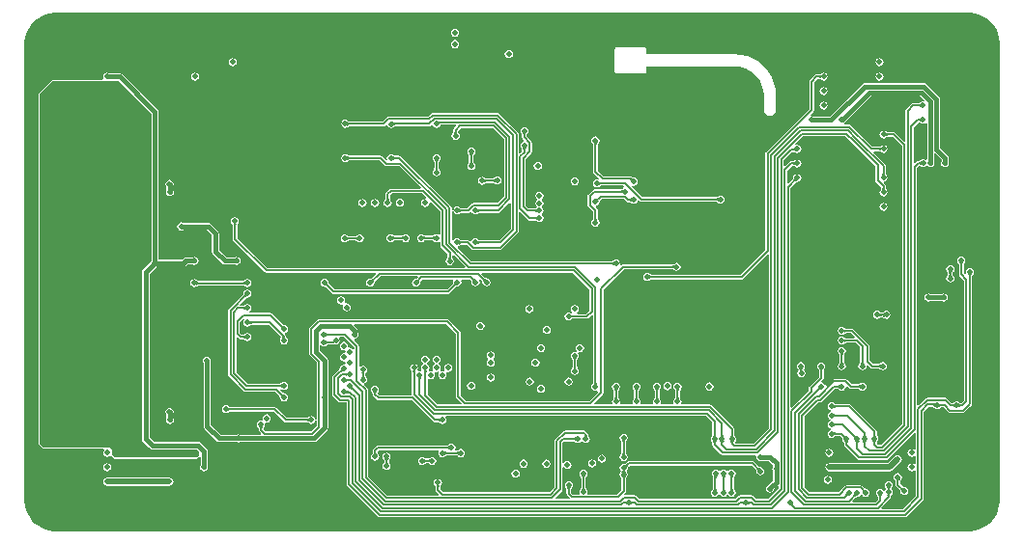
<source format=gbr>
%TF.GenerationSoftware,Altium Limited,Altium Designer,20.0.13 (296)*%
G04 Layer_Physical_Order=2*
G04 Layer_Color=36540*
%FSLAX26Y26*%
%MOIN*%
%TF.FileFunction,Copper,L2,Inr,Signal*%
%TF.Part,Single*%
G01*
G75*
%TA.AperFunction,Conductor*%
%ADD33C,0.015748*%
%ADD34C,0.007874*%
%ADD35C,0.019685*%
%TA.AperFunction,ViaPad*%
%ADD36C,0.029528*%
%ADD37C,0.196850*%
%ADD38C,0.019685*%
G36*
X3156690Y1682879D02*
X3170736Y1681029D01*
X3184421Y1677362D01*
X3197510Y1671941D01*
X3209779Y1664857D01*
X3221018Y1656233D01*
X3231036Y1646215D01*
X3239661Y1634975D01*
X3246744Y1622707D01*
X3252166Y1609617D01*
X3255833Y1595933D01*
X3257682Y1581887D01*
Y1574803D01*
Y0D01*
Y-7084D01*
X3255832Y-21130D01*
X3252166Y-34815D01*
X3246744Y-47903D01*
X3239660Y-60172D01*
X3231036Y-71412D01*
X3221018Y-81430D01*
X3209778Y-90055D01*
X3197510Y-97138D01*
X3184420Y-102560D01*
X3170736Y-106226D01*
X3156689Y-108075D01*
X3149606D01*
X-2Y-108076D01*
X-7085D01*
X-21131Y-106227D01*
X-34816Y-102560D01*
X-47905Y-97139D01*
X-60174Y-90055D01*
X-71414Y-81430D01*
X-81432Y-71413D01*
X-90056Y-60173D01*
X-97139Y-47904D01*
X-102561Y-34815D01*
X-106228Y-21131D01*
X-108077Y-7084D01*
Y-1D01*
Y1574803D01*
Y1581886D01*
X-106228Y1595932D01*
X-102561Y1609617D01*
X-97140Y1622706D01*
X-90056Y1634975D01*
X-81432Y1646214D01*
X-71414Y1656232D01*
X-60174Y1664857D01*
X-47905Y1671940D01*
X-34816Y1677362D01*
X-21131Y1681029D01*
X-7085Y1682878D01*
X1Y1682879D01*
X3149606D01*
X3156690Y1682879D01*
D02*
G37*
%LPC*%
G36*
X1377953Y1628223D02*
X1372576Y1627153D01*
X1368018Y1624108D01*
X1364973Y1619550D01*
X1363903Y1614173D01*
X1364973Y1608797D01*
X1368018Y1604239D01*
X1372576Y1601193D01*
X1377953Y1600124D01*
X1383329Y1601193D01*
X1387887Y1604239D01*
X1390933Y1608797D01*
X1392002Y1614173D01*
X1390933Y1619550D01*
X1387887Y1624108D01*
X1383329Y1627153D01*
X1377953Y1628223D01*
D02*
G37*
G36*
Y1588853D02*
X1372576Y1587783D01*
X1368018Y1584738D01*
X1364973Y1580180D01*
X1363903Y1574803D01*
X1364973Y1569427D01*
X1368018Y1564869D01*
X1372576Y1561823D01*
X1377953Y1560754D01*
X1383329Y1561823D01*
X1387887Y1564869D01*
X1390933Y1569427D01*
X1392002Y1574803D01*
X1390933Y1580180D01*
X1387887Y1584738D01*
X1383329Y1587783D01*
X1377953Y1588853D01*
D02*
G37*
G36*
X1563406Y1554798D02*
X1558029Y1553728D01*
X1553471Y1550683D01*
X1550426Y1546125D01*
X1549356Y1540748D01*
X1550426Y1535372D01*
X1553471Y1530814D01*
X1558029Y1527768D01*
X1563406Y1526699D01*
X1568782Y1527768D01*
X1573340Y1530814D01*
X1576386Y1535372D01*
X1577455Y1540748D01*
X1576386Y1546125D01*
X1573340Y1550683D01*
X1568782Y1553728D01*
X1563406Y1554798D01*
D02*
G37*
G36*
X610236Y1526451D02*
X604860Y1525382D01*
X600302Y1522336D01*
X597256Y1517778D01*
X596187Y1512402D01*
X597256Y1507025D01*
X600302Y1502467D01*
X604860Y1499422D01*
X610236Y1498352D01*
X615613Y1499422D01*
X620171Y1502467D01*
X623216Y1507025D01*
X624286Y1512402D01*
X623216Y1517778D01*
X620171Y1522336D01*
X615613Y1525382D01*
X610236Y1526451D01*
D02*
G37*
G36*
X2842520Y1526451D02*
X2837143Y1525382D01*
X2832585Y1522336D01*
X2829540Y1517778D01*
X2828470Y1512402D01*
X2829540Y1507025D01*
X2832585Y1502467D01*
X2837143Y1499422D01*
X2842520Y1498352D01*
X2847896Y1499422D01*
X2852454Y1502467D01*
X2855500Y1507025D01*
X2856569Y1512402D01*
X2855500Y1517778D01*
X2852454Y1522336D01*
X2847896Y1525382D01*
X2842520Y1526451D01*
D02*
G37*
G36*
X2649606Y1476451D02*
X2644230Y1475382D01*
X2639909Y1472495D01*
X2639666Y1472404D01*
X2639204Y1471971D01*
X2638860Y1471703D01*
X2638494Y1471465D01*
X2638097Y1471256D01*
X2637660Y1471071D01*
X2637177Y1470913D01*
X2636642Y1470783D01*
X2636050Y1470685D01*
X2635395Y1470623D01*
X2634552Y1470598D01*
X2634178Y1470430D01*
X2625788D01*
X2625787Y1470430D01*
X2622715Y1469819D01*
X2620110Y1468079D01*
X2602591Y1450559D01*
X2600851Y1447954D01*
X2600239Y1444882D01*
Y1350737D01*
X2451016Y1201514D01*
X2449276Y1198909D01*
X2448665Y1195837D01*
Y863562D01*
X2363210Y778107D01*
X2056767D01*
X2056393Y778275D01*
X2055550Y778301D01*
X2054895Y778363D01*
X2054302Y778460D01*
X2053767Y778590D01*
X2053285Y778748D01*
X2052848Y778933D01*
X2052451Y779142D01*
X2052085Y779380D01*
X2051740Y779649D01*
X2051278Y780081D01*
X2051035Y780172D01*
X2046715Y783059D01*
X2041339Y784128D01*
X2035962Y783059D01*
X2031404Y780013D01*
X2028359Y775455D01*
X2027289Y770079D01*
X2028359Y764702D01*
X2031404Y760144D01*
X2035962Y757099D01*
X2041339Y756029D01*
X2046715Y757099D01*
X2051035Y759986D01*
X2051278Y760077D01*
X2051741Y760509D01*
X2052084Y760778D01*
X2052451Y761015D01*
X2052848Y761225D01*
X2053285Y761409D01*
X2053768Y761568D01*
X2054302Y761697D01*
X2054895Y761795D01*
X2055550Y761857D01*
X2056393Y761882D01*
X2056767Y762051D01*
X2366535D01*
X2369608Y762662D01*
X2372212Y764402D01*
X2455856Y848046D01*
X2460476Y846132D01*
Y247391D01*
X2408121Y195036D01*
X2346758D01*
X2345703Y196044D01*
X2344087Y200036D01*
X2344180Y200169D01*
X2344871Y201087D01*
X2345096Y201956D01*
X2346641Y204269D01*
X2347711Y209646D01*
X2346641Y215022D01*
X2345096Y217335D01*
X2344871Y218205D01*
X2344180Y219122D01*
X2343059Y220722D01*
X2342275Y222003D01*
X2342052Y222428D01*
X2341902Y222762D01*
X2341850Y222909D01*
X2341841Y222998D01*
X2341812Y223054D01*
X2341778Y223191D01*
X2341690Y223313D01*
Y245021D01*
X2341079Y248093D01*
X2339338Y250698D01*
X2339338Y250698D01*
X2263493Y326543D01*
X2260889Y328283D01*
X2257816Y328894D01*
X2161518D01*
X2158705Y333509D01*
X2158708Y333894D01*
X2159718Y338976D01*
X2158649Y344353D01*
X2155762Y348673D01*
X2155671Y348916D01*
X2155239Y349378D01*
X2154970Y349722D01*
X2154733Y350089D01*
X2154523Y350486D01*
X2154338Y350922D01*
X2154180Y351406D01*
X2154050Y351940D01*
X2153953Y352533D01*
X2153891Y353188D01*
X2153865Y354031D01*
X2153697Y354405D01*
Y377474D01*
X2153786Y377596D01*
X2153819Y377733D01*
X2153849Y377789D01*
X2153857Y377879D01*
X2153910Y378025D01*
X2154060Y378360D01*
X2154249Y378720D01*
X2156223Y381712D01*
X2156879Y382583D01*
X2157103Y383452D01*
X2158649Y385765D01*
X2159718Y391142D01*
X2158649Y396518D01*
X2155604Y401076D01*
X2151046Y404122D01*
X2145669Y405191D01*
X2140293Y404122D01*
X2135735Y401076D01*
X2132689Y396518D01*
X2131619Y391142D01*
X2132689Y385765D01*
X2134235Y383452D01*
X2134459Y382583D01*
X2135150Y381665D01*
X2136271Y380065D01*
X2137055Y378785D01*
X2137278Y378360D01*
X2137428Y378025D01*
X2137481Y377879D01*
X2137489Y377789D01*
X2137519Y377733D01*
X2137552Y377596D01*
X2137641Y377474D01*
Y354405D01*
X2137472Y354031D01*
X2137447Y353188D01*
X2137385Y352533D01*
X2137287Y351940D01*
X2137158Y351405D01*
X2136999Y350922D01*
X2136815Y350486D01*
X2136606Y350089D01*
X2136368Y349723D01*
X2136099Y349378D01*
X2135667Y348916D01*
X2135576Y348673D01*
X2132689Y344353D01*
X2131619Y338976D01*
X2132630Y333894D01*
X2132633Y333509D01*
X2129820Y328894D01*
X2090652D01*
X2087839Y333509D01*
X2087841Y333894D01*
X2088852Y338976D01*
X2087783Y344353D01*
X2084896Y348673D01*
X2084805Y348916D01*
X2084372Y349379D01*
X2084104Y349722D01*
X2083867Y350089D01*
X2083657Y350486D01*
X2083472Y350922D01*
X2083314Y351406D01*
X2083184Y351940D01*
X2083087Y352533D01*
X2083025Y353188D01*
X2082999Y354031D01*
X2082831Y354405D01*
Y377474D01*
X2082920Y377596D01*
X2082953Y377733D01*
X2082983Y377789D01*
X2082991Y377879D01*
X2083044Y378025D01*
X2083194Y378360D01*
X2083383Y378720D01*
X2085357Y381712D01*
X2086013Y382583D01*
X2086237Y383452D01*
X2087783Y385765D01*
X2088852Y391142D01*
X2087783Y396518D01*
X2084737Y401076D01*
X2080179Y404122D01*
X2074803Y405191D01*
X2069426Y404122D01*
X2064868Y401076D01*
X2061823Y396518D01*
X2060753Y391142D01*
X2061823Y385765D01*
X2063369Y383452D01*
X2063593Y382583D01*
X2064284Y381665D01*
X2065405Y380065D01*
X2066189Y378785D01*
X2066412Y378360D01*
X2066562Y378025D01*
X2066615Y377879D01*
X2066623Y377789D01*
X2066653Y377733D01*
X2066686Y377596D01*
X2066775Y377474D01*
Y354405D01*
X2066606Y354031D01*
X2066581Y353188D01*
X2066519Y352533D01*
X2066421Y351940D01*
X2066292Y351405D01*
X2066133Y350922D01*
X2065949Y350486D01*
X2065739Y350089D01*
X2065502Y349723D01*
X2065233Y349378D01*
X2064801Y348916D01*
X2064709Y348673D01*
X2061823Y344353D01*
X2060753Y338976D01*
X2061764Y333894D01*
X2061767Y333509D01*
X2058954Y328894D01*
X2019786D01*
X2016973Y333509D01*
X2016975Y333894D01*
X2017986Y338976D01*
X2016917Y344353D01*
X2014030Y348673D01*
X2013939Y348916D01*
X2013507Y349378D01*
X2013238Y349722D01*
X2013001Y350089D01*
X2012791Y350486D01*
X2012606Y350922D01*
X2012448Y351406D01*
X2012318Y351940D01*
X2012221Y352533D01*
X2012159Y353188D01*
X2012133Y354031D01*
X2011965Y354405D01*
Y377474D01*
X2012054Y377596D01*
X2012087Y377733D01*
X2012117Y377789D01*
X2012125Y377879D01*
X2012178Y378025D01*
X2012328Y378360D01*
X2012516Y378720D01*
X2014491Y381712D01*
X2015147Y382583D01*
X2015371Y383452D01*
X2016917Y385765D01*
X2017986Y391142D01*
X2016917Y396518D01*
X2013871Y401076D01*
X2009313Y404122D01*
X2003937Y405191D01*
X1998560Y404122D01*
X1994002Y401076D01*
X1990957Y396518D01*
X1989887Y391142D01*
X1990957Y385765D01*
X1992502Y383452D01*
X1992727Y382583D01*
X1993418Y381665D01*
X1994539Y380065D01*
X1995323Y378785D01*
X1995546Y378360D01*
X1995696Y378025D01*
X1995748Y377879D01*
X1995757Y377789D01*
X1995786Y377733D01*
X1995820Y377596D01*
X1995909Y377474D01*
Y354405D01*
X1995740Y354031D01*
X1995715Y353188D01*
X1995653Y352533D01*
X1995555Y351940D01*
X1995426Y351405D01*
X1995267Y350922D01*
X1995083Y350486D01*
X1994873Y350089D01*
X1994636Y349723D01*
X1994367Y349378D01*
X1993935Y348916D01*
X1993843Y348673D01*
X1990957Y344353D01*
X1989887Y338976D01*
X1990898Y333894D01*
X1990901Y333509D01*
X1988087Y328894D01*
X1948920D01*
X1946107Y333509D01*
X1946109Y333894D01*
X1947120Y338976D01*
X1946051Y344353D01*
X1943164Y348673D01*
X1943073Y348916D01*
X1942640Y349379D01*
X1942372Y349722D01*
X1942134Y350089D01*
X1941925Y350486D01*
X1941740Y350922D01*
X1941582Y351406D01*
X1941452Y351940D01*
X1941354Y352533D01*
X1941293Y353188D01*
X1941267Y354031D01*
X1941099Y354405D01*
Y377474D01*
X1941188Y377596D01*
X1941221Y377733D01*
X1941251Y377789D01*
X1941259Y377879D01*
X1941312Y378025D01*
X1941462Y378360D01*
X1941650Y378720D01*
X1943625Y381712D01*
X1944281Y382583D01*
X1944505Y383452D01*
X1946051Y385765D01*
X1947120Y391142D01*
X1946051Y396518D01*
X1943005Y401076D01*
X1938447Y404122D01*
X1933071Y405191D01*
X1927694Y404122D01*
X1923136Y401076D01*
X1920091Y396518D01*
X1919021Y391142D01*
X1920091Y385765D01*
X1921636Y383452D01*
X1921861Y382583D01*
X1922552Y381665D01*
X1923673Y380065D01*
X1924457Y378785D01*
X1924680Y378360D01*
X1924830Y378025D01*
X1924882Y377879D01*
X1924891Y377789D01*
X1924920Y377733D01*
X1924954Y377596D01*
X1925042Y377474D01*
Y354405D01*
X1924874Y354031D01*
X1924849Y353188D01*
X1924787Y352533D01*
X1924689Y351940D01*
X1924560Y351405D01*
X1924401Y350922D01*
X1924217Y350486D01*
X1924007Y350089D01*
X1923770Y349723D01*
X1923501Y349378D01*
X1923069Y348916D01*
X1922977Y348673D01*
X1920091Y344353D01*
X1919021Y338976D01*
X1920032Y333894D01*
X1920035Y333509D01*
X1917221Y328894D01*
X1858592D01*
X1856679Y333514D01*
X1887567Y364402D01*
X1889307Y367007D01*
X1889918Y370079D01*
X1889918Y370079D01*
Y726990D01*
X1960018Y797090D01*
X2127091D01*
X2127465Y796922D01*
X2128308Y796896D01*
X2128963Y796834D01*
X2129556Y796736D01*
X2130091Y796607D01*
X2130574Y796449D01*
X2131010Y796264D01*
X2131407Y796055D01*
X2131773Y795817D01*
X2132118Y795548D01*
X2132580Y795116D01*
X2132823Y795025D01*
X2137143Y792138D01*
X2142520Y791069D01*
X2147896Y792138D01*
X2152454Y795184D01*
X2155500Y799742D01*
X2156569Y805118D01*
X2155500Y810495D01*
X2152454Y815053D01*
X2147896Y818098D01*
X2142520Y819168D01*
X2137143Y818098D01*
X2132823Y815212D01*
X2132580Y815120D01*
X2132117Y814687D01*
X2131774Y814419D01*
X2131407Y814182D01*
X2131010Y813972D01*
X2130574Y813788D01*
X2130090Y813629D01*
X2129556Y813500D01*
X2128963Y813402D01*
X2128308Y813340D01*
X2127465Y813315D01*
X2127091Y813146D01*
X1956693D01*
X1956693Y813146D01*
X1953621Y812535D01*
X1951131Y810872D01*
X1950720Y810965D01*
X1946532Y813382D01*
X1947120Y816338D01*
X1946051Y821715D01*
X1943005Y826273D01*
X1938447Y829318D01*
X1933071Y830388D01*
X1927694Y829318D01*
X1925850Y828086D01*
X1925000Y827905D01*
X1924087Y827277D01*
X1922490Y826257D01*
X1921202Y825542D01*
X1920766Y825336D01*
X1920415Y825194D01*
X1920211Y825129D01*
X1920198Y825126D01*
X1920045Y825113D01*
X1919977Y825078D01*
X1919925Y825067D01*
X1919837Y825006D01*
X1919742Y824957D01*
X1433386D01*
X1387411Y870932D01*
X1389057Y876357D01*
X1391203Y876784D01*
X1393516Y878329D01*
X1394386Y878554D01*
X1395303Y879245D01*
X1396903Y880366D01*
X1398184Y881150D01*
X1398609Y881373D01*
X1398943Y881523D01*
X1399090Y881575D01*
X1399179Y881584D01*
X1399236Y881614D01*
X1399372Y881647D01*
X1399494Y881736D01*
X1418919D01*
X1434284Y866371D01*
X1434284Y866370D01*
X1436889Y864630D01*
X1439961Y864019D01*
X1439961Y864019D01*
X1533435D01*
X1536508Y864630D01*
X1539112Y866370D01*
X1595244Y922502D01*
X1595244Y922502D01*
X1596984Y925106D01*
X1597595Y928179D01*
Y993770D01*
X1602215Y995684D01*
X1630150Y967749D01*
X1630150Y967748D01*
X1632754Y966008D01*
X1635827Y965397D01*
X1635827Y965397D01*
X1653863D01*
X1654237Y965229D01*
X1655080Y965203D01*
X1655735Y965141D01*
X1656328Y965044D01*
X1656863Y964914D01*
X1657345Y964756D01*
X1657782Y964571D01*
X1658179Y964362D01*
X1658545Y964125D01*
X1658889Y963856D01*
X1659352Y963423D01*
X1659595Y963332D01*
X1663915Y960445D01*
X1669291Y959376D01*
X1674668Y960445D01*
X1679226Y963491D01*
X1682271Y968049D01*
X1683341Y973425D01*
X1682271Y978802D01*
X1679226Y983360D01*
X1678686Y983721D01*
Y988721D01*
X1679226Y989081D01*
X1682271Y993639D01*
X1683341Y999016D01*
X1682271Y1004392D01*
X1679226Y1008950D01*
X1678686Y1009311D01*
Y1014311D01*
X1679226Y1014672D01*
X1682271Y1019230D01*
X1683341Y1024606D01*
X1682271Y1029983D01*
X1679226Y1034541D01*
X1678686Y1034902D01*
Y1039902D01*
X1679226Y1040262D01*
X1682271Y1044820D01*
X1683341Y1050197D01*
X1682271Y1055573D01*
X1679226Y1060131D01*
X1674668Y1063177D01*
X1669291Y1064246D01*
X1663915Y1063177D01*
X1659357Y1060131D01*
X1656311Y1055573D01*
X1655242Y1050197D01*
X1656311Y1044820D01*
X1659357Y1040262D01*
X1659897Y1039902D01*
Y1034902D01*
X1659357Y1034541D01*
X1656311Y1029983D01*
X1655242Y1024606D01*
X1656311Y1019230D01*
X1659222Y1014874D01*
X1659897Y1013553D01*
Y1010745D01*
X1659405Y1009188D01*
X1659130Y1008810D01*
X1658889Y1008586D01*
X1658546Y1008317D01*
X1658179Y1008080D01*
X1657782Y1007870D01*
X1657345Y1007685D01*
X1656862Y1007527D01*
X1656328Y1007397D01*
X1655735Y1007300D01*
X1655080Y1007238D01*
X1654237Y1007212D01*
X1653863Y1007044D01*
X1630265D01*
X1621217Y1016092D01*
Y1177806D01*
X1640519Y1197108D01*
X1642260Y1199713D01*
X1642871Y1202785D01*
Y1235236D01*
X1642260Y1238309D01*
X1640519Y1240913D01*
X1625154Y1256278D01*
Y1259178D01*
X1625322Y1259552D01*
X1625348Y1260395D01*
X1625410Y1261050D01*
X1625508Y1261643D01*
X1625637Y1262178D01*
X1625795Y1262660D01*
X1625980Y1263097D01*
X1626189Y1263494D01*
X1626427Y1263860D01*
X1626696Y1264204D01*
X1627128Y1264666D01*
X1627219Y1264909D01*
X1630106Y1269230D01*
X1631176Y1274606D01*
X1630106Y1279983D01*
X1627061Y1284541D01*
X1622503Y1287586D01*
X1617126Y1288656D01*
X1611749Y1287586D01*
X1607191Y1284541D01*
X1604146Y1279983D01*
X1603076Y1274606D01*
X1604146Y1269230D01*
X1607033Y1264909D01*
X1607124Y1264666D01*
X1607556Y1264204D01*
X1607825Y1263861D01*
X1608062Y1263494D01*
X1608272Y1263097D01*
X1608457Y1262660D01*
X1608615Y1262177D01*
X1608745Y1261642D01*
X1608842Y1261050D01*
X1608904Y1260395D01*
X1608929Y1259552D01*
X1609098Y1259178D01*
Y1252953D01*
X1609709Y1249880D01*
X1611449Y1247276D01*
X1615657Y1243068D01*
X1614011Y1237642D01*
X1611749Y1237193D01*
X1607191Y1234147D01*
X1604146Y1229589D01*
X1603076Y1224213D01*
X1604146Y1218836D01*
X1607033Y1214516D01*
X1607124Y1214273D01*
X1607556Y1213811D01*
X1607825Y1213467D01*
X1608062Y1213100D01*
X1608272Y1212703D01*
X1608457Y1212267D01*
X1608615Y1211783D01*
X1608745Y1211249D01*
X1608842Y1210656D01*
X1608904Y1210001D01*
X1608929Y1209158D01*
X1609098Y1208784D01*
Y1205097D01*
X1602215Y1198214D01*
X1597595Y1200128D01*
Y1227362D01*
Y1263692D01*
X1597595Y1263692D01*
X1596984Y1266765D01*
X1595244Y1269369D01*
X1530196Y1334417D01*
X1527591Y1336157D01*
X1524519Y1336768D01*
X1301211D01*
X1301210Y1336769D01*
X1298138Y1336157D01*
X1295533Y1334417D01*
X1295533Y1334417D01*
X1285567Y1324451D01*
X1148116D01*
X1148116Y1324451D01*
X1145043Y1323840D01*
X1142439Y1322099D01*
X1142438Y1322099D01*
X1127580Y1307241D01*
X1012880D01*
X1012758Y1307330D01*
X1012621Y1307363D01*
X1012565Y1307393D01*
X1012475Y1307401D01*
X1012329Y1307453D01*
X1011995Y1307603D01*
X1011635Y1307792D01*
X1008642Y1309767D01*
X1007771Y1310422D01*
X1006902Y1310647D01*
X1004589Y1312193D01*
X999213Y1313262D01*
X993836Y1312193D01*
X989278Y1309147D01*
X986233Y1304589D01*
X985163Y1299213D01*
X986233Y1293836D01*
X989278Y1289278D01*
X993836Y1286233D01*
X999213Y1285163D01*
X1004589Y1286233D01*
X1006902Y1287778D01*
X1007771Y1288003D01*
X1008689Y1288694D01*
X1010289Y1289815D01*
X1011570Y1290599D01*
X1011995Y1290822D01*
X1012329Y1290972D01*
X1012475Y1291024D01*
X1012565Y1291033D01*
X1012621Y1291062D01*
X1012758Y1291095D01*
X1012880Y1291184D01*
X1130906D01*
X1133978Y1291795D01*
X1136582Y1293536D01*
X1138244Y1295197D01*
X1143669Y1293551D01*
X1143713Y1293330D01*
X1146758Y1288772D01*
X1151316Y1285726D01*
X1156693Y1284657D01*
X1162069Y1285726D01*
X1164833Y1287573D01*
X1165659Y1287819D01*
X1166572Y1288561D01*
X1168162Y1289765D01*
X1169430Y1290606D01*
X1169845Y1290841D01*
X1170161Y1290996D01*
X1170256Y1291033D01*
X1170288Y1291036D01*
X1170331Y1291059D01*
X1170543Y1291115D01*
X1170633Y1291184D01*
X1288386D01*
X1291458Y1291795D01*
X1294063Y1293536D01*
X1295808Y1295281D01*
X1301174Y1293841D01*
X1301290Y1293692D01*
X1304239Y1289278D01*
X1308797Y1286233D01*
X1314173Y1285163D01*
X1319550Y1286233D01*
X1324108Y1289278D01*
X1327153Y1293836D01*
X1327800Y1297090D01*
X1380581D01*
X1382495Y1292470D01*
X1374244Y1284220D01*
X1372504Y1281616D01*
X1371893Y1278543D01*
Y1271541D01*
X1371804Y1271420D01*
X1371771Y1271283D01*
X1371741Y1271226D01*
X1371733Y1271137D01*
X1371680Y1270990D01*
X1371530Y1270656D01*
X1371342Y1270296D01*
X1369367Y1267304D01*
X1368711Y1266433D01*
X1368487Y1265564D01*
X1366941Y1263251D01*
X1365872Y1257874D01*
X1366941Y1252497D01*
X1369987Y1247939D01*
X1374545Y1244894D01*
X1379921Y1243824D01*
X1385298Y1244894D01*
X1389856Y1247939D01*
X1392901Y1252497D01*
X1393971Y1257874D01*
X1392901Y1263251D01*
X1391356Y1265564D01*
X1391131Y1266433D01*
X1390440Y1267351D01*
X1389319Y1268950D01*
X1388535Y1270231D01*
X1388312Y1270656D01*
X1388162Y1270990D01*
X1388110Y1271137D01*
X1388101Y1271226D01*
X1388072Y1271283D01*
X1388038Y1271420D01*
X1387949Y1271541D01*
Y1275218D01*
X1398011Y1285279D01*
X1506517D01*
X1546106Y1245690D01*
Y1047559D01*
X1524292Y1025745D01*
X1440945D01*
X1437872Y1025134D01*
X1435268Y1023393D01*
X1419903Y1008028D01*
X1399494D01*
X1399372Y1008117D01*
X1399236Y1008150D01*
X1399179Y1008180D01*
X1399090Y1008188D01*
X1398943Y1008241D01*
X1398609Y1008391D01*
X1398249Y1008580D01*
X1395256Y1010554D01*
X1394386Y1011210D01*
X1393516Y1011434D01*
X1391203Y1012980D01*
X1385827Y1014049D01*
X1380450Y1012980D01*
X1375892Y1009934D01*
X1372847Y1005376D01*
X1371777Y1000000D01*
X1372847Y994624D01*
X1375892Y990066D01*
X1380450Y987020D01*
X1385827Y985951D01*
X1391203Y987020D01*
X1393516Y988566D01*
X1394386Y988790D01*
X1395303Y989481D01*
X1396903Y990602D01*
X1398184Y991386D01*
X1398609Y991609D01*
X1398943Y991759D01*
X1399090Y991812D01*
X1399179Y991820D01*
X1399236Y991850D01*
X1399372Y991883D01*
X1399494Y991972D01*
X1423228D01*
X1426301Y992583D01*
X1428905Y994323D01*
X1430486Y995904D01*
X1435719Y994652D01*
X1436014Y994361D01*
X1438884Y990066D01*
X1443442Y987020D01*
X1448819Y985951D01*
X1454195Y987020D01*
X1456509Y988566D01*
X1457378Y988790D01*
X1458296Y989481D01*
X1459895Y990602D01*
X1461176Y991386D01*
X1461601Y991609D01*
X1461935Y991759D01*
X1462082Y991812D01*
X1462171Y991820D01*
X1462228Y991850D01*
X1462364Y991883D01*
X1462486Y991972D01*
X1526604D01*
X1529676Y992583D01*
X1532281Y994323D01*
X1565108Y1027150D01*
X1569728Y1025237D01*
Y936396D01*
X1531123Y897792D01*
X1462486D01*
X1462364Y897881D01*
X1462228Y897914D01*
X1462171Y897944D01*
X1462082Y897952D01*
X1461935Y898005D01*
X1461601Y898155D01*
X1461241Y898343D01*
X1458248Y900318D01*
X1457378Y900974D01*
X1456509Y901198D01*
X1454195Y902744D01*
X1448819Y903813D01*
X1443442Y902744D01*
X1438884Y899698D01*
X1435839Y895140D01*
X1435748Y894685D01*
X1430323Y893039D01*
X1427921Y895441D01*
X1425316Y897181D01*
X1422244Y897792D01*
X1399494D01*
X1399372Y897881D01*
X1399236Y897914D01*
X1399179Y897944D01*
X1399090Y897952D01*
X1398943Y898005D01*
X1398609Y898155D01*
X1398249Y898343D01*
X1395256Y900318D01*
X1394386Y900974D01*
X1393516Y901198D01*
X1391203Y902744D01*
X1385827Y903813D01*
X1380450Y902744D01*
X1375892Y899698D01*
X1374003Y896871D01*
X1368825Y895240D01*
X1367774Y895266D01*
X1366296Y896362D01*
Y1008829D01*
X1366296Y1008829D01*
X1365685Y1011902D01*
X1363945Y1014506D01*
X1191671Y1186779D01*
X1189067Y1188520D01*
X1185995Y1189131D01*
X1170360D01*
X1170238Y1189219D01*
X1170102Y1189253D01*
X1170045Y1189283D01*
X1169956Y1189291D01*
X1169809Y1189343D01*
X1169475Y1189493D01*
X1169115Y1189682D01*
X1166122Y1191657D01*
X1165252Y1192312D01*
X1164383Y1192537D01*
X1162069Y1194082D01*
X1156693Y1195152D01*
X1151316Y1194082D01*
X1146758Y1191037D01*
X1143713Y1186479D01*
X1142643Y1181102D01*
X1143671Y1175935D01*
X1143460Y1175612D01*
X1139511Y1173024D01*
X1125756Y1186779D01*
X1123151Y1188520D01*
X1120079Y1189131D01*
X1012880D01*
X1012758Y1189219D01*
X1012621Y1189253D01*
X1012565Y1189283D01*
X1012475Y1189291D01*
X1012329Y1189343D01*
X1011995Y1189493D01*
X1011635Y1189682D01*
X1008642Y1191657D01*
X1007771Y1192312D01*
X1006902Y1192537D01*
X1004589Y1194082D01*
X999213Y1195152D01*
X993836Y1194082D01*
X989278Y1191037D01*
X986233Y1186479D01*
X985163Y1181102D01*
X986233Y1175726D01*
X989278Y1171168D01*
X993836Y1168122D01*
X999213Y1167053D01*
X1004589Y1168122D01*
X1006902Y1169668D01*
X1007771Y1169892D01*
X1008689Y1170584D01*
X1010289Y1171705D01*
X1011570Y1172489D01*
X1011995Y1172711D01*
X1012329Y1172862D01*
X1012475Y1172914D01*
X1012565Y1172922D01*
X1012621Y1172952D01*
X1012758Y1172985D01*
X1012880Y1173074D01*
X1116753D01*
X1134087Y1155741D01*
X1134087Y1155740D01*
X1136691Y1154000D01*
X1139764Y1153389D01*
X1185651D01*
X1259463Y1079577D01*
X1257550Y1074957D01*
X1156496D01*
X1153424Y1074346D01*
X1150819Y1072606D01*
X1150819Y1072606D01*
X1139796Y1061583D01*
X1138055Y1058978D01*
X1137444Y1055906D01*
Y1041058D01*
X1137276Y1040684D01*
X1137251Y1039841D01*
X1137189Y1039187D01*
X1137091Y1038593D01*
X1136961Y1038059D01*
X1136803Y1037576D01*
X1136619Y1037139D01*
X1136409Y1036743D01*
X1136172Y1036376D01*
X1135903Y1036032D01*
X1135471Y1035570D01*
X1135379Y1035327D01*
X1132493Y1031006D01*
X1131423Y1025630D01*
X1132493Y1020253D01*
X1135538Y1015695D01*
X1140096Y1012650D01*
X1145473Y1011580D01*
X1150849Y1012650D01*
X1155407Y1015695D01*
X1158453Y1020253D01*
X1159522Y1025630D01*
X1158453Y1031006D01*
X1155566Y1035327D01*
X1155475Y1035570D01*
X1155042Y1036032D01*
X1154774Y1036376D01*
X1154536Y1036742D01*
X1154327Y1037139D01*
X1154142Y1037576D01*
X1153984Y1038059D01*
X1153854Y1038594D01*
X1153756Y1039187D01*
X1153695Y1039841D01*
X1153669Y1040685D01*
X1153501Y1041058D01*
Y1052580D01*
X1159821Y1058901D01*
X1263436D01*
X1278097Y1044240D01*
X1275634Y1039632D01*
X1275394Y1039679D01*
X1270017Y1038610D01*
X1265459Y1035564D01*
X1262414Y1031006D01*
X1261344Y1025630D01*
X1262414Y1020253D01*
X1265459Y1015695D01*
X1270017Y1012650D01*
X1275394Y1011580D01*
X1280770Y1012650D01*
X1285328Y1015695D01*
X1288374Y1020253D01*
X1289443Y1025630D01*
X1289396Y1025870D01*
X1294004Y1028333D01*
X1326617Y995719D01*
Y917716D01*
X1326164Y917318D01*
X1321617Y915501D01*
X1318467Y917606D01*
X1313091Y918676D01*
X1307714Y917606D01*
X1305401Y916060D01*
X1304532Y915836D01*
X1303614Y915145D01*
X1302014Y914024D01*
X1300734Y913240D01*
X1300308Y913017D01*
X1299974Y912867D01*
X1299828Y912814D01*
X1299738Y912806D01*
X1299682Y912776D01*
X1299545Y912743D01*
X1299423Y912654D01*
X1276354D01*
X1275980Y912822D01*
X1275137Y912848D01*
X1274482Y912910D01*
X1273889Y913008D01*
X1273354Y913137D01*
X1272871Y913295D01*
X1272435Y913480D01*
X1272038Y913689D01*
X1271671Y913927D01*
X1271327Y914196D01*
X1270865Y914628D01*
X1270622Y914719D01*
X1266302Y917606D01*
X1260925Y918676D01*
X1255549Y917606D01*
X1250991Y914561D01*
X1247945Y910003D01*
X1246876Y904626D01*
X1247945Y899250D01*
X1250991Y894692D01*
X1255549Y891646D01*
X1260925Y890577D01*
X1266302Y891646D01*
X1270622Y894533D01*
X1270865Y894624D01*
X1271327Y895056D01*
X1271671Y895325D01*
X1272038Y895562D01*
X1272435Y895772D01*
X1272871Y895957D01*
X1273355Y896115D01*
X1273889Y896245D01*
X1274482Y896342D01*
X1275137Y896404D01*
X1275980Y896429D01*
X1276354Y896598D01*
X1299423D01*
X1299545Y896509D01*
X1299682Y896476D01*
X1299738Y896446D01*
X1299828Y896438D01*
X1299974Y896385D01*
X1300308Y896235D01*
X1300669Y896046D01*
X1303661Y894072D01*
X1304532Y893416D01*
X1305401Y893192D01*
X1307714Y891646D01*
X1313091Y890577D01*
X1318467Y891646D01*
X1321617Y893751D01*
X1326164Y891934D01*
X1326617Y891536D01*
Y878937D01*
X1327228Y875865D01*
X1328969Y873260D01*
X1351420Y850808D01*
Y838077D01*
X1351332Y837955D01*
X1351299Y837818D01*
X1351269Y837762D01*
X1351260Y837672D01*
X1351208Y837526D01*
X1351058Y837192D01*
X1350869Y836831D01*
X1348895Y833839D01*
X1348239Y832968D01*
X1348014Y832099D01*
X1346469Y829786D01*
X1345399Y824409D01*
X1346469Y819033D01*
X1349514Y814475D01*
X1354072Y811429D01*
X1359449Y810360D01*
X1364825Y811429D01*
X1369383Y814475D01*
X1372429Y819033D01*
X1373498Y824409D01*
X1372429Y829786D01*
X1370883Y832099D01*
X1370659Y832968D01*
X1369968Y833886D01*
X1368846Y835486D01*
X1368062Y836766D01*
X1367840Y837192D01*
X1367690Y837526D01*
X1367637Y837672D01*
X1367629Y837762D01*
X1367599Y837818D01*
X1367566Y837955D01*
X1367477Y838077D01*
Y844922D01*
X1372097Y846836D01*
X1412977Y805955D01*
X1411064Y801335D01*
X729703D01*
X626139Y904900D01*
Y946973D01*
X626307Y947347D01*
X626332Y948190D01*
X626394Y948845D01*
X626492Y949438D01*
X626622Y949973D01*
X626780Y950456D01*
X626965Y950892D01*
X627174Y951289D01*
X627411Y951655D01*
X627680Y952000D01*
X628113Y952462D01*
X628204Y952705D01*
X631091Y957025D01*
X632160Y962402D01*
X631091Y967778D01*
X628045Y972336D01*
X623487Y975382D01*
X618111Y976451D01*
X612734Y975382D01*
X608176Y972336D01*
X605130Y967778D01*
X604061Y962402D01*
X605130Y957025D01*
X608017Y952705D01*
X608108Y952462D01*
X608541Y951999D01*
X608809Y951656D01*
X609047Y951289D01*
X609256Y950892D01*
X609441Y950456D01*
X609600Y949972D01*
X609729Y949438D01*
X609827Y948845D01*
X609889Y948190D01*
X609914Y947347D01*
X610082Y946973D01*
Y901574D01*
X610693Y898502D01*
X612434Y895898D01*
X720701Y787630D01*
X720701Y787630D01*
X723306Y785890D01*
X726378Y785279D01*
X1102825D01*
X1104739Y780659D01*
X1089420Y765341D01*
X1089272Y765318D01*
X1089152Y765245D01*
X1089091Y765226D01*
X1089021Y765168D01*
X1088880Y765101D01*
X1088539Y764972D01*
X1088150Y764850D01*
X1084638Y764131D01*
X1083558Y763979D01*
X1082785Y763523D01*
X1080057Y762980D01*
X1075499Y759934D01*
X1072453Y755376D01*
X1071384Y750000D01*
X1072453Y744624D01*
X1075499Y740066D01*
X1080057Y737020D01*
X1085433Y735951D01*
X1090810Y737020D01*
X1095368Y740066D01*
X1098413Y744624D01*
X1098956Y747352D01*
X1099412Y748125D01*
X1099572Y749265D01*
X1099910Y751186D01*
X1100262Y752647D01*
X1100405Y753106D01*
X1100535Y753447D01*
X1100601Y753588D01*
X1100659Y753658D01*
X1100678Y753719D01*
X1100751Y753839D01*
X1100774Y753987D01*
X1120255Y773468D01*
X1248495D01*
X1250408Y768848D01*
X1246901Y765341D01*
X1246752Y765318D01*
X1246632Y765245D01*
X1246571Y765226D01*
X1246502Y765168D01*
X1246360Y765101D01*
X1246019Y764972D01*
X1245630Y764850D01*
X1242118Y764131D01*
X1241039Y763979D01*
X1240265Y763523D01*
X1237537Y762980D01*
X1232979Y759934D01*
X1229933Y755376D01*
X1228864Y750000D01*
X1229933Y744624D01*
X1232979Y740066D01*
X1237537Y737020D01*
X1242913Y735951D01*
X1248290Y737020D01*
X1252848Y740066D01*
X1255893Y744624D01*
X1256436Y747352D01*
X1256892Y748125D01*
X1257053Y749265D01*
X1257390Y751186D01*
X1257742Y752647D01*
X1257885Y753106D01*
X1258015Y753447D01*
X1258082Y753588D01*
X1258139Y753658D01*
X1258158Y753719D01*
X1258231Y753839D01*
X1258255Y753987D01*
X1265924Y761657D01*
X1370542D01*
X1371545Y759780D01*
X1372710Y756657D01*
X1372304Y754616D01*
X1371848Y753843D01*
X1371687Y752703D01*
X1371350Y750782D01*
X1370998Y749321D01*
X1370855Y748863D01*
X1370725Y748522D01*
X1370658Y748380D01*
X1370601Y748311D01*
X1370582Y748250D01*
X1370509Y748130D01*
X1370486Y747981D01*
X1350021Y727516D01*
X961790D01*
X943294Y746013D01*
X943271Y746161D01*
X943198Y746281D01*
X943179Y746342D01*
X943121Y746412D01*
X943054Y746553D01*
X942925Y746894D01*
X942803Y747283D01*
X942084Y750795D01*
X941931Y751875D01*
X941476Y752648D01*
X940933Y755376D01*
X937887Y759934D01*
X933329Y762980D01*
X927953Y764049D01*
X922576Y762980D01*
X918018Y759934D01*
X914973Y755376D01*
X913903Y750000D01*
X914973Y744624D01*
X918018Y740066D01*
X922576Y737020D01*
X925305Y736477D01*
X926078Y736021D01*
X927218Y735861D01*
X929139Y735523D01*
X930600Y735172D01*
X931058Y735028D01*
X931400Y734899D01*
X931541Y734832D01*
X931611Y734774D01*
X931672Y734755D01*
X931792Y734682D01*
X931940Y734659D01*
X952788Y713811D01*
X955392Y712071D01*
X958465Y711460D01*
X1353346D01*
X1356419Y712071D01*
X1359023Y713811D01*
X1381839Y736627D01*
X1381988Y736650D01*
X1382108Y736724D01*
X1382169Y736742D01*
X1382238Y736800D01*
X1382380Y736867D01*
X1382721Y736997D01*
X1383110Y737118D01*
X1386622Y737838D01*
X1387702Y737990D01*
X1388475Y738446D01*
X1391203Y738989D01*
X1395761Y742034D01*
X1398807Y746592D01*
X1399876Y751968D01*
X1398944Y756657D01*
X1400108Y759780D01*
X1401111Y761657D01*
X1427777D01*
X1433478Y755956D01*
X1433501Y755807D01*
X1433574Y755687D01*
X1433593Y755626D01*
X1433650Y755557D01*
X1433717Y755415D01*
X1433847Y755074D01*
X1433969Y754685D01*
X1434688Y751173D01*
X1434840Y750094D01*
X1435296Y749321D01*
X1435839Y746592D01*
X1438884Y742034D01*
X1443442Y738989D01*
X1448819Y737919D01*
X1454195Y738989D01*
X1458753Y742034D01*
X1461799Y746592D01*
X1462868Y751968D01*
X1461799Y757345D01*
X1460550Y759214D01*
X1464434Y762402D01*
X1470879Y755956D01*
X1470902Y755807D01*
X1470976Y755687D01*
X1470995Y755626D01*
X1471052Y755557D01*
X1471119Y755415D01*
X1471249Y755074D01*
X1471370Y754685D01*
X1472090Y751173D01*
X1472242Y750094D01*
X1472698Y749321D01*
X1473241Y746592D01*
X1476286Y742034D01*
X1480844Y738989D01*
X1486220Y737919D01*
X1491597Y738989D01*
X1496155Y742034D01*
X1499200Y746592D01*
X1500270Y751968D01*
X1499200Y757345D01*
X1496155Y761903D01*
X1491597Y764948D01*
X1488869Y765491D01*
X1488095Y765947D01*
X1486956Y766108D01*
X1485034Y766445D01*
X1483573Y766797D01*
X1483115Y766940D01*
X1482774Y767070D01*
X1482632Y767137D01*
X1482563Y767194D01*
X1482502Y767213D01*
X1482382Y767287D01*
X1482233Y767310D01*
X1468883Y780659D01*
X1470797Y785279D01*
X1783121D01*
X1842365Y726035D01*
Y654900D01*
X1829352Y641887D01*
X1799741D01*
X1798224Y646887D01*
X1801273Y648924D01*
X1804319Y653482D01*
X1805388Y658858D01*
X1804319Y664235D01*
X1801273Y668793D01*
X1796715Y671838D01*
X1791339Y672908D01*
X1785962Y671838D01*
X1781404Y668793D01*
X1778359Y664235D01*
X1777289Y658858D01*
X1778359Y653482D01*
X1780643Y650063D01*
X1780675Y649942D01*
X1779794Y646055D01*
X1779415Y645378D01*
X1778006Y644871D01*
X1775062Y646838D01*
X1769685Y647908D01*
X1764309Y646838D01*
X1759751Y643793D01*
X1756705Y639235D01*
X1755636Y633858D01*
X1756705Y628482D01*
X1759751Y623924D01*
X1764309Y620878D01*
X1769685Y619809D01*
X1775062Y620878D01*
X1779381Y623765D01*
X1779625Y623856D01*
X1780088Y624289D01*
X1780431Y624557D01*
X1780797Y624795D01*
X1781194Y625004D01*
X1781631Y625189D01*
X1782114Y625347D01*
X1782649Y625477D01*
X1783242Y625574D01*
X1783896Y625636D01*
X1784740Y625662D01*
X1785113Y625830D01*
X1832677D01*
X1835749Y626441D01*
X1838354Y628181D01*
X1849557Y639384D01*
X1854176Y637471D01*
Y404809D01*
X1854088Y404687D01*
X1854054Y404551D01*
X1854025Y404494D01*
X1854016Y404405D01*
X1853964Y404258D01*
X1853814Y403924D01*
X1853625Y403564D01*
X1851650Y400571D01*
X1850995Y399701D01*
X1850770Y398832D01*
X1849225Y396518D01*
X1848155Y391142D01*
X1849225Y385765D01*
X1852270Y381207D01*
X1856828Y378162D01*
X1862205Y377092D01*
X1867039Y378054D01*
X1869075Y377180D01*
X1871933Y375300D01*
X1872313Y371855D01*
X1841163Y340705D01*
X1415727D01*
X1396808Y359625D01*
Y578740D01*
X1396197Y581812D01*
X1394456Y584417D01*
X1357055Y621819D01*
X1354450Y623559D01*
X1351378Y624170D01*
X906496D01*
X903424Y623559D01*
X900819Y621819D01*
X900819Y621818D01*
X876213Y597212D01*
X874473Y594608D01*
X873861Y591535D01*
Y504921D01*
X874473Y501849D01*
X876213Y499244D01*
X900436Y475021D01*
Y278612D01*
X895436Y278119D01*
X894870Y280967D01*
X891824Y285525D01*
X887266Y288570D01*
X881890Y289640D01*
X876513Y288570D01*
X872193Y285684D01*
X871950Y285593D01*
X871487Y285160D01*
X871144Y284892D01*
X870777Y284654D01*
X870380Y284445D01*
X869944Y284260D01*
X869460Y284101D01*
X868926Y283972D01*
X868333Y283874D01*
X867678Y283812D01*
X866835Y283787D01*
X866461Y283619D01*
X796633D01*
X761484Y318767D01*
X758880Y320508D01*
X755807Y321119D01*
X601462D01*
X601341Y321208D01*
X601204Y321241D01*
X601148Y321271D01*
X601058Y321279D01*
X600912Y321331D01*
X600577Y321481D01*
X600217Y321670D01*
X597225Y323645D01*
X596354Y324300D01*
X595485Y324525D01*
X593172Y326070D01*
X587795Y327140D01*
X582419Y326070D01*
X577861Y323025D01*
X574815Y318467D01*
X573746Y313091D01*
X574815Y307714D01*
X577861Y303156D01*
X582419Y300111D01*
X587795Y299041D01*
X593172Y300111D01*
X595485Y301656D01*
X596354Y301881D01*
X597272Y302572D01*
X598871Y303693D01*
X600152Y304477D01*
X600577Y304700D01*
X600912Y304850D01*
X601058Y304902D01*
X601148Y304910D01*
X601204Y304940D01*
X601341Y304973D01*
X601462Y305062D01*
X752482D01*
X787630Y269914D01*
X790235Y268173D01*
X793307Y267562D01*
X866462D01*
X866835Y267394D01*
X867678Y267369D01*
X868333Y267307D01*
X868926Y267209D01*
X869461Y267079D01*
X869944Y266921D01*
X870380Y266736D01*
X870777Y266527D01*
X871144Y266290D01*
X871488Y266021D01*
X871950Y265588D01*
X872193Y265497D01*
X876513Y262611D01*
X881890Y261541D01*
X887266Y262611D01*
X891824Y265656D01*
X894870Y270214D01*
X895436Y273062D01*
X900436Y272569D01*
Y254927D01*
X881687Y236178D01*
X724979D01*
X716706Y244451D01*
X716858Y244788D01*
X716883Y245631D01*
X716945Y246286D01*
X717043Y246879D01*
X717173Y247414D01*
X717331Y247897D01*
X717515Y248333D01*
X717725Y248730D01*
X717962Y249096D01*
X718231Y249441D01*
X718663Y249903D01*
X718755Y250146D01*
X721641Y254466D01*
X722711Y259842D01*
X721956Y263638D01*
X724655Y267195D01*
X725808Y267952D01*
X728346Y267447D01*
X733723Y268516D01*
X738281Y271562D01*
X741327Y276120D01*
X742396Y281496D01*
X741327Y286873D01*
X738281Y291430D01*
X733723Y294476D01*
X728346Y295546D01*
X722970Y294476D01*
X718412Y291430D01*
X715366Y286873D01*
X714297Y281496D01*
X715052Y277701D01*
X712353Y274143D01*
X711200Y273387D01*
X708661Y273892D01*
X703285Y272822D01*
X698727Y269777D01*
X695681Y265219D01*
X694612Y259842D01*
X695681Y254466D01*
X698568Y250146D01*
X698659Y249903D01*
X699092Y249440D01*
X699360Y249097D01*
X699598Y248730D01*
X699807Y248333D01*
X699992Y247897D01*
X700150Y247413D01*
X700280Y246879D01*
X700378Y246286D01*
X700439Y245631D01*
X700465Y244788D01*
X700633Y244414D01*
Y241142D01*
X701244Y238070D01*
X702985Y235465D01*
X709386Y229064D01*
X707472Y224444D01*
X636701D01*
X635298Y225382D01*
X629921Y226451D01*
X624545Y225382D01*
X623142Y224444D01*
X568177D01*
X533696Y258925D01*
Y474165D01*
X534634Y475569D01*
X535703Y480945D01*
X534634Y486322D01*
X531588Y490880D01*
X527030Y493925D01*
X521654Y494995D01*
X516277Y493925D01*
X511719Y490880D01*
X508673Y486322D01*
X507604Y480945D01*
X508673Y475569D01*
X509611Y474165D01*
Y253938D01*
X509611Y253937D01*
X510528Y249329D01*
X513138Y245422D01*
X554673Y203887D01*
X554674Y203886D01*
X558581Y201276D01*
X563189Y200359D01*
X623142D01*
X624545Y199422D01*
X629921Y198352D01*
X635298Y199422D01*
X636701Y200359D01*
X891535D01*
X891536Y200359D01*
X896144Y201276D01*
X900051Y203886D01*
X936468Y240304D01*
X939078Y244210D01*
X939995Y248819D01*
X939995Y248819D01*
Y347551D01*
X940933Y348954D01*
X942002Y354331D01*
X940933Y359707D01*
X939995Y361110D01*
Y481496D01*
X939995Y481496D01*
X939078Y486104D01*
X936468Y490011D01*
X909680Y516799D01*
Y533711D01*
X914680Y535228D01*
X915262Y534357D01*
X919820Y531311D01*
X925197Y530242D01*
X930573Y531311D01*
X934893Y534198D01*
X935137Y534289D01*
X935600Y534722D01*
X935943Y534990D01*
X936309Y535228D01*
X936706Y535437D01*
X937143Y535622D01*
X937626Y535780D01*
X938161Y535910D01*
X938754Y536008D01*
X939408Y536069D01*
X940251Y536095D01*
X940625Y536263D01*
X957237D01*
X960309Y536874D01*
X960646Y537099D01*
X960765Y537020D01*
X966142Y535951D01*
X971518Y537020D01*
X976076Y540066D01*
X979122Y544624D01*
X980191Y550000D01*
X979122Y555376D01*
X977477Y557838D01*
X980046Y562838D01*
X995690D01*
X1030358Y528171D01*
Y520642D01*
X1025358Y519125D01*
X1023470Y521950D01*
X1018912Y524995D01*
X1013535Y526065D01*
X1012105Y525780D01*
X1007853Y530033D01*
X1008144Y531496D01*
X1007074Y536873D01*
X1004029Y541431D01*
X999471Y544476D01*
X994094Y545546D01*
X988718Y544476D01*
X984160Y541431D01*
X981114Y536873D01*
X980045Y531496D01*
X981114Y526120D01*
X984160Y521562D01*
X988718Y518516D01*
X994094Y517447D01*
X995525Y517731D01*
X999777Y513479D01*
X999486Y512015D01*
X999862Y510126D01*
X995610Y505874D01*
X994094Y506175D01*
X988718Y505106D01*
X984160Y502060D01*
X981114Y497502D01*
X980045Y492126D01*
X981114Y486750D01*
X984160Y482192D01*
X988718Y479146D01*
X994094Y478077D01*
X995780Y478412D01*
X1000032Y474160D01*
X999691Y472441D01*
X1000137Y470195D01*
X995964Y465927D01*
X994094Y466299D01*
X988718Y465229D01*
X984160Y462184D01*
X981114Y457626D01*
X980169Y452874D01*
X979683Y452387D01*
X979240Y452299D01*
X976636Y450559D01*
X956922Y430845D01*
X955181Y428240D01*
X954570Y425168D01*
Y362234D01*
X955181Y359161D01*
X956922Y356557D01*
X974667Y338812D01*
X974667Y338811D01*
X977272Y337071D01*
X980344Y336460D01*
X980345Y336460D01*
X1003783D01*
Y53208D01*
X1004394Y50135D01*
X1006134Y47531D01*
X1111507Y-57842D01*
X1111507Y-57842D01*
X1114112Y-59583D01*
X1117184Y-60194D01*
X2931102D01*
X2934175Y-59583D01*
X2936779Y-57842D01*
X2992881Y-1740D01*
X2992882Y-1740D01*
X2994622Y865D01*
X2995233Y3937D01*
Y304745D01*
X3011570Y321082D01*
X3026824D01*
X3026853Y321060D01*
X3026999Y321079D01*
X3027103Y321043D01*
X3027151Y321018D01*
X3027402Y320857D01*
X3027701Y320634D01*
X3030452Y318057D01*
X3031260Y317195D01*
X3031519Y317078D01*
X3031680Y316837D01*
X3036238Y313792D01*
X3041614Y312722D01*
X3046991Y313792D01*
X3049370Y315382D01*
X3050237Y315611D01*
X3051155Y316310D01*
X3052752Y317444D01*
X3054033Y318238D01*
X3054456Y318462D01*
X3054788Y318613D01*
X3054926Y318663D01*
X3055006Y318671D01*
X3055061Y318700D01*
X3055210Y318736D01*
X3055326Y318822D01*
X3063525D01*
X3079953Y302394D01*
X3079953Y302394D01*
X3082557Y300654D01*
X3085630Y300043D01*
X3129921D01*
X3132994Y300654D01*
X3135598Y302394D01*
X3154661Y321457D01*
X3155592Y322079D01*
X3160204Y326691D01*
X3160204Y326692D01*
X3161945Y329296D01*
X3162556Y332368D01*
X3162556Y332369D01*
Y771973D01*
X3162724Y772347D01*
X3162749Y773190D01*
X3162811Y773845D01*
X3162909Y774438D01*
X3163039Y774973D01*
X3163197Y775456D01*
X3163382Y775892D01*
X3163591Y776289D01*
X3163828Y776655D01*
X3164097Y777000D01*
X3164530Y777462D01*
X3164621Y777705D01*
X3167508Y782025D01*
X3168577Y787402D01*
X3167508Y792778D01*
X3164462Y797336D01*
X3159904Y800382D01*
X3154528Y801451D01*
X3149151Y800382D01*
X3144593Y797336D01*
X3141548Y792778D01*
X3140478Y787402D01*
X3141548Y782025D01*
X3142796Y780157D01*
X3138912Y776970D01*
X3133028Y782854D01*
Y811343D01*
X3133197Y811717D01*
X3133222Y812560D01*
X3133284Y813215D01*
X3133382Y813808D01*
X3133511Y814343D01*
X3133669Y814826D01*
X3133854Y815262D01*
X3134064Y815659D01*
X3134301Y816025D01*
X3134570Y816370D01*
X3135002Y816832D01*
X3135093Y817075D01*
X3137980Y821395D01*
X3139050Y826772D01*
X3137980Y832148D01*
X3134934Y836706D01*
X3130376Y839752D01*
X3125000Y840821D01*
X3119624Y839752D01*
X3115066Y836706D01*
X3112020Y832148D01*
X3110950Y826772D01*
X3112020Y821395D01*
X3114907Y817075D01*
X3114998Y816832D01*
X3115430Y816370D01*
X3115699Y816026D01*
X3115936Y815659D01*
X3116146Y815262D01*
X3116331Y814826D01*
X3116489Y814342D01*
X3116619Y813808D01*
X3116716Y813215D01*
X3116778Y812560D01*
X3116803Y811717D01*
X3116972Y811343D01*
Y779528D01*
X3117583Y776456D01*
X3119323Y773851D01*
X3134688Y758486D01*
Y344861D01*
X3124706Y334879D01*
X3123037D01*
X3122916Y334967D01*
X3122779Y335001D01*
X3122722Y335031D01*
X3122633Y335039D01*
X3122486Y335091D01*
X3122152Y335241D01*
X3121792Y335430D01*
X3118800Y337405D01*
X3117929Y338060D01*
X3117060Y338285D01*
X3114747Y339830D01*
X3109370Y340900D01*
X3103994Y339830D01*
X3101680Y338285D01*
X3100811Y338060D01*
X3099893Y337369D01*
X3098294Y336248D01*
X3097013Y335464D01*
X3096588Y335241D01*
X3096254Y335091D01*
X3096107Y335039D01*
X3096018Y335031D01*
X3095961Y335001D01*
X3095824Y334967D01*
X3095703Y334879D01*
X3090845D01*
X3075559Y350165D01*
X3072954Y351905D01*
X3069882Y352517D01*
X3006890D01*
X3003818Y351905D01*
X3001213Y350165D01*
X2976230Y325183D01*
X2971611Y327096D01*
Y1147265D01*
X2979521Y1155176D01*
X2979700Y1155159D01*
X2980293Y1155061D01*
X2980828Y1154931D01*
X2981310Y1154773D01*
X2981747Y1154589D01*
X2982144Y1154379D01*
X2982510Y1154142D01*
X2982854Y1153873D01*
X2983316Y1153441D01*
X2983559Y1153349D01*
X2987880Y1150463D01*
X2993256Y1149393D01*
X2998633Y1150463D01*
X3003191Y1153508D01*
X3003263Y1153616D01*
X3008263D01*
X3008373Y1153451D01*
X3012931Y1150406D01*
X3018307Y1149336D01*
X3023684Y1150406D01*
X3028242Y1153451D01*
X3031287Y1158009D01*
X3032357Y1163386D01*
X3031287Y1168762D01*
X3030349Y1170166D01*
Y1196087D01*
X3034969Y1198001D01*
X3056265Y1176705D01*
Y1170166D01*
X3055327Y1168762D01*
X3054258Y1163386D01*
X3055327Y1158009D01*
X3058373Y1153451D01*
X3062931Y1150406D01*
X3068307Y1149336D01*
X3073684Y1150406D01*
X3078242Y1153451D01*
X3081287Y1158009D01*
X3082357Y1163386D01*
X3081287Y1168762D01*
X3080349Y1170166D01*
Y1181693D01*
X3079433Y1186302D01*
X3076822Y1190208D01*
X3050428Y1216603D01*
Y1384843D01*
X3049512Y1389451D01*
X3046901Y1393358D01*
X3046901Y1393358D01*
X3003594Y1436665D01*
X2999687Y1439275D01*
X2995079Y1440192D01*
X2995078Y1440192D01*
X2791339D01*
X2791339Y1440192D01*
X2786730Y1439275D01*
X2782823Y1436665D01*
X2670602Y1324444D01*
X2613078D01*
X2611675Y1325381D01*
X2606299Y1326451D01*
X2605590Y1326310D01*
X2603127Y1330918D01*
X2613944Y1341735D01*
X2613945Y1341735D01*
X2615685Y1344340D01*
X2616296Y1347412D01*
X2616296Y1347412D01*
Y1441556D01*
X2629113Y1454373D01*
X2634178D01*
X2634552Y1454205D01*
X2635395Y1454180D01*
X2636050Y1454118D01*
X2636643Y1454020D01*
X2637178Y1453890D01*
X2637660Y1453732D01*
X2638097Y1453548D01*
X2638493Y1453338D01*
X2638860Y1453101D01*
X2639204Y1452832D01*
X2639666Y1452400D01*
X2639909Y1452308D01*
X2644230Y1449422D01*
X2649606Y1448352D01*
X2654983Y1449422D01*
X2659541Y1452467D01*
X2662586Y1457025D01*
X2663656Y1462402D01*
X2662586Y1467778D01*
X2659541Y1472336D01*
X2654983Y1475382D01*
X2649606Y1476451D01*
D02*
G37*
G36*
X2842520Y1476451D02*
X2837143Y1475382D01*
X2832585Y1472336D01*
X2829540Y1467778D01*
X2828470Y1462402D01*
X2829540Y1457025D01*
X2832585Y1452467D01*
X2837143Y1449422D01*
X2842520Y1448352D01*
X2847896Y1449422D01*
X2852454Y1452467D01*
X2855500Y1457025D01*
X2856569Y1462402D01*
X2855500Y1467778D01*
X2852454Y1472336D01*
X2847896Y1475382D01*
X2842520Y1476451D01*
D02*
G37*
G36*
X480315D02*
X474939Y1475382D01*
X470381Y1472336D01*
X467335Y1467778D01*
X466266Y1462402D01*
X467335Y1457025D01*
X470381Y1452467D01*
X474939Y1449422D01*
X480315Y1448352D01*
X485692Y1449422D01*
X490250Y1452467D01*
X493295Y1457025D01*
X494365Y1462402D01*
X493295Y1467778D01*
X490250Y1472336D01*
X485692Y1475382D01*
X480315Y1476451D01*
D02*
G37*
G36*
X2649606Y1426451D02*
X2644230Y1425382D01*
X2639672Y1422336D01*
X2636626Y1417778D01*
X2635557Y1412402D01*
X2636626Y1407025D01*
X2639672Y1402467D01*
X2644230Y1399422D01*
X2649606Y1398352D01*
X2654983Y1399422D01*
X2659541Y1402467D01*
X2662586Y1407025D01*
X2663656Y1412402D01*
X2662586Y1417778D01*
X2659541Y1422336D01*
X2654983Y1425382D01*
X2649606Y1426451D01*
D02*
G37*
G36*
Y1376451D02*
X2644230Y1375382D01*
X2639672Y1372336D01*
X2636626Y1367778D01*
X2635557Y1362402D01*
X2636626Y1357025D01*
X2639672Y1352467D01*
X2644230Y1349422D01*
X2649606Y1348352D01*
X2654983Y1349422D01*
X2659541Y1352467D01*
X2662586Y1357025D01*
X2663656Y1362402D01*
X2662586Y1367778D01*
X2659541Y1372336D01*
X2654983Y1375382D01*
X2649606Y1376451D01*
D02*
G37*
G36*
X2034850Y1562450D02*
X1932487D01*
X1929474Y1561202D01*
X1928226Y1558189D01*
Y1479448D01*
X1929474Y1476435D01*
X1932487Y1475187D01*
X2034850D01*
X2037863Y1476435D01*
X2039111Y1479448D01*
Y1497147D01*
X2039763Y1497682D01*
X2336614D01*
X2337472Y1497853D01*
X2342402Y1497682D01*
D01*
X2347321Y1497594D01*
X2362166Y1496132D01*
X2381170Y1490367D01*
X2398684Y1481005D01*
X2414036Y1468407D01*
X2426635Y1453055D01*
X2435996Y1435540D01*
X2441761Y1416536D01*
X2443577Y1398104D01*
X2443312Y1396772D01*
Y1347834D01*
X2444930Y1339700D01*
X2449537Y1332805D01*
X2456433Y1328197D01*
X2464566Y1326579D01*
X2472700Y1328197D01*
X2479596Y1332805D01*
X2484203Y1339700D01*
X2485821Y1347834D01*
Y1396772D01*
X2485855D01*
X2484089Y1419213D01*
X2478834Y1441102D01*
X2470220Y1461899D01*
X2458458Y1481092D01*
X2443839Y1498209D01*
X2426722Y1512828D01*
X2407528Y1524590D01*
X2386731Y1533205D01*
X2364843Y1538459D01*
X2342402Y1540226D01*
Y1540226D01*
X2337472Y1540021D01*
X2336614Y1540192D01*
X2039763D01*
X2039111Y1540727D01*
Y1558189D01*
X2037863Y1561202D01*
X2034850Y1562450D01*
D02*
G37*
G36*
X1663386Y1167593D02*
X1658009Y1166523D01*
X1653451Y1163478D01*
X1650406Y1158920D01*
X1649336Y1153543D01*
X1650406Y1148167D01*
X1653451Y1143609D01*
X1658009Y1140563D01*
X1663386Y1139494D01*
X1668762Y1140563D01*
X1673320Y1143609D01*
X1676366Y1148167D01*
X1677435Y1153543D01*
X1676366Y1158920D01*
X1673320Y1163478D01*
X1668762Y1166523D01*
X1663386Y1167593D01*
D02*
G37*
G36*
X1434055Y1216805D02*
X1428679Y1215736D01*
X1424121Y1212690D01*
X1421075Y1208132D01*
X1420006Y1202756D01*
X1421075Y1197379D01*
X1422621Y1195066D01*
X1422845Y1194197D01*
X1423536Y1193279D01*
X1424658Y1191680D01*
X1425442Y1190399D01*
X1425664Y1189974D01*
X1425814Y1189639D01*
X1425867Y1189493D01*
X1425875Y1189404D01*
X1425905Y1189347D01*
X1425938Y1189210D01*
X1426027Y1189089D01*
Y1168972D01*
X1425859Y1168598D01*
X1425833Y1167755D01*
X1425771Y1167100D01*
X1425674Y1166507D01*
X1425544Y1165972D01*
X1425386Y1165489D01*
X1425201Y1165053D01*
X1424992Y1164656D01*
X1424754Y1164290D01*
X1424485Y1163945D01*
X1424053Y1163483D01*
X1423962Y1163240D01*
X1421075Y1158920D01*
X1420006Y1153543D01*
X1421075Y1148167D01*
X1424121Y1143609D01*
X1428679Y1140563D01*
X1434055Y1139494D01*
X1439432Y1140563D01*
X1443990Y1143609D01*
X1447035Y1148167D01*
X1448105Y1153543D01*
X1447035Y1158920D01*
X1444149Y1163240D01*
X1444057Y1163483D01*
X1443624Y1163946D01*
X1443356Y1164289D01*
X1443119Y1164656D01*
X1442909Y1165053D01*
X1442725Y1165489D01*
X1442566Y1165973D01*
X1442437Y1166507D01*
X1442339Y1167100D01*
X1442277Y1167755D01*
X1442252Y1168598D01*
X1442083Y1168972D01*
Y1189089D01*
X1442172Y1189210D01*
X1442205Y1189347D01*
X1442235Y1189404D01*
X1442244Y1189493D01*
X1442296Y1189639D01*
X1442446Y1189974D01*
X1442635Y1190334D01*
X1444609Y1193326D01*
X1445265Y1194197D01*
X1445489Y1195066D01*
X1447035Y1197379D01*
X1448105Y1202756D01*
X1447035Y1208132D01*
X1443990Y1212690D01*
X1439432Y1215736D01*
X1434055Y1216805D01*
D02*
G37*
G36*
X1314173Y1195152D02*
X1308797Y1194082D01*
X1304239Y1191037D01*
X1301193Y1186479D01*
X1300124Y1181102D01*
X1301193Y1175726D01*
X1302739Y1173413D01*
X1302963Y1172543D01*
X1303654Y1171626D01*
X1304776Y1170026D01*
X1305560Y1168745D01*
X1305782Y1168320D01*
X1305932Y1167986D01*
X1305985Y1167840D01*
X1305993Y1167750D01*
X1306023Y1167694D01*
X1306056Y1167557D01*
X1306145Y1167435D01*
Y1147318D01*
X1305977Y1146944D01*
X1305951Y1146101D01*
X1305889Y1145447D01*
X1305792Y1144853D01*
X1305662Y1144318D01*
X1305504Y1143836D01*
X1305319Y1143399D01*
X1305110Y1143003D01*
X1304872Y1142636D01*
X1304603Y1142292D01*
X1304171Y1141830D01*
X1304080Y1141587D01*
X1301193Y1137266D01*
X1300124Y1131890D01*
X1301193Y1126513D01*
X1304239Y1121955D01*
X1308797Y1118910D01*
X1314173Y1117840D01*
X1319550Y1118910D01*
X1324108Y1121955D01*
X1327153Y1126513D01*
X1328223Y1131890D01*
X1327153Y1137266D01*
X1324266Y1141587D01*
X1324175Y1141830D01*
X1323743Y1142292D01*
X1323474Y1142636D01*
X1323237Y1143002D01*
X1323027Y1143399D01*
X1322843Y1143836D01*
X1322684Y1144319D01*
X1322555Y1144854D01*
X1322457Y1145447D01*
X1322395Y1146101D01*
X1322370Y1146944D01*
X1322201Y1147318D01*
Y1167435D01*
X1322290Y1167557D01*
X1322323Y1167694D01*
X1322353Y1167750D01*
X1322362Y1167840D01*
X1322414Y1167986D01*
X1322564Y1168320D01*
X1322753Y1168680D01*
X1324727Y1171673D01*
X1325383Y1172543D01*
X1325608Y1173413D01*
X1327153Y1175726D01*
X1328223Y1181102D01*
X1327153Y1186479D01*
X1324108Y1191037D01*
X1319550Y1194082D01*
X1314173Y1195152D01*
D02*
G37*
G36*
X1523819Y1117396D02*
X1518442Y1116326D01*
X1513884Y1113281D01*
X1513673Y1112965D01*
X1513399Y1112847D01*
X1512969Y1112405D01*
X1512660Y1112141D01*
X1512330Y1111911D01*
X1511969Y1111706D01*
X1511569Y1111526D01*
X1511118Y1111369D01*
X1510609Y1111239D01*
X1510038Y1111140D01*
X1509399Y1111077D01*
X1508560Y1111051D01*
X1508511Y1111029D01*
X1508461Y1111046D01*
X1508120Y1110883D01*
X1485037D01*
X1484978Y1110913D01*
X1484870Y1110989D01*
X1484803Y1111003D01*
X1484737Y1111038D01*
X1484593Y1111050D01*
X1484588Y1111051D01*
X1484390Y1111116D01*
X1484042Y1111259D01*
X1483673Y1111436D01*
X1480674Y1113265D01*
X1479806Y1113871D01*
X1478949Y1114060D01*
X1477030Y1115342D01*
X1471653Y1116412D01*
X1466277Y1115342D01*
X1461719Y1112297D01*
X1458674Y1107739D01*
X1457604Y1102362D01*
X1458674Y1096986D01*
X1461719Y1092428D01*
X1466277Y1089382D01*
X1471653Y1088313D01*
X1477030Y1089382D01*
X1479780Y1091220D01*
X1480608Y1091465D01*
X1481524Y1092208D01*
X1483112Y1093408D01*
X1484381Y1094247D01*
X1484795Y1094482D01*
X1485112Y1094637D01*
X1485208Y1094674D01*
X1485242Y1094678D01*
X1485285Y1094701D01*
X1485495Y1094757D01*
X1485586Y1094826D01*
X1508626D01*
X1509002Y1094658D01*
X1509850Y1094633D01*
X1510520Y1094573D01*
X1511134Y1094477D01*
X1511696Y1094349D01*
X1512211Y1094191D01*
X1512681Y1094006D01*
X1513112Y1093794D01*
X1513514Y1093555D01*
X1513892Y1093284D01*
X1514384Y1092867D01*
X1514996Y1092669D01*
X1518442Y1090366D01*
X1523819Y1089297D01*
X1529195Y1090366D01*
X1533753Y1093412D01*
X1536799Y1097970D01*
X1537868Y1103346D01*
X1536799Y1108723D01*
X1533753Y1113281D01*
X1529195Y1116326D01*
X1523819Y1117396D01*
D02*
G37*
G36*
X1862205Y1255584D02*
X1856828Y1254515D01*
X1852270Y1251469D01*
X1849225Y1246911D01*
X1848155Y1241535D01*
X1849225Y1236158D01*
X1850770Y1233845D01*
X1850995Y1232976D01*
X1851686Y1232058D01*
X1852807Y1230459D01*
X1853591Y1229178D01*
X1853814Y1228753D01*
X1853964Y1228418D01*
X1854016Y1228272D01*
X1854024Y1228183D01*
X1854054Y1228126D01*
X1854088Y1227989D01*
X1854176Y1227868D01*
Y1133858D01*
X1854787Y1130786D01*
X1856528Y1128181D01*
X1873038Y1111671D01*
X1870575Y1107063D01*
X1868110Y1107553D01*
X1862734Y1106484D01*
X1858176Y1103438D01*
X1855130Y1098880D01*
X1854061Y1093504D01*
X1855130Y1088127D01*
X1858176Y1083569D01*
X1862734Y1080524D01*
X1868110Y1079454D01*
X1873487Y1080524D01*
X1875800Y1082070D01*
X1876669Y1082294D01*
X1877587Y1082985D01*
X1879186Y1084106D01*
X1880467Y1084890D01*
X1880892Y1085113D01*
X1881227Y1085263D01*
X1881373Y1085315D01*
X1881463Y1085324D01*
X1881519Y1085354D01*
X1881656Y1085387D01*
X1881777Y1085476D01*
X1959140D01*
X1960782Y1083355D01*
X1959256Y1078163D01*
X1958834Y1077703D01*
X1954870Y1075054D01*
X1954627Y1074963D01*
X1954165Y1074530D01*
X1953821Y1074262D01*
X1953454Y1074024D01*
X1953057Y1073815D01*
X1952621Y1073630D01*
X1952138Y1073472D01*
X1951603Y1073342D01*
X1951010Y1073244D01*
X1950355Y1073182D01*
X1949512Y1073157D01*
X1949139Y1072989D01*
X1859252D01*
X1856180Y1072378D01*
X1853575Y1070638D01*
X1853575Y1070637D01*
X1837827Y1054889D01*
X1836087Y1052285D01*
X1835476Y1049213D01*
Y1018701D01*
X1836087Y1015629D01*
X1837827Y1013024D01*
X1854176Y996675D01*
Y971738D01*
X1854088Y971616D01*
X1854054Y971479D01*
X1854024Y971423D01*
X1854016Y971333D01*
X1853964Y971187D01*
X1853814Y970853D01*
X1853625Y970492D01*
X1851650Y967500D01*
X1850995Y966629D01*
X1850770Y965760D01*
X1849225Y963447D01*
X1848155Y958071D01*
X1849225Y952694D01*
X1852270Y948136D01*
X1856828Y945091D01*
X1862205Y944021D01*
X1867581Y945091D01*
X1872139Y948136D01*
X1875185Y952694D01*
X1876254Y958071D01*
X1875185Y963447D01*
X1873639Y965760D01*
X1873415Y966629D01*
X1872723Y967547D01*
X1871602Y969147D01*
X1870818Y970428D01*
X1870595Y970853D01*
X1870445Y971187D01*
X1870393Y971333D01*
X1870385Y971423D01*
X1870355Y971479D01*
X1870322Y971616D01*
X1870233Y971738D01*
Y1000000D01*
X1870233Y1000000D01*
X1869622Y1003072D01*
X1867881Y1005677D01*
X1863510Y1010049D01*
X1865156Y1015474D01*
X1867581Y1015957D01*
X1872139Y1019002D01*
X1875185Y1023560D01*
X1875727Y1026288D01*
X1876183Y1027062D01*
X1876343Y1028198D01*
X1876682Y1030123D01*
X1877033Y1031584D01*
X1877177Y1032042D01*
X1877306Y1032383D01*
X1877373Y1032525D01*
X1877430Y1032593D01*
X1877449Y1032654D01*
X1877523Y1032776D01*
X1877546Y1032924D01*
X1883838Y1039216D01*
X1959437D01*
X1967912Y1030741D01*
X1967912Y1030741D01*
X1970517Y1029000D01*
X1973589Y1028389D01*
X1973590Y1028389D01*
X1978666D01*
X1979040Y1028221D01*
X1979883Y1028196D01*
X1980536Y1028134D01*
X1981131Y1028036D01*
X1981667Y1027906D01*
X1982148Y1027748D01*
X1982584Y1027564D01*
X1982982Y1027354D01*
X1983349Y1027116D01*
X1983693Y1026847D01*
X1984155Y1026415D01*
X1984398Y1026324D01*
X1988718Y1023437D01*
X1994094Y1022368D01*
X1999471Y1023437D01*
X2004029Y1026483D01*
X2007074Y1031041D01*
X2007492Y1033139D01*
X2012917Y1034784D01*
X2015386Y1032315D01*
X2015386Y1032315D01*
X2017991Y1030575D01*
X2021063Y1029964D01*
X2277839D01*
X2278213Y1029796D01*
X2279056Y1029770D01*
X2279709Y1029708D01*
X2280301Y1029610D01*
X2280835Y1029480D01*
X2281317Y1029322D01*
X2281749Y1029139D01*
X2282145Y1028929D01*
X2282510Y1028692D01*
X2282852Y1028423D01*
X2283313Y1027989D01*
X2283528Y1027908D01*
X2287903Y1024985D01*
X2293280Y1023915D01*
X2298656Y1024985D01*
X2303214Y1028030D01*
X2306260Y1032588D01*
X2307329Y1037965D01*
X2306260Y1043341D01*
X2303214Y1047899D01*
X2298656Y1050945D01*
X2293280Y1052014D01*
X2287903Y1050945D01*
X2283639Y1048095D01*
X2283368Y1047995D01*
X2282903Y1047562D01*
X2282558Y1047294D01*
X2282189Y1047056D01*
X2281790Y1046846D01*
X2281352Y1046661D01*
X2280867Y1046503D01*
X2280331Y1046374D01*
X2279735Y1046276D01*
X2279081Y1046214D01*
X2278238Y1046189D01*
X2277864Y1046020D01*
X2024389D01*
X1989167Y1081242D01*
X1991630Y1085850D01*
X1994094Y1085360D01*
X1999471Y1086429D01*
X2004029Y1089475D01*
X2007074Y1094033D01*
X2008144Y1099409D01*
X2007074Y1104786D01*
X2004029Y1109344D01*
X1999471Y1112389D01*
X1994094Y1113459D01*
X1991900Y1113022D01*
X1991774Y1113056D01*
X1991625Y1113137D01*
X1991343Y1113322D01*
X1990999Y1113579D01*
X1989936Y1114504D01*
X1989328Y1115094D01*
X1988535Y1115409D01*
X1986649Y1116669D01*
X1983576Y1117280D01*
X1890136D01*
X1870233Y1137184D01*
Y1227868D01*
X1870322Y1227989D01*
X1870355Y1228126D01*
X1870385Y1228183D01*
X1870393Y1228272D01*
X1870445Y1228418D01*
X1870595Y1228753D01*
X1870784Y1229113D01*
X1872759Y1232105D01*
X1873415Y1232976D01*
X1873639Y1233845D01*
X1875185Y1236158D01*
X1876254Y1241535D01*
X1875185Y1246911D01*
X1872139Y1251469D01*
X1867581Y1254515D01*
X1862205Y1255584D01*
D02*
G37*
G36*
X1791339Y1115427D02*
X1785962Y1114358D01*
X1781404Y1111312D01*
X1778359Y1106754D01*
X1777289Y1101378D01*
X1778359Y1096001D01*
X1781404Y1091443D01*
X1785962Y1088398D01*
X1791339Y1087328D01*
X1796715Y1088398D01*
X1801273Y1091443D01*
X1804319Y1096001D01*
X1805388Y1101378D01*
X1804319Y1106754D01*
X1801273Y1111312D01*
X1796715Y1114358D01*
X1791339Y1115427D01*
D02*
G37*
G36*
X392717Y1105585D02*
X387340Y1104515D01*
X382782Y1101470D01*
X379737Y1096912D01*
X378667Y1091535D01*
X379737Y1086159D01*
X381166Y1084019D01*
Y1069035D01*
X380721Y1068369D01*
X379651Y1062992D01*
X380721Y1057616D01*
X383766Y1053058D01*
X388324Y1050012D01*
X393701Y1048943D01*
X399077Y1050012D01*
X403635Y1053058D01*
X406681Y1057616D01*
X407750Y1062992D01*
X406681Y1068369D01*
X405251Y1070508D01*
Y1085492D01*
X405697Y1086159D01*
X406766Y1091535D01*
X405697Y1096912D01*
X402651Y1101470D01*
X398093Y1104515D01*
X392717Y1105585D01*
D02*
G37*
G36*
X1187992Y1040467D02*
X1182616Y1039397D01*
X1178058Y1036352D01*
X1175012Y1031794D01*
X1173943Y1026417D01*
X1175012Y1021041D01*
X1178058Y1016483D01*
X1182616Y1013437D01*
X1187992Y1012368D01*
X1193369Y1013437D01*
X1197927Y1016483D01*
X1200972Y1021041D01*
X1202042Y1026417D01*
X1200972Y1031794D01*
X1197927Y1036352D01*
X1193369Y1039397D01*
X1187992Y1040467D01*
D02*
G37*
G36*
X1102166Y1039679D02*
X1096789Y1038610D01*
X1092231Y1035564D01*
X1089186Y1031006D01*
X1088116Y1025630D01*
X1089186Y1020253D01*
X1092231Y1015695D01*
X1096789Y1012650D01*
X1102166Y1011580D01*
X1107542Y1012650D01*
X1112100Y1015695D01*
X1115146Y1020253D01*
X1116215Y1025630D01*
X1115146Y1031006D01*
X1112100Y1035564D01*
X1107542Y1038610D01*
X1102166Y1039679D01*
D02*
G37*
G36*
X1058858D02*
X1053482Y1038610D01*
X1048924Y1035564D01*
X1045878Y1031006D01*
X1044809Y1025630D01*
X1045878Y1020253D01*
X1048924Y1015695D01*
X1053482Y1012650D01*
X1058858Y1011580D01*
X1064235Y1012650D01*
X1068793Y1015695D01*
X1071838Y1020253D01*
X1072908Y1025630D01*
X1071838Y1031006D01*
X1068793Y1035564D01*
X1064235Y1038610D01*
X1058858Y1039679D01*
D02*
G37*
G36*
X1207776Y918676D02*
X1202399Y917606D01*
X1198079Y914719D01*
X1197836Y914628D01*
X1197374Y914196D01*
X1197030Y913927D01*
X1196663Y913690D01*
X1196266Y913480D01*
X1195830Y913295D01*
X1195346Y913137D01*
X1194812Y913008D01*
X1194219Y912910D01*
X1193564Y912848D01*
X1192721Y912822D01*
X1192347Y912654D01*
X1169278D01*
X1169156Y912743D01*
X1169019Y912776D01*
X1168963Y912806D01*
X1168873Y912814D01*
X1168727Y912867D01*
X1168392Y913017D01*
X1168032Y913206D01*
X1165040Y915180D01*
X1164169Y915836D01*
X1163300Y916060D01*
X1160987Y917606D01*
X1155610Y918676D01*
X1150234Y917606D01*
X1145676Y914561D01*
X1142630Y910003D01*
X1141561Y904626D01*
X1142630Y899250D01*
X1145676Y894692D01*
X1150234Y891646D01*
X1155610Y890577D01*
X1160987Y891646D01*
X1163300Y893192D01*
X1164169Y893416D01*
X1165087Y894107D01*
X1166687Y895229D01*
X1167967Y896013D01*
X1168392Y896235D01*
X1168727Y896385D01*
X1168873Y896438D01*
X1168963Y896446D01*
X1169019Y896476D01*
X1169156Y896509D01*
X1169278Y896598D01*
X1192347D01*
X1192721Y896429D01*
X1193564Y896404D01*
X1194219Y896342D01*
X1194812Y896244D01*
X1195347Y896115D01*
X1195830Y895957D01*
X1196266Y895772D01*
X1196663Y895562D01*
X1197029Y895325D01*
X1197374Y895056D01*
X1197836Y894624D01*
X1198079Y894533D01*
X1202399Y891646D01*
X1207776Y890577D01*
X1213152Y891646D01*
X1217710Y894692D01*
X1220756Y899250D01*
X1221825Y904626D01*
X1220756Y910003D01*
X1217710Y914561D01*
X1213152Y917606D01*
X1207776Y918676D01*
D02*
G37*
G36*
X1049213Y917593D02*
X1043836Y916523D01*
X1039516Y913637D01*
X1039273Y913545D01*
X1038810Y913113D01*
X1038467Y912844D01*
X1038100Y912607D01*
X1037703Y912397D01*
X1037267Y912213D01*
X1036783Y912054D01*
X1036249Y911925D01*
X1035656Y911827D01*
X1035001Y911765D01*
X1034158Y911740D01*
X1033784Y911572D01*
X1010715D01*
X1010593Y911660D01*
X1010456Y911693D01*
X1010400Y911723D01*
X1010310Y911732D01*
X1010164Y911784D01*
X1009830Y911934D01*
X1009469Y912123D01*
X1006477Y914098D01*
X1005606Y914753D01*
X1004737Y914978D01*
X1002424Y916523D01*
X997047Y917593D01*
X991671Y916523D01*
X987113Y913478D01*
X984067Y908920D01*
X982998Y903543D01*
X984067Y898167D01*
X987113Y893609D01*
X991671Y890563D01*
X997047Y889494D01*
X1002424Y890563D01*
X1004737Y892109D01*
X1005606Y892333D01*
X1006524Y893024D01*
X1008124Y894146D01*
X1009404Y894930D01*
X1009830Y895152D01*
X1010164Y895303D01*
X1010310Y895355D01*
X1010400Y895363D01*
X1010456Y895393D01*
X1010593Y895426D01*
X1010715Y895515D01*
X1033784D01*
X1034158Y895347D01*
X1035001Y895321D01*
X1035656Y895260D01*
X1036249Y895162D01*
X1036784Y895032D01*
X1037267Y894874D01*
X1037703Y894689D01*
X1038100Y894480D01*
X1038466Y894242D01*
X1038811Y893973D01*
X1039273Y893541D01*
X1039516Y893450D01*
X1043836Y890563D01*
X1049213Y889494D01*
X1054589Y890563D01*
X1059147Y893609D01*
X1062193Y898167D01*
X1063262Y903543D01*
X1062193Y908920D01*
X1059147Y913478D01*
X1054589Y916523D01*
X1049213Y917593D01*
D02*
G37*
G36*
X433071Y958931D02*
X427694Y957862D01*
X423136Y954816D01*
X420091Y950258D01*
X419021Y944882D01*
X420091Y939505D01*
X423136Y934947D01*
X427694Y931902D01*
X433071Y930832D01*
X438447Y931902D01*
X439851Y932840D01*
X521587D01*
X539139Y915288D01*
Y858268D01*
X539139Y858268D01*
X540055Y853659D01*
X542666Y849752D01*
X575146Y817272D01*
X575146Y817272D01*
X579053Y814662D01*
X583661Y813745D01*
X583662Y813745D01*
X616645D01*
X618049Y812807D01*
X623425Y811738D01*
X628802Y812807D01*
X633360Y815853D01*
X636405Y820411D01*
X637475Y825787D01*
X636405Y831164D01*
X633360Y835722D01*
X628802Y838767D01*
X623425Y839837D01*
X618049Y838767D01*
X616645Y837830D01*
X588649D01*
X563223Y863256D01*
Y920275D01*
X563224Y920276D01*
X562307Y924884D01*
X559696Y928791D01*
X559696Y928791D01*
X535090Y953397D01*
X531183Y956008D01*
X526575Y956924D01*
X526574Y956924D01*
X439851D01*
X438447Y957862D01*
X433071Y958931D01*
D02*
G37*
G36*
X177165Y1476451D02*
X171789Y1475382D01*
X167231Y1472336D01*
X164185Y1467778D01*
X163116Y1462402D01*
X164185Y1457025D01*
X161465Y1452096D01*
X-9843Y1452096D01*
X-12856Y1450848D01*
X-12856Y1450848D01*
X-57147Y1406557D01*
X-58395Y1403543D01*
X-58395Y193898D01*
X-58395Y193898D01*
X-57147Y190884D01*
X-44352Y178089D01*
X-44352Y178089D01*
X-41339Y176841D01*
X164973Y176841D01*
X166331Y174132D01*
X166900Y171841D01*
X164185Y167778D01*
X163116Y162402D01*
X164185Y157025D01*
X167231Y152467D01*
X171789Y149422D01*
X177165Y148352D01*
X182542Y149422D01*
X186287Y151924D01*
X186420Y151973D01*
X191231Y151568D01*
X192233Y151150D01*
X200727Y142656D01*
X200727Y142656D01*
X203740Y141408D01*
X486220Y141408D01*
X486220Y141407D01*
X489234Y142656D01*
X489234Y142656D01*
X494769Y148191D01*
X499769Y146120D01*
Y119181D01*
X498831Y117778D01*
X497762Y112402D01*
X498831Y107025D01*
X501877Y102467D01*
X506435Y99422D01*
X511811Y98352D01*
X517188Y99422D01*
X521745Y102467D01*
X524791Y107025D01*
X525861Y112402D01*
X524791Y117778D01*
X523853Y119181D01*
Y168307D01*
X523854Y168307D01*
X522937Y172916D01*
X520326Y176822D01*
X500641Y196507D01*
X496734Y199118D01*
X492126Y200035D01*
X492125Y200035D01*
X339634D01*
X323066Y216602D01*
Y781921D01*
X346241Y805096D01*
X347896Y805426D01*
X349299Y806363D01*
X441950D01*
X441950Y806363D01*
X446558Y807280D01*
X450465Y809890D01*
X454320Y813745D01*
X472157D01*
X473561Y812807D01*
X478937Y811738D01*
X484314Y812807D01*
X488872Y815853D01*
X491917Y820411D01*
X492987Y825787D01*
X491917Y831164D01*
X488872Y835722D01*
X484314Y838767D01*
X478937Y839837D01*
X473561Y838767D01*
X472157Y837830D01*
X449332D01*
X449332Y837830D01*
X444724Y836913D01*
X440817Y834303D01*
X436962Y830448D01*
X354562D01*
Y1340551D01*
X354562Y1340551D01*
X353645Y1345160D01*
X351035Y1349066D01*
X229185Y1470917D01*
X225278Y1473527D01*
X220669Y1474444D01*
X220669Y1474444D01*
X183945D01*
X182542Y1475382D01*
X177165Y1476451D01*
D02*
G37*
G36*
X661417Y763065D02*
X656041Y761996D01*
X651483Y758950D01*
X650986Y758207D01*
X650542Y757990D01*
X650145Y757541D01*
X649873Y757289D01*
X649581Y757069D01*
X649259Y756874D01*
X648895Y756700D01*
X648478Y756548D01*
X647996Y756418D01*
X647446Y756319D01*
X646822Y756255D01*
X645984Y756228D01*
X645825Y756156D01*
X645657Y756204D01*
X645394Y756060D01*
X493102D01*
X493041Y756109D01*
X492825Y756171D01*
X492707Y756220D01*
X492404Y756380D01*
X492065Y756587D01*
X489136Y758835D01*
X488277Y759584D01*
X487565Y759823D01*
X484314Y761996D01*
X478937Y763065D01*
X473561Y761996D01*
X469003Y758950D01*
X465957Y754392D01*
X464888Y749016D01*
X465957Y743639D01*
X469003Y739081D01*
X473561Y736036D01*
X478937Y734966D01*
X484314Y736036D01*
X485870Y737076D01*
X486673Y737223D01*
X487579Y737808D01*
X489165Y738758D01*
X490452Y739425D01*
X490893Y739619D01*
X491256Y739754D01*
X491481Y739821D01*
X491534Y739831D01*
X491716Y739845D01*
X492029Y740003D01*
X646495D01*
X646873Y739835D01*
X647726Y739812D01*
X648413Y739754D01*
X649051Y739660D01*
X649641Y739535D01*
X650182Y739380D01*
X650685Y739197D01*
X651149Y738987D01*
X651585Y738748D01*
X651992Y738482D01*
X652512Y738082D01*
X653295Y737870D01*
X656041Y736036D01*
X661417Y734966D01*
X666794Y736036D01*
X671352Y739081D01*
X674397Y743639D01*
X675467Y749016D01*
X674397Y754392D01*
X671352Y758950D01*
X666794Y761996D01*
X661417Y763065D01*
D02*
G37*
G36*
X3086614Y810860D02*
X3081238Y809791D01*
X3076680Y806745D01*
X3073634Y802187D01*
X3072565Y796811D01*
X3073634Y791434D01*
X3076521Y787114D01*
X3076612Y786871D01*
X3077044Y786409D01*
X3077313Y786065D01*
X3077550Y785698D01*
X3077760Y785301D01*
X3077945Y784865D01*
X3078103Y784381D01*
X3078233Y783847D01*
X3078330Y783254D01*
X3078392Y782599D01*
X3078418Y781756D01*
X3078586Y781382D01*
Y778982D01*
X3078497Y778861D01*
X3078464Y778724D01*
X3078434Y778667D01*
X3078426Y778578D01*
X3078373Y778431D01*
X3078223Y778097D01*
X3078035Y777737D01*
X3076060Y774745D01*
X3075404Y773874D01*
X3075180Y773005D01*
X3073634Y770691D01*
X3072565Y765315D01*
X3073634Y759938D01*
X3076680Y755380D01*
X3081238Y752335D01*
X3086614Y751265D01*
X3091991Y752335D01*
X3096549Y755380D01*
X3099594Y759938D01*
X3100664Y765315D01*
X3099594Y770691D01*
X3098049Y773005D01*
X3097824Y773874D01*
X3097133Y774792D01*
X3096012Y776391D01*
X3095228Y777672D01*
X3095005Y778097D01*
X3094855Y778431D01*
X3094803Y778578D01*
X3094794Y778667D01*
X3094765Y778724D01*
X3094731Y778861D01*
X3094642Y778982D01*
Y781383D01*
X3094811Y781756D01*
X3094836Y782599D01*
X3094898Y783254D01*
X3094996Y783847D01*
X3095125Y784382D01*
X3095284Y784865D01*
X3095468Y785302D01*
X3095678Y785698D01*
X3095915Y786065D01*
X3096184Y786409D01*
X3096616Y786871D01*
X3096707Y787114D01*
X3099594Y791434D01*
X3100664Y796811D01*
X3099594Y802187D01*
X3096549Y806745D01*
X3091991Y809791D01*
X3086614Y810860D01*
D02*
G37*
G36*
X3063976Y712947D02*
X3058600Y711878D01*
X3057197Y710940D01*
X3018591D01*
X3017188Y711878D01*
X3011811Y712947D01*
X3006434Y711878D01*
X3001876Y708832D01*
X2998831Y704274D01*
X2997762Y698898D01*
X2998831Y693521D01*
X3001876Y688963D01*
X3006434Y685918D01*
X3011811Y684848D01*
X3017188Y685918D01*
X3018591Y686855D01*
X3057197D01*
X3058600Y685918D01*
X3063976Y684848D01*
X3069353Y685918D01*
X3073911Y688963D01*
X3076956Y693521D01*
X3078026Y698898D01*
X3076956Y704274D01*
X3073911Y708832D01*
X3069353Y711878D01*
X3063976Y712947D01*
D02*
G37*
G36*
X984252Y703026D02*
X978875Y701956D01*
X974317Y698911D01*
X971272Y694353D01*
X970202Y688976D01*
X971272Y683600D01*
X974317Y679042D01*
X978875Y675996D01*
X984252Y674927D01*
X988283Y675729D01*
X991363Y672174D01*
X991589Y671676D01*
X990957Y670731D01*
X989888Y665354D01*
X990957Y659978D01*
X994003Y655420D01*
X998561Y652374D01*
X1003937Y651305D01*
X1009313Y652374D01*
X1013871Y655420D01*
X1016917Y659978D01*
X1017986Y665354D01*
X1016917Y670731D01*
X1013871Y675289D01*
X1009313Y678334D01*
X1003937Y679404D01*
X999906Y678602D01*
X996826Y682156D01*
X996600Y682654D01*
X997232Y683600D01*
X998302Y688976D01*
X997232Y694353D01*
X994187Y698911D01*
X989629Y701956D01*
X984252Y703026D01*
D02*
G37*
G36*
X1633858Y672908D02*
X1628482Y671838D01*
X1623924Y668793D01*
X1620878Y664235D01*
X1619809Y658858D01*
X1620878Y653482D01*
X1623924Y648924D01*
X1628482Y645878D01*
X1633858Y644809D01*
X1639235Y645878D01*
X1643793Y648924D01*
X1646838Y653482D01*
X1647908Y658858D01*
X1646838Y664235D01*
X1643793Y668793D01*
X1639235Y671838D01*
X1633858Y672908D01*
D02*
G37*
G36*
X1465551Y615427D02*
X1460175Y614358D01*
X1455617Y611312D01*
X1452571Y606754D01*
X1451502Y601378D01*
X1452571Y596001D01*
X1455617Y591443D01*
X1460175Y588398D01*
X1465551Y587328D01*
X1470928Y588398D01*
X1475486Y591443D01*
X1478531Y596001D01*
X1479601Y601378D01*
X1478531Y606754D01*
X1475486Y611312D01*
X1470928Y614358D01*
X1465551Y615427D01*
D02*
G37*
G36*
X1694882Y601141D02*
X1689505Y600072D01*
X1684947Y597026D01*
X1681902Y592468D01*
X1680832Y587092D01*
X1681902Y581715D01*
X1684947Y577157D01*
X1689505Y574112D01*
X1694882Y573042D01*
X1700258Y574112D01*
X1704816Y577157D01*
X1707862Y581715D01*
X1708931Y587092D01*
X1707862Y592468D01*
X1704816Y597026D01*
X1700258Y600072D01*
X1694882Y601141D01*
D02*
G37*
G36*
X661417Y726451D02*
X656041Y725382D01*
X651483Y722336D01*
X648437Y717778D01*
X647424Y712682D01*
X647316Y712446D01*
X647295Y711814D01*
X647242Y711380D01*
X647151Y710953D01*
X647018Y710524D01*
X646840Y710085D01*
X646610Y709631D01*
X646324Y709162D01*
X645974Y708673D01*
X645555Y708167D01*
X644976Y707552D01*
X644831Y707169D01*
X597670Y660008D01*
X595929Y657403D01*
X595318Y654331D01*
Y433071D01*
X595929Y429998D01*
X597670Y427394D01*
X649835Y375229D01*
X649835Y375229D01*
X652439Y373488D01*
X655512Y372877D01*
X655512Y372877D01*
X757501D01*
X772060Y358318D01*
X772084Y358170D01*
X772157Y358050D01*
X772176Y357988D01*
X772233Y357919D01*
X772300Y357777D01*
X772430Y357437D01*
X772551Y357048D01*
X773271Y353536D01*
X773423Y352456D01*
X773879Y351683D01*
X774422Y348954D01*
X777467Y344396D01*
X782025Y341351D01*
X787402Y340281D01*
X792778Y341351D01*
X797336Y344396D01*
X800382Y348954D01*
X801451Y354331D01*
X800382Y359707D01*
X797336Y364265D01*
X792778Y367311D01*
X790050Y367853D01*
X789277Y368309D01*
X788137Y368470D01*
X786215Y368808D01*
X784754Y369159D01*
X784296Y369303D01*
X783955Y369432D01*
X783813Y369499D01*
X783744Y369557D01*
X783683Y369576D01*
X783563Y369649D01*
X783414Y369672D01*
X775899Y377188D01*
X777251Y382907D01*
X777715Y383061D01*
X778336Y382872D01*
X778843Y382491D01*
X779712Y382266D01*
X782025Y380721D01*
X787402Y379651D01*
X792778Y380721D01*
X797336Y383766D01*
X800382Y388324D01*
X801451Y393701D01*
X800382Y399077D01*
X797336Y403635D01*
X792778Y406681D01*
X787402Y407750D01*
X782025Y406681D01*
X779712Y405135D01*
X778843Y404911D01*
X777925Y404220D01*
X776325Y403098D01*
X775045Y402314D01*
X774619Y402092D01*
X774285Y401942D01*
X774139Y401889D01*
X774049Y401881D01*
X773993Y401851D01*
X773856Y401818D01*
X773734Y401729D01*
X662745D01*
X623186Y441288D01*
Y560506D01*
X627805Y562420D01*
X633500Y556725D01*
X633500Y556725D01*
X636105Y554985D01*
X639177Y554373D01*
X645989D01*
X646363Y554205D01*
X647206Y554180D01*
X647861Y554118D01*
X648454Y554020D01*
X648989Y553890D01*
X649471Y553732D01*
X649908Y553548D01*
X650304Y553338D01*
X650671Y553101D01*
X651015Y552832D01*
X651478Y552399D01*
X651721Y552308D01*
X656041Y549422D01*
X661417Y548352D01*
X666794Y549422D01*
X671352Y552467D01*
X674397Y557025D01*
X675467Y562402D01*
X674397Y567778D01*
X671352Y572336D01*
X666794Y575382D01*
X661417Y576451D01*
X656041Y575382D01*
X651721Y572495D01*
X651478Y572404D01*
X651015Y571971D01*
X650672Y571703D01*
X650305Y571465D01*
X649908Y571256D01*
X649471Y571071D01*
X648988Y570913D01*
X648453Y570783D01*
X647861Y570686D01*
X647206Y570624D01*
X646363Y570598D01*
X645989Y570430D01*
X642502D01*
X634997Y577936D01*
Y613801D01*
X649558Y628362D01*
X650950Y627994D01*
X651853Y622583D01*
X651483Y622336D01*
X648437Y617778D01*
X647368Y612402D01*
X648437Y607025D01*
X651483Y602467D01*
X656041Y599422D01*
X661417Y598352D01*
X666794Y599422D01*
X671114Y602308D01*
X671357Y602399D01*
X671820Y602832D01*
X672163Y603101D01*
X672530Y603338D01*
X672927Y603548D01*
X673363Y603732D01*
X673847Y603891D01*
X674381Y604020D01*
X674974Y604118D01*
X675629Y604180D01*
X676472Y604205D01*
X676846Y604373D01*
X735651D01*
X777617Y562408D01*
X776125Y559725D01*
X775578Y558870D01*
X775436Y558075D01*
X774422Y556558D01*
X773352Y551181D01*
X774422Y545805D01*
X777467Y541247D01*
X782025Y538201D01*
X787402Y537132D01*
X792778Y538201D01*
X797336Y541247D01*
X800382Y545805D01*
X801451Y551181D01*
X800382Y556558D01*
X798168Y559871D01*
X797932Y560564D01*
X797137Y561467D01*
X795852Y563034D01*
X794955Y564282D01*
X794707Y564684D01*
X794548Y564983D01*
X794499Y565099D01*
X794437Y565313D01*
X794297Y565488D01*
X793779Y568088D01*
X792039Y570693D01*
X792039Y570693D01*
X790677Y572055D01*
X792322Y577481D01*
X792778Y577571D01*
X797336Y580617D01*
X800382Y585175D01*
X801451Y590551D01*
X800382Y595928D01*
X797336Y600486D01*
X792778Y603531D01*
X790050Y604074D01*
X789277Y604530D01*
X788137Y604691D01*
X786215Y605028D01*
X784754Y605380D01*
X784296Y605523D01*
X783955Y605653D01*
X783813Y605720D01*
X783744Y605777D01*
X783683Y605796D01*
X783563Y605869D01*
X783414Y605892D01*
X745834Y643472D01*
X743230Y645212D01*
X740158Y645824D01*
X670409D01*
X668892Y650824D01*
X671352Y652467D01*
X674397Y657025D01*
X675467Y662402D01*
X674397Y667778D01*
X671352Y672336D01*
X666794Y675382D01*
X661417Y676451D01*
X656041Y675382D01*
X651721Y672495D01*
X651478Y672404D01*
X651015Y671971D01*
X650672Y671703D01*
X650305Y671465D01*
X649908Y671256D01*
X649471Y671071D01*
X648988Y670913D01*
X648453Y670783D01*
X647861Y670686D01*
X647206Y670624D01*
X646363Y670598D01*
X645989Y670430D01*
X637332D01*
X635419Y675049D01*
X656185Y695815D01*
X656568Y695961D01*
X657182Y696539D01*
X657687Y696957D01*
X658177Y697308D01*
X658648Y697595D01*
X659101Y697824D01*
X659539Y698002D01*
X659969Y698135D01*
X660395Y698226D01*
X660829Y698279D01*
X661462Y698301D01*
X661698Y698408D01*
X666794Y699422D01*
X671352Y702467D01*
X674397Y707025D01*
X675467Y712402D01*
X674397Y717778D01*
X671352Y722336D01*
X666794Y725382D01*
X661417Y726451D01*
D02*
G37*
G36*
X1809055Y538656D02*
X1803679Y537586D01*
X1799121Y534541D01*
X1796075Y529983D01*
X1795006Y524606D01*
X1796075Y519230D01*
X1799121Y514672D01*
X1799162Y514644D01*
X1796715Y510421D01*
X1791339Y511490D01*
X1785962Y510421D01*
X1781404Y507375D01*
X1778359Y502817D01*
X1777289Y497441D01*
X1778359Y492064D01*
X1779904Y489751D01*
X1780129Y488882D01*
X1780820Y487964D01*
X1781941Y486365D01*
X1782725Y485084D01*
X1782948Y484659D01*
X1783098Y484325D01*
X1783150Y484178D01*
X1783159Y484089D01*
X1783188Y484032D01*
X1783222Y483895D01*
X1783310Y483774D01*
Y460704D01*
X1783142Y460330D01*
X1783117Y459487D01*
X1783055Y458832D01*
X1782957Y458239D01*
X1782827Y457704D01*
X1782669Y457221D01*
X1782485Y456785D01*
X1782275Y456388D01*
X1782038Y456022D01*
X1781769Y455678D01*
X1781337Y455216D01*
X1781245Y454972D01*
X1778359Y450652D01*
X1777289Y445276D01*
X1778359Y439899D01*
X1781404Y435341D01*
X1785962Y432296D01*
X1791339Y431226D01*
X1796715Y432296D01*
X1801273Y435341D01*
X1804319Y439899D01*
X1805388Y445276D01*
X1804319Y450652D01*
X1801432Y454972D01*
X1801341Y455216D01*
X1800908Y455678D01*
X1800640Y456021D01*
X1800402Y456388D01*
X1800193Y456785D01*
X1800008Y457222D01*
X1799850Y457705D01*
X1799720Y458239D01*
X1799622Y458832D01*
X1799561Y459487D01*
X1799535Y460330D01*
X1799367Y460704D01*
Y483774D01*
X1799456Y483895D01*
X1799489Y484032D01*
X1799519Y484089D01*
X1799527Y484178D01*
X1799579Y484325D01*
X1799729Y484659D01*
X1799918Y485019D01*
X1801893Y488011D01*
X1802549Y488882D01*
X1802773Y489751D01*
X1804319Y492064D01*
X1805388Y497441D01*
X1804319Y502817D01*
X1801273Y507375D01*
X1801232Y507403D01*
X1803679Y511626D01*
X1809055Y510557D01*
X1814432Y511626D01*
X1818990Y514672D01*
X1822035Y519230D01*
X1823105Y524606D01*
X1822035Y529983D01*
X1818990Y534541D01*
X1814432Y537586D01*
X1809055Y538656D01*
D02*
G37*
G36*
X1675158D02*
X1669781Y537586D01*
X1665223Y534541D01*
X1662178Y529983D01*
X1661108Y524606D01*
X1662178Y519230D01*
X1665223Y514672D01*
X1669781Y511626D01*
X1675158Y510557D01*
X1680534Y511626D01*
X1685092Y514672D01*
X1688138Y519230D01*
X1689207Y524606D01*
X1688138Y529983D01*
X1685092Y534541D01*
X1680534Y537586D01*
X1675158Y538656D01*
D02*
G37*
G36*
X1655512Y487475D02*
X1650135Y486405D01*
X1645577Y483360D01*
X1642532Y478802D01*
X1641462Y473425D01*
X1642532Y468049D01*
X1645577Y463491D01*
X1650135Y460445D01*
X1655512Y459376D01*
X1660888Y460445D01*
X1665446Y463491D01*
X1668492Y468049D01*
X1669561Y473425D01*
X1668492Y478802D01*
X1665446Y483360D01*
X1660888Y486405D01*
X1655512Y487475D01*
D02*
G37*
G36*
X1501968Y513065D02*
X1496592Y511996D01*
X1492034Y508950D01*
X1488988Y504392D01*
X1487919Y499016D01*
X1488988Y493639D01*
X1492034Y489081D01*
X1492574Y488721D01*
Y483720D01*
X1492034Y483360D01*
X1488988Y478802D01*
X1487919Y473425D01*
X1488988Y468049D01*
X1492034Y463491D01*
X1496592Y460445D01*
X1501968Y459376D01*
X1507345Y460445D01*
X1511903Y463491D01*
X1514948Y468049D01*
X1516018Y473425D01*
X1514948Y478802D01*
X1511903Y483360D01*
X1511363Y483720D01*
Y488721D01*
X1511903Y489081D01*
X1514948Y493639D01*
X1516018Y499016D01*
X1514948Y504392D01*
X1511903Y508950D01*
X1507345Y511996D01*
X1501968Y513065D01*
D02*
G37*
G36*
Y436294D02*
X1496592Y435224D01*
X1492034Y432179D01*
X1488988Y427621D01*
X1487919Y422244D01*
X1488988Y416868D01*
X1492034Y412310D01*
X1496592Y409264D01*
X1501968Y408195D01*
X1507345Y409264D01*
X1511903Y412310D01*
X1514948Y416868D01*
X1516018Y422244D01*
X1514948Y427621D01*
X1511903Y432179D01*
X1507345Y435224D01*
X1501968Y436294D01*
D02*
G37*
G36*
X1769685Y422514D02*
X1764309Y421445D01*
X1759751Y418399D01*
X1756705Y413841D01*
X1755636Y408464D01*
X1756705Y403088D01*
X1759751Y398530D01*
X1764309Y395485D01*
X1769685Y394415D01*
X1775062Y395485D01*
X1779620Y398530D01*
X1782665Y403088D01*
X1783735Y408464D01*
X1782665Y413841D01*
X1779620Y418399D01*
X1775062Y421445D01*
X1769685Y422514D01*
D02*
G37*
G36*
X1635787D02*
X1630411Y421445D01*
X1625853Y418399D01*
X1622807Y413841D01*
X1621738Y408464D01*
X1622807Y403088D01*
X1625853Y398530D01*
X1630411Y395485D01*
X1635787Y394415D01*
X1641164Y395485D01*
X1645722Y398530D01*
X1648767Y403088D01*
X1649837Y408464D01*
X1648767Y413841D01*
X1645722Y418399D01*
X1641164Y421445D01*
X1635787Y422514D01*
D02*
G37*
G36*
X1433110Y407750D02*
X1427734Y406681D01*
X1423176Y403635D01*
X1420130Y399077D01*
X1419061Y393701D01*
X1420130Y388324D01*
X1423176Y383766D01*
X1427734Y380721D01*
X1433110Y379651D01*
X1438487Y380721D01*
X1443045Y383766D01*
X1446090Y388324D01*
X1447160Y393701D01*
X1446090Y399077D01*
X1443045Y403635D01*
X1438487Y406681D01*
X1433110Y407750D01*
D02*
G37*
G36*
X2110236Y406766D02*
X2104860Y405697D01*
X2100302Y402651D01*
X2097256Y398093D01*
X2096187Y392716D01*
X2097256Y387340D01*
X2100302Y382782D01*
X2104860Y379736D01*
X2110236Y378667D01*
X2115613Y379736D01*
X2120171Y382782D01*
X2123216Y387340D01*
X2124286Y392716D01*
X2123216Y398093D01*
X2120171Y402651D01*
X2115613Y405697D01*
X2110236Y406766D01*
D02*
G37*
G36*
X2255905Y405782D02*
X2250529Y404712D01*
X2245971Y401667D01*
X2242925Y397109D01*
X2241856Y391732D01*
X2242925Y386356D01*
X2245971Y381798D01*
X2250529Y378752D01*
X2255905Y377683D01*
X2261282Y378752D01*
X2265840Y381798D01*
X2268885Y386356D01*
X2269955Y391732D01*
X2268885Y397109D01*
X2265840Y401667D01*
X2261282Y404712D01*
X2255905Y405782D01*
D02*
G37*
G36*
X1674213Y397908D02*
X1668836Y396838D01*
X1664278Y393793D01*
X1661233Y389235D01*
X1660163Y383858D01*
X1661233Y378482D01*
X1664278Y373924D01*
X1668836Y370878D01*
X1674213Y369809D01*
X1679589Y370878D01*
X1684147Y373924D01*
X1687193Y378482D01*
X1688262Y383858D01*
X1687193Y389235D01*
X1684147Y393793D01*
X1679589Y396838D01*
X1674213Y397908D01*
D02*
G37*
G36*
X392717Y318239D02*
X387340Y317169D01*
X382782Y314124D01*
X379737Y309566D01*
X378667Y304189D01*
X379737Y298813D01*
X381166Y296673D01*
Y281634D01*
X380721Y280967D01*
X379651Y275591D01*
X380721Y270214D01*
X383766Y265656D01*
X388324Y262611D01*
X393701Y261541D01*
X399077Y262611D01*
X403635Y265656D01*
X406681Y270214D01*
X407750Y275591D01*
X406681Y280967D01*
X405251Y283107D01*
Y298146D01*
X405697Y298813D01*
X406766Y304189D01*
X405697Y309566D01*
X402651Y314124D01*
X398093Y317169D01*
X392717Y318239D01*
D02*
G37*
G36*
X177165Y126451D02*
X171789Y125382D01*
X167231Y122336D01*
X164185Y117778D01*
X163116Y112402D01*
X164185Y107025D01*
X167231Y102467D01*
X171789Y99422D01*
X177165Y98352D01*
X182542Y99422D01*
X187100Y102467D01*
X190145Y107025D01*
X191215Y112402D01*
X190145Y117778D01*
X187100Y122336D01*
X182542Y125382D01*
X177165Y126451D01*
D02*
G37*
G36*
X392717Y76451D02*
X177165D01*
X171789Y75382D01*
X167231Y72336D01*
X164185Y67778D01*
X163116Y62402D01*
X164185Y57025D01*
X167231Y52467D01*
X171789Y49422D01*
X177165Y48352D01*
X392717D01*
X398093Y49422D01*
X402651Y52467D01*
X405697Y57025D01*
X406766Y62402D01*
X405697Y67778D01*
X402651Y72336D01*
X398093Y75382D01*
X392717Y76451D01*
D02*
G37*
%LPD*%
G36*
X2642577Y1455512D02*
X2641977Y1456073D01*
X2641335Y1456575D01*
X2640651Y1457018D01*
X2639924Y1457402D01*
X2639156Y1457726D01*
X2638345Y1457992D01*
X2637492Y1458199D01*
X2636597Y1458347D01*
X2635659Y1458435D01*
X2634680Y1458465D01*
Y1466339D01*
X2635659Y1466368D01*
X2636597Y1466457D01*
X2637492Y1466604D01*
X2638345Y1466811D01*
X2639156Y1467077D01*
X2639924Y1467402D01*
X2640651Y1467785D01*
X2641335Y1468228D01*
X2641977Y1468730D01*
X2642577Y1469291D01*
Y1455512D01*
D02*
G37*
G36*
X2996292Y1381362D02*
X2993829Y1376754D01*
X2992736Y1376972D01*
X2987359Y1375902D01*
X2983039Y1373016D01*
X2982796Y1372924D01*
X2982333Y1372491D01*
X2981990Y1372223D01*
X2981623Y1371986D01*
X2981226Y1371776D01*
X2980790Y1371592D01*
X2980306Y1371433D01*
X2979772Y1371304D01*
X2979179Y1371206D01*
X2978524Y1371144D01*
X2977681Y1371119D01*
X2977307Y1370950D01*
X2958394D01*
X2955322Y1370339D01*
X2952718Y1368599D01*
X2952717Y1368599D01*
X2934284Y1350165D01*
X2932544Y1347561D01*
X2931932Y1344488D01*
Y1240482D01*
X2927313Y1238569D01*
X2897803Y1268079D01*
X2895198Y1269819D01*
X2892126Y1270430D01*
X2871727D01*
X2871354Y1270598D01*
X2870511Y1270624D01*
X2869856Y1270686D01*
X2869263Y1270783D01*
X2868728Y1270913D01*
X2868245Y1271071D01*
X2867809Y1271256D01*
X2867412Y1271465D01*
X2867045Y1271703D01*
X2866701Y1271972D01*
X2866239Y1272404D01*
X2865996Y1272495D01*
X2861676Y1275382D01*
X2856299Y1276451D01*
X2850923Y1275382D01*
X2846365Y1272336D01*
X2843319Y1267778D01*
X2842250Y1262402D01*
X2843319Y1257025D01*
X2846365Y1252467D01*
X2850923Y1249422D01*
X2856299Y1248352D01*
X2861676Y1249422D01*
X2865996Y1252308D01*
X2866239Y1252399D01*
X2866702Y1252832D01*
X2867045Y1253101D01*
X2867412Y1253338D01*
X2867809Y1253548D01*
X2868245Y1253732D01*
X2868729Y1253891D01*
X2869263Y1254020D01*
X2869856Y1254118D01*
X2870511Y1254180D01*
X2871354Y1254205D01*
X2871728Y1254373D01*
X2888801D01*
X2920121Y1223053D01*
Y261112D01*
X2848140Y189131D01*
X2837971D01*
X2832831Y194271D01*
Y198144D01*
X2832920Y198265D01*
X2832953Y198402D01*
X2832983Y198459D01*
X2832992Y198548D01*
X2833044Y198695D01*
X2833194Y199029D01*
X2833383Y199389D01*
X2835357Y202381D01*
X2836013Y203252D01*
X2836238Y204121D01*
X2837783Y206435D01*
X2838853Y211811D01*
X2837783Y217188D01*
X2836238Y219501D01*
X2836013Y220370D01*
X2835322Y221288D01*
X2834201Y222887D01*
X2833417Y224168D01*
X2833194Y224593D01*
X2833044Y224927D01*
X2832992Y225074D01*
X2832983Y225163D01*
X2832953Y225220D01*
X2832920Y225357D01*
X2832831Y225478D01*
Y236220D01*
X2832831Y236221D01*
X2832220Y239293D01*
X2830480Y241898D01*
X2743866Y328512D01*
X2741261Y330252D01*
X2738189Y330863D01*
X2692594D01*
X2692220Y331031D01*
X2691377Y331057D01*
X2690722Y331118D01*
X2690129Y331216D01*
X2689594Y331346D01*
X2689111Y331504D01*
X2688675Y331689D01*
X2688278Y331898D01*
X2687912Y332135D01*
X2687567Y332404D01*
X2687105Y332837D01*
X2686862Y332928D01*
X2682542Y335815D01*
X2677165Y336884D01*
X2671789Y335815D01*
X2667231Y332769D01*
X2664185Y328211D01*
X2663116Y322835D01*
X2664185Y317458D01*
X2667231Y312900D01*
X2671789Y309855D01*
X2672890Y309636D01*
Y304538D01*
X2671789Y304319D01*
X2667231Y301273D01*
X2664185Y296715D01*
X2663116Y291339D01*
X2664185Y285962D01*
X2667231Y281404D01*
X2671789Y278359D01*
X2672890Y278139D01*
Y273042D01*
X2671789Y272822D01*
X2667231Y269777D01*
X2664185Y265219D01*
X2663116Y259842D01*
X2664185Y254466D01*
X2667231Y249908D01*
X2671789Y246863D01*
X2672890Y246643D01*
Y241546D01*
X2671789Y241327D01*
X2667231Y238281D01*
X2664185Y233723D01*
X2663116Y228346D01*
X2664185Y222970D01*
X2667231Y218412D01*
X2671789Y215367D01*
X2677165Y214297D01*
X2682542Y215367D01*
X2686862Y218253D01*
X2687105Y218344D01*
X2687568Y218777D01*
X2687911Y219045D01*
X2688278Y219283D01*
X2688675Y219493D01*
X2689111Y219677D01*
X2689595Y219835D01*
X2690129Y219965D01*
X2690722Y220063D01*
X2691377Y220125D01*
X2692220Y220150D01*
X2692594Y220318D01*
X2706529D01*
X2713214Y213633D01*
X2713238Y213484D01*
X2713311Y213365D01*
X2713329Y213303D01*
X2713387Y213234D01*
X2713454Y213093D01*
X2713584Y212751D01*
X2713705Y212363D01*
X2714425Y208851D01*
X2714577Y207771D01*
X2715033Y206998D01*
X2715575Y204269D01*
X2717121Y201956D01*
X2717346Y201087D01*
X2718037Y200169D01*
X2719158Y198570D01*
X2719942Y197289D01*
X2720165Y196863D01*
X2720315Y196529D01*
X2720367Y196383D01*
X2720375Y196293D01*
X2720405Y196237D01*
X2720438Y196100D01*
X2720527Y195978D01*
Y189752D01*
X2721138Y186679D01*
X2722879Y184075D01*
X2766961Y139993D01*
X2766961Y139992D01*
X2769566Y138252D01*
X2772638Y137641D01*
X2866142D01*
X2869214Y138252D01*
X2871819Y139992D01*
X2962746Y230920D01*
X2967365Y229006D01*
Y174339D01*
X2964077Y172930D01*
X2962365Y172553D01*
X2958132Y175382D01*
X2952756Y176451D01*
X2947379Y175382D01*
X2942821Y172336D01*
X2939776Y167778D01*
X2938706Y162402D01*
X2939776Y157025D01*
X2942821Y152467D01*
X2947379Y149422D01*
X2952756Y148352D01*
X2958132Y149422D01*
X2962365Y152250D01*
X2964077Y151873D01*
X2967365Y150464D01*
Y124339D01*
X2964077Y122930D01*
X2962365Y122553D01*
X2958132Y125382D01*
X2952756Y126451D01*
X2947379Y125382D01*
X2942821Y122336D01*
X2939776Y117778D01*
X2938706Y112402D01*
X2939776Y107025D01*
X2942821Y102467D01*
X2947379Y99422D01*
X2952756Y98352D01*
X2958132Y99422D01*
X2962365Y102250D01*
X2964077Y101873D01*
X2967365Y100464D01*
Y12155D01*
X2922885Y-32326D01*
X2850689D01*
X2848776Y-27707D01*
X2879692Y3210D01*
X2879693Y3210D01*
X2881433Y5815D01*
X2882044Y8887D01*
X2882044Y8888D01*
Y10162D01*
X2882212Y10536D01*
X2882238Y11379D01*
X2882300Y12034D01*
X2882397Y12627D01*
X2882527Y13162D01*
X2882685Y13645D01*
X2882870Y14081D01*
X2883079Y14478D01*
X2883316Y14844D01*
X2883586Y15189D01*
X2884018Y15651D01*
X2884109Y15894D01*
X2886996Y20214D01*
X2888065Y25591D01*
X2886996Y30967D01*
X2883950Y35525D01*
X2882410Y36554D01*
X2884694Y40931D01*
X2885226Y41638D01*
X2885450Y42507D01*
X2886996Y44820D01*
X2888065Y50197D01*
X2886996Y55573D01*
X2883950Y60131D01*
X2879392Y63177D01*
X2874016Y64246D01*
X2868639Y63177D01*
X2864081Y60131D01*
X2861036Y55573D01*
X2859966Y50197D01*
X2861036Y44820D01*
X2862581Y42507D01*
X2862806Y41638D01*
X2863338Y40931D01*
X2863515Y40563D01*
X2864081Y35525D01*
X2861629Y31855D01*
X2857986Y31163D01*
X2856002Y31291D01*
X2854423Y33655D01*
X2849865Y36700D01*
X2844488Y37770D01*
X2839112Y36700D01*
X2834554Y33655D01*
X2831508Y29097D01*
X2830439Y23720D01*
X2831508Y18344D01*
X2833054Y16031D01*
X2833278Y15162D01*
X2833969Y14244D01*
X2835091Y12644D01*
X2835875Y11363D01*
X2836097Y10938D01*
X2836247Y10604D01*
X2836300Y10458D01*
X2836308Y10368D01*
X2836338Y10312D01*
X2836371Y10175D01*
X2836460Y10053D01*
Y-612D01*
X2828367Y-8704D01*
X2751210D01*
X2749297Y-4085D01*
X2761760Y8379D01*
X2761909Y8402D01*
X2762029Y8476D01*
X2762090Y8494D01*
X2762160Y8552D01*
X2762301Y8619D01*
X2762642Y8748D01*
X2763031Y8870D01*
X2766543Y9590D01*
X2767623Y9742D01*
X2768396Y10198D01*
X2771124Y10740D01*
X2775682Y13786D01*
X2777599Y16654D01*
X2782777Y17097D01*
X2783336Y16925D01*
X2784842Y14672D01*
X2789400Y11626D01*
X2794776Y10557D01*
X2800153Y11626D01*
X2804711Y14672D01*
X2807756Y19230D01*
X2808826Y24606D01*
X2807756Y29983D01*
X2804711Y34541D01*
X2800153Y37586D01*
X2796756Y38262D01*
X2796013Y38656D01*
X2794834Y38767D01*
X2792849Y39024D01*
X2791351Y39314D01*
X2790891Y39437D01*
X2790560Y39548D01*
X2790479Y39582D01*
X2790464Y39595D01*
X2790421Y39607D01*
X2790215Y39726D01*
X2790111Y39739D01*
X2781851Y48000D01*
X2779246Y49740D01*
X2776174Y50351D01*
X2729331D01*
X2729331Y50351D01*
X2726258Y49740D01*
X2723654Y48000D01*
X2702383Y26729D01*
X2600737D01*
X2582831Y44635D01*
Y287481D01*
X2632528Y337178D01*
X2638485D01*
X2641557Y337789D01*
X2644161Y339530D01*
X2687745Y383113D01*
X2698930D01*
X2699052Y383025D01*
X2699189Y382991D01*
X2699245Y382962D01*
X2699335Y382953D01*
X2699481Y382901D01*
X2699816Y382751D01*
X2700176Y382562D01*
X2703168Y380587D01*
X2704039Y379932D01*
X2704908Y379707D01*
X2707221Y378162D01*
X2712598Y377092D01*
X2717974Y378162D01*
X2722532Y381207D01*
X2725578Y385765D01*
X2726420Y389998D01*
X2729692Y391657D01*
X2731521Y391967D01*
X2738024Y385465D01*
X2738024Y385465D01*
X2740628Y383724D01*
X2743701Y383113D01*
X2769797D01*
X2769918Y383025D01*
X2770055Y382991D01*
X2770112Y382962D01*
X2770201Y382953D01*
X2770347Y382901D01*
X2770682Y382751D01*
X2771042Y382562D01*
X2774034Y380587D01*
X2774905Y379932D01*
X2775774Y379707D01*
X2778087Y378162D01*
X2783464Y377092D01*
X2788840Y378162D01*
X2793398Y381207D01*
X2796444Y385765D01*
X2797513Y391142D01*
X2796444Y396518D01*
X2793398Y401076D01*
X2788840Y404122D01*
X2783464Y405191D01*
X2778087Y404122D01*
X2775774Y402576D01*
X2774905Y402352D01*
X2773987Y401661D01*
X2772388Y400539D01*
X2771107Y399755D01*
X2770682Y399533D01*
X2770347Y399382D01*
X2770201Y399330D01*
X2770112Y399322D01*
X2770055Y399292D01*
X2769918Y399259D01*
X2769797Y399170D01*
X2747026D01*
X2731071Y415126D01*
X2728466Y416866D01*
X2725394Y417477D01*
X2686024D01*
X2682951Y416866D01*
X2680347Y415126D01*
X2680347Y415125D01*
X2660130Y394909D01*
X2654712Y396518D01*
X2651666Y401076D01*
X2647108Y404122D01*
X2643698Y404800D01*
X2641728Y409895D01*
Y409902D01*
X2647409Y415582D01*
X2649149Y418187D01*
X2649760Y421259D01*
X2649760Y421260D01*
Y448341D01*
X2649849Y448462D01*
X2649882Y448599D01*
X2649912Y448656D01*
X2649920Y448745D01*
X2649972Y448891D01*
X2650123Y449226D01*
X2650311Y449586D01*
X2652286Y452578D01*
X2652942Y453449D01*
X2653166Y454318D01*
X2654712Y456631D01*
X2655781Y462008D01*
X2654712Y467384D01*
X2651666Y471942D01*
X2647108Y474988D01*
X2641732Y476057D01*
X2636355Y474988D01*
X2631797Y471942D01*
X2628752Y467384D01*
X2627682Y462008D01*
X2628752Y456631D01*
X2630297Y454318D01*
X2630522Y453449D01*
X2631213Y452531D01*
X2632334Y450932D01*
X2633118Y449651D01*
X2633341Y449226D01*
X2633491Y448891D01*
X2633543Y448745D01*
X2633552Y448656D01*
X2633581Y448599D01*
X2633615Y448462D01*
X2633703Y448341D01*
Y424585D01*
X2601114Y391996D01*
X2599374Y389391D01*
X2598763Y386319D01*
Y376849D01*
X2540207Y318293D01*
X2535587Y320206D01*
Y1077580D01*
X2553822Y1095815D01*
X2554206Y1095961D01*
X2554820Y1096539D01*
X2555325Y1096957D01*
X2555815Y1097308D01*
X2556285Y1097595D01*
X2556738Y1097824D01*
X2557177Y1098002D01*
X2557607Y1098135D01*
X2558033Y1098226D01*
X2558467Y1098279D01*
X2559099Y1098301D01*
X2559336Y1098408D01*
X2564432Y1099422D01*
X2568990Y1102467D01*
X2572035Y1107025D01*
X2573105Y1112402D01*
X2572035Y1117778D01*
X2568990Y1122336D01*
X2564432Y1125382D01*
X2559055Y1126451D01*
X2553679Y1125382D01*
X2549121Y1122336D01*
X2546075Y1117778D01*
X2545061Y1112682D01*
X2544954Y1112446D01*
X2544933Y1111814D01*
X2544880Y1111380D01*
X2544788Y1110953D01*
X2544656Y1110524D01*
X2544478Y1110085D01*
X2544248Y1109631D01*
X2543961Y1109161D01*
X2543611Y1108673D01*
X2543193Y1108167D01*
X2542614Y1107552D01*
X2542469Y1107169D01*
X2528396Y1093096D01*
X2523776Y1095010D01*
Y1137423D01*
X2540727Y1154373D01*
X2543627D01*
X2544001Y1154205D01*
X2544844Y1154180D01*
X2545498Y1154118D01*
X2546091Y1154020D01*
X2546626Y1153890D01*
X2547109Y1153732D01*
X2547546Y1153548D01*
X2547942Y1153338D01*
X2548309Y1153101D01*
X2548653Y1152832D01*
X2549115Y1152400D01*
X2549358Y1152308D01*
X2553679Y1149422D01*
X2559055Y1148352D01*
X2564432Y1149422D01*
X2568990Y1152467D01*
X2572035Y1157025D01*
X2573105Y1162402D01*
X2572035Y1167778D01*
X2568990Y1172336D01*
X2564432Y1175382D01*
X2559055Y1176451D01*
X2553679Y1175382D01*
X2549358Y1172495D01*
X2549115Y1172404D01*
X2548653Y1171971D01*
X2548309Y1171703D01*
X2547943Y1171465D01*
X2547546Y1171256D01*
X2547109Y1171071D01*
X2546626Y1170913D01*
X2546091Y1170783D01*
X2545498Y1170685D01*
X2544844Y1170623D01*
X2544001Y1170598D01*
X2543627Y1170430D01*
X2537402D01*
X2537402Y1170430D01*
X2534329Y1169819D01*
X2531725Y1168079D01*
X2531724Y1168078D01*
X2516585Y1152939D01*
X2511965Y1154852D01*
Y1172943D01*
X2541136Y1202113D01*
X2545026D01*
X2545410Y1201944D01*
X2546233Y1201926D01*
X2547769Y1201785D01*
X2548372Y1201683D01*
X2548986Y1201544D01*
X2549560Y1201380D01*
X2550096Y1201190D01*
X2550600Y1200976D01*
X2551072Y1200740D01*
X2551640Y1200407D01*
X2552353Y1200307D01*
X2553679Y1199422D01*
X2559055Y1198352D01*
X2564432Y1199422D01*
X2568990Y1202467D01*
X2572035Y1207025D01*
X2573105Y1212402D01*
X2572035Y1217778D01*
X2568990Y1222336D01*
X2564432Y1225382D01*
X2559055Y1226451D01*
X2555044Y1225653D01*
X2552407Y1230088D01*
X2579055Y1256736D01*
X2725021D01*
X2748260Y1233497D01*
X2748260Y1233496D01*
X2828094Y1153663D01*
Y1102854D01*
X2828705Y1099782D01*
X2830445Y1097178D01*
X2848271Y1079352D01*
Y1077830D01*
X2848103Y1077456D01*
X2848077Y1076613D01*
X2848015Y1075958D01*
X2847918Y1075365D01*
X2847788Y1074830D01*
X2847630Y1074348D01*
X2847445Y1073911D01*
X2847236Y1073514D01*
X2846998Y1073148D01*
X2846729Y1072804D01*
X2846297Y1072342D01*
X2846206Y1072099D01*
X2843319Y1067778D01*
X2842250Y1062402D01*
X2843319Y1057025D01*
X2846365Y1052467D01*
X2850923Y1049422D01*
X2856299Y1048352D01*
X2861676Y1049422D01*
X2866234Y1052467D01*
X2869279Y1057025D01*
X2870349Y1062402D01*
X2869279Y1067778D01*
X2866392Y1072099D01*
X2866301Y1072342D01*
X2865869Y1072804D01*
X2865600Y1073147D01*
X2865363Y1073514D01*
X2865153Y1073911D01*
X2864969Y1074348D01*
X2864810Y1074831D01*
X2864681Y1075366D01*
X2864583Y1075958D01*
X2864521Y1076613D01*
X2864496Y1077456D01*
X2864327Y1077830D01*
Y1082677D01*
X2863716Y1085749D01*
X2861976Y1088354D01*
X2856784Y1093546D01*
X2858593Y1098808D01*
X2861676Y1099422D01*
X2866234Y1102467D01*
X2869279Y1107025D01*
X2870349Y1112402D01*
X2869279Y1117778D01*
X2866392Y1122099D01*
X2866301Y1122342D01*
X2865869Y1122804D01*
X2865600Y1123147D01*
X2865363Y1123514D01*
X2865153Y1123911D01*
X2864969Y1124348D01*
X2864810Y1124831D01*
X2864681Y1125366D01*
X2864583Y1125958D01*
X2864521Y1126613D01*
X2864496Y1127456D01*
X2864327Y1127830D01*
Y1153514D01*
X2863716Y1156586D01*
X2861976Y1159191D01*
X2861976Y1159191D01*
X2821413Y1199754D01*
X2823326Y1204373D01*
X2840871D01*
X2841245Y1204205D01*
X2842088Y1204180D01*
X2842742Y1204118D01*
X2843336Y1204020D01*
X2843871Y1203890D01*
X2844353Y1203732D01*
X2844790Y1203548D01*
X2845186Y1203338D01*
X2845553Y1203101D01*
X2845897Y1202832D01*
X2846360Y1202399D01*
X2846603Y1202308D01*
X2850923Y1199422D01*
X2856299Y1198352D01*
X2861676Y1199422D01*
X2866234Y1202467D01*
X2869279Y1207025D01*
X2870349Y1212402D01*
X2869279Y1217778D01*
X2866234Y1222336D01*
X2861676Y1225382D01*
X2856299Y1226451D01*
X2850923Y1225382D01*
X2846603Y1222495D01*
X2846360Y1222404D01*
X2845897Y1221971D01*
X2845553Y1221703D01*
X2845187Y1221465D01*
X2844790Y1221256D01*
X2844353Y1221071D01*
X2843870Y1220913D01*
X2843335Y1220783D01*
X2842742Y1220686D01*
X2842088Y1220624D01*
X2841245Y1220598D01*
X2840871Y1220430D01*
X2817440D01*
X2743808Y1294063D01*
X2741203Y1295803D01*
X2738131Y1296414D01*
X2722475D01*
X2720958Y1301414D01*
X2722533Y1302467D01*
X2725579Y1307025D01*
X2725741Y1307840D01*
X2814323Y1396422D01*
X2981232D01*
X2996292Y1381362D01*
D02*
G37*
G36*
X2985707Y1356032D02*
X2985107Y1356593D01*
X2984465Y1357095D01*
X2983780Y1357538D01*
X2983054Y1357922D01*
X2982285Y1358247D01*
X2981475Y1358513D01*
X2980622Y1358719D01*
X2979726Y1358867D01*
X2978789Y1358956D01*
X2977809Y1358985D01*
Y1366859D01*
X2978789Y1366889D01*
X2979726Y1366977D01*
X2980622Y1367125D01*
X2981475Y1367332D01*
X2982285Y1367597D01*
X2983054Y1367922D01*
X2983780Y1368306D01*
X2984465Y1368749D01*
X2985107Y1369251D01*
X2985707Y1369812D01*
Y1356032D01*
D02*
G37*
G36*
Y1306032D02*
X2985107Y1306593D01*
X2984465Y1307095D01*
X2983780Y1307538D01*
X2983054Y1307922D01*
X2982285Y1308247D01*
X2981475Y1308513D01*
X2980622Y1308719D01*
X2979726Y1308867D01*
X2978789Y1308956D01*
X2977809Y1308985D01*
Y1316859D01*
X2978789Y1316889D01*
X2979726Y1316977D01*
X2980622Y1317125D01*
X2981475Y1317332D01*
X2982285Y1317597D01*
X2983054Y1317922D01*
X2983780Y1318306D01*
X2984465Y1318749D01*
X2985107Y1319251D01*
X2985707Y1319812D01*
Y1306032D01*
D02*
G37*
G36*
X1006184Y1306283D02*
X1009467Y1304117D01*
X1010132Y1303769D01*
X1010735Y1303498D01*
X1011276Y1303304D01*
X1011754Y1303188D01*
X1012170Y1303150D01*
Y1295276D01*
X1011754Y1295237D01*
X1011276Y1295121D01*
X1010735Y1294927D01*
X1010132Y1294657D01*
X1009467Y1294308D01*
X1007950Y1293380D01*
X1006184Y1292142D01*
X1005208Y1291407D01*
Y1307018D01*
X1006184Y1306283D01*
D02*
G37*
G36*
X1163373Y1306047D02*
X1166666Y1304044D01*
X1167337Y1303722D01*
X1167947Y1303472D01*
X1168496Y1303293D01*
X1168985Y1303185D01*
X1169412Y1303150D01*
X1169855Y1295276D01*
X1169449Y1295234D01*
X1168980Y1295110D01*
X1168448Y1294902D01*
X1167854Y1294612D01*
X1167197Y1294238D01*
X1165695Y1293242D01*
X1163942Y1291915D01*
X1162972Y1291126D01*
X1162398Y1306727D01*
X1163373Y1306047D01*
D02*
G37*
G36*
X1383897Y1270416D02*
X1384013Y1269937D01*
X1384206Y1269397D01*
X1384477Y1268794D01*
X1384825Y1268129D01*
X1385754Y1266611D01*
X1386992Y1264846D01*
X1387727Y1263870D01*
X1372116D01*
X1372851Y1264846D01*
X1375017Y1268129D01*
X1375365Y1268794D01*
X1375636Y1269397D01*
X1375830Y1269937D01*
X1375946Y1270416D01*
X1375984Y1270832D01*
X1383858D01*
X1383897Y1270416D01*
D02*
G37*
G36*
X1623455Y1266977D02*
X1622953Y1266335D01*
X1622510Y1265651D01*
X1622126Y1264925D01*
X1621801Y1264156D01*
X1621535Y1263345D01*
X1621329Y1262492D01*
X1621181Y1261597D01*
X1621092Y1260659D01*
X1621063Y1259680D01*
X1613189D01*
X1613159Y1260659D01*
X1613071Y1261597D01*
X1612923Y1262492D01*
X1612717Y1263345D01*
X1612451Y1264156D01*
X1612126Y1264925D01*
X1611742Y1265651D01*
X1611299Y1266335D01*
X1610797Y1266977D01*
X1610236Y1267577D01*
X1624016D01*
X1623455Y1266977D01*
D02*
G37*
G36*
X2863928Y1268730D02*
X2864570Y1268228D01*
X2865255Y1267785D01*
X2865981Y1267402D01*
X2866750Y1267077D01*
X2867560Y1266811D01*
X2868413Y1266604D01*
X2869309Y1266457D01*
X2870246Y1266368D01*
X2871226Y1266339D01*
Y1258465D01*
X2870246Y1258435D01*
X2869309Y1258347D01*
X2868413Y1258199D01*
X2867560Y1257992D01*
X2866750Y1257726D01*
X2865981Y1257402D01*
X2865255Y1257018D01*
X2864570Y1256575D01*
X2863928Y1256073D01*
X2863328Y1255512D01*
Y1269291D01*
X2863928Y1268730D01*
D02*
G37*
G36*
X1623455Y1216584D02*
X1622953Y1215942D01*
X1622510Y1215257D01*
X1622126Y1214531D01*
X1621801Y1213762D01*
X1621535Y1212951D01*
X1621329Y1212098D01*
X1621181Y1211203D01*
X1621092Y1210266D01*
X1621063Y1209286D01*
X1613189D01*
X1613159Y1210266D01*
X1613071Y1211203D01*
X1612923Y1212098D01*
X1612717Y1212951D01*
X1612451Y1213762D01*
X1612126Y1214531D01*
X1611742Y1215257D01*
X1611299Y1215942D01*
X1610797Y1216584D01*
X1610236Y1217184D01*
X1624016D01*
X1623455Y1216584D01*
D02*
G37*
G36*
X2849270Y1205512D02*
X2848670Y1206073D01*
X2848028Y1206575D01*
X2847344Y1207018D01*
X2846617Y1207402D01*
X2845849Y1207726D01*
X2845038Y1207992D01*
X2844185Y1208199D01*
X2843290Y1208347D01*
X2842352Y1208435D01*
X2841373Y1208465D01*
Y1216339D01*
X2842352Y1216368D01*
X2843290Y1216457D01*
X2844185Y1216604D01*
X2845038Y1216811D01*
X2845849Y1217077D01*
X2846617Y1217402D01*
X2847344Y1217785D01*
X2848028Y1218228D01*
X2848670Y1218730D01*
X2849270Y1219291D01*
Y1205512D01*
D02*
G37*
G36*
X2553796Y1204082D02*
X2553108Y1204485D01*
X2552390Y1204846D01*
X2551639Y1205165D01*
X2550857Y1205440D01*
X2550044Y1205674D01*
X2549199Y1205865D01*
X2548322Y1206014D01*
X2546474Y1206184D01*
X2545503Y1206205D01*
X2543451Y1214079D01*
X2544444Y1214113D01*
X2545376Y1214215D01*
X2546246Y1214386D01*
X2547056Y1214625D01*
X2547805Y1214932D01*
X2548492Y1215308D01*
X2549119Y1215752D01*
X2549684Y1216264D01*
X2550189Y1216845D01*
X2550632Y1217493D01*
X2553796Y1204082D01*
D02*
G37*
G36*
X2977681Y1304726D02*
X2978524Y1304700D01*
X2979179Y1304638D01*
X2979772Y1304541D01*
X2980307Y1304411D01*
X2980790Y1304253D01*
X2981227Y1304068D01*
X2981623Y1303859D01*
X2981990Y1303621D01*
X2982334Y1303352D01*
X2982796Y1302920D01*
X2983039Y1302829D01*
X2987359Y1299942D01*
X2992736Y1298873D01*
X2998112Y1299942D01*
X3001265Y1302048D01*
X3005807Y1300235D01*
X3006265Y1299834D01*
Y1177091D01*
X3001265Y1174664D01*
X2998633Y1176423D01*
X2993256Y1177492D01*
X2987880Y1176423D01*
X2983559Y1173536D01*
X2983316Y1173445D01*
X2982854Y1173012D01*
X2982511Y1172744D01*
X2982144Y1172506D01*
X2981747Y1172297D01*
X2981310Y1172112D01*
X2980827Y1171954D01*
X2980293Y1171824D01*
X2979700Y1171726D01*
X2979045Y1171665D01*
X2978202Y1171639D01*
X2977828Y1171471D01*
X2976435D01*
X2976435Y1171471D01*
X2973362Y1170860D01*
X2970758Y1169120D01*
X2970758Y1169119D01*
X2964419Y1162781D01*
X2959800Y1164695D01*
Y1288013D01*
X2976681Y1304894D01*
X2977307D01*
X2977681Y1304726D01*
D02*
G37*
G36*
X1163665Y1188173D02*
X1166947Y1186007D01*
X1167612Y1185658D01*
X1168215Y1185388D01*
X1168756Y1185194D01*
X1169235Y1185078D01*
X1169651Y1185039D01*
Y1177165D01*
X1169235Y1177127D01*
X1168756Y1177011D01*
X1168215Y1176817D01*
X1167612Y1176546D01*
X1166947Y1176198D01*
X1165430Y1175270D01*
X1163665Y1174032D01*
X1162688Y1173297D01*
Y1188908D01*
X1163665Y1188173D01*
D02*
G37*
G36*
X1006184D02*
X1009467Y1186007D01*
X1010132Y1185658D01*
X1010735Y1185388D01*
X1011276Y1185194D01*
X1011754Y1185078D01*
X1012170Y1185039D01*
Y1177165D01*
X1011754Y1177127D01*
X1011276Y1177011D01*
X1010735Y1176817D01*
X1010132Y1176546D01*
X1009467Y1176198D01*
X1007950Y1175270D01*
X1006184Y1174032D01*
X1005208Y1173297D01*
Y1188908D01*
X1006184Y1188173D01*
D02*
G37*
G36*
X2986227Y1156553D02*
X2985627Y1157114D01*
X2984985Y1157616D01*
X2984301Y1158059D01*
X2983575Y1158443D01*
X2982806Y1158767D01*
X2981995Y1159033D01*
X2981142Y1159240D01*
X2980247Y1159388D01*
X2979309Y1159476D01*
X2978330Y1159506D01*
Y1167380D01*
X2979309Y1167409D01*
X2980247Y1167498D01*
X2981142Y1167645D01*
X2981995Y1167852D01*
X2982806Y1168118D01*
X2983575Y1168443D01*
X2984301Y1168826D01*
X2984985Y1169269D01*
X2985627Y1169771D01*
X2986227Y1170332D01*
Y1156553D01*
D02*
G37*
G36*
X2552026Y1155512D02*
X2551426Y1156073D01*
X2550784Y1156575D01*
X2550100Y1157018D01*
X2549373Y1157402D01*
X2548605Y1157726D01*
X2547794Y1157992D01*
X2546941Y1158199D01*
X2546046Y1158347D01*
X2545108Y1158435D01*
X2544129Y1158465D01*
Y1166339D01*
X2545108Y1166368D01*
X2546046Y1166457D01*
X2546941Y1166604D01*
X2547794Y1166811D01*
X2548605Y1167077D01*
X2549373Y1167402D01*
X2550100Y1167785D01*
X2550784Y1168228D01*
X2551426Y1168730D01*
X2552026Y1169291D01*
Y1155512D01*
D02*
G37*
G36*
X2860266Y1126349D02*
X2860354Y1125411D01*
X2860502Y1124516D01*
X2860709Y1123663D01*
X2860974Y1122852D01*
X2861299Y1122083D01*
X2861683Y1121357D01*
X2862126Y1120673D01*
X2862628Y1120031D01*
X2863189Y1119431D01*
X2849409D01*
X2849970Y1120031D01*
X2850472Y1120673D01*
X2850915Y1121357D01*
X2851299Y1122083D01*
X2851624Y1122852D01*
X2851890Y1123663D01*
X2852097Y1124516D01*
X2852244Y1125411D01*
X2852333Y1126349D01*
X2852362Y1127328D01*
X2860236D01*
X2860266Y1126349D01*
D02*
G37*
G36*
X2558957Y1102560D02*
X2558136Y1102532D01*
X2557327Y1102433D01*
X2556530Y1102262D01*
X2555745Y1102020D01*
X2554971Y1101706D01*
X2554210Y1101321D01*
X2553461Y1100864D01*
X2552723Y1100335D01*
X2551998Y1099735D01*
X2551285Y1099063D01*
X2545717Y1104631D01*
X2546389Y1105344D01*
X2546989Y1106070D01*
X2547517Y1106807D01*
X2547974Y1107557D01*
X2548360Y1108318D01*
X2548673Y1109091D01*
X2548916Y1109876D01*
X2549086Y1110673D01*
X2549186Y1111482D01*
X2549213Y1112303D01*
X2558957Y1102560D01*
D02*
G37*
G36*
X2860266Y1076349D02*
X2860354Y1075411D01*
X2860502Y1074516D01*
X2860709Y1073663D01*
X2860974Y1072852D01*
X2861299Y1072083D01*
X2861683Y1071357D01*
X2862126Y1070673D01*
X2862628Y1070031D01*
X2863189Y1069431D01*
X2849409D01*
X2849970Y1070031D01*
X2850472Y1070673D01*
X2850915Y1071357D01*
X2851299Y1072083D01*
X2851624Y1072852D01*
X2851890Y1073663D01*
X2852097Y1074516D01*
X2852244Y1075411D01*
X2852333Y1076349D01*
X2852362Y1077328D01*
X2860236D01*
X2860266Y1076349D01*
D02*
G37*
G36*
X1149439Y1039577D02*
X1149528Y1038639D01*
X1149675Y1037744D01*
X1149882Y1036891D01*
X1150148Y1036080D01*
X1150473Y1035312D01*
X1150856Y1034585D01*
X1151299Y1033901D01*
X1151801Y1033259D01*
X1152362Y1032659D01*
X1138583D01*
X1139144Y1033259D01*
X1139646Y1033901D01*
X1140089Y1034585D01*
X1140473Y1035312D01*
X1140797Y1036080D01*
X1141063Y1036891D01*
X1141270Y1037744D01*
X1141418Y1038639D01*
X1141506Y1039577D01*
X1141536Y1040556D01*
X1149410D01*
X1149439Y1039577D01*
D02*
G37*
G36*
X1455791Y1007071D02*
X1459073Y1004904D01*
X1459738Y1004556D01*
X1460341Y1004285D01*
X1460882Y1004092D01*
X1461361Y1003976D01*
X1461777Y1003937D01*
Y996063D01*
X1461361Y996024D01*
X1460882Y995908D01*
X1460341Y995715D01*
X1459738Y995444D01*
X1459073Y995096D01*
X1457556Y994167D01*
X1455791Y992929D01*
X1454814Y992194D01*
Y1007806D01*
X1455791Y1007071D01*
D02*
G37*
G36*
X1392798D02*
X1396081Y1004904D01*
X1396746Y1004556D01*
X1397349Y1004285D01*
X1397890Y1004092D01*
X1398368Y1003976D01*
X1398784Y1003937D01*
Y996063D01*
X1398368Y996024D01*
X1397890Y995908D01*
X1397349Y995715D01*
X1396746Y995444D01*
X1396081Y995096D01*
X1394564Y994167D01*
X1392798Y992929D01*
X1391822Y992194D01*
Y1007806D01*
X1392798Y1007071D01*
D02*
G37*
G36*
X1662262Y992126D02*
X1661662Y992687D01*
X1661020Y993189D01*
X1660336Y993632D01*
X1659610Y994016D01*
X1658841Y994341D01*
X1658030Y994606D01*
X1657177Y994813D01*
X1656282Y994961D01*
X1655345Y995049D01*
X1654365Y995079D01*
Y1002953D01*
X1655345Y1002982D01*
X1656282Y1003071D01*
X1657177Y1003218D01*
X1658030Y1003425D01*
X1658841Y1003691D01*
X1659610Y1004016D01*
X1660336Y1004400D01*
X1661020Y1004843D01*
X1661662Y1005345D01*
X1662262Y1005906D01*
Y992126D01*
D02*
G37*
G36*
Y966536D02*
X1661662Y967097D01*
X1661020Y967598D01*
X1660336Y968042D01*
X1659610Y968425D01*
X1658841Y968750D01*
X1658030Y969016D01*
X1657177Y969223D01*
X1656282Y969370D01*
X1655345Y969459D01*
X1654365Y969488D01*
Y977362D01*
X1655345Y977392D01*
X1656282Y977480D01*
X1657177Y977628D01*
X1658030Y977835D01*
X1658841Y978101D01*
X1659610Y978425D01*
X1660336Y978809D01*
X1661020Y979252D01*
X1661662Y979754D01*
X1662262Y980315D01*
Y966536D01*
D02*
G37*
G36*
X624439Y954773D02*
X623937Y954131D01*
X623494Y953446D01*
X623111Y952720D01*
X622786Y951951D01*
X622520Y951140D01*
X622313Y950288D01*
X622166Y949392D01*
X622077Y948455D01*
X622048Y947475D01*
X614173D01*
X614144Y948455D01*
X614055Y949392D01*
X613908Y950288D01*
X613701Y951140D01*
X613435Y951951D01*
X613111Y952720D01*
X612727Y953446D01*
X612284Y954131D01*
X611782Y954773D01*
X611221Y955373D01*
X625000D01*
X624439Y954773D01*
D02*
G37*
G36*
X1268554Y910955D02*
X1269196Y910453D01*
X1269881Y910010D01*
X1270607Y909626D01*
X1271376Y909301D01*
X1272187Y909035D01*
X1273040Y908829D01*
X1273935Y908681D01*
X1274872Y908592D01*
X1275852Y908563D01*
Y900689D01*
X1274872Y900659D01*
X1273935Y900571D01*
X1273040Y900423D01*
X1272187Y900217D01*
X1271376Y899951D01*
X1270607Y899626D01*
X1269881Y899242D01*
X1269196Y898799D01*
X1268554Y898297D01*
X1267954Y897736D01*
Y911516D01*
X1268554Y910955D01*
D02*
G37*
G36*
X1307095Y896820D02*
X1306119Y897555D01*
X1302836Y899722D01*
X1302171Y900070D01*
X1301568Y900341D01*
X1301027Y900534D01*
X1300549Y900650D01*
X1300133Y900689D01*
Y908563D01*
X1300549Y908602D01*
X1301027Y908718D01*
X1301568Y908911D01*
X1302171Y909182D01*
X1302836Y909530D01*
X1304353Y910459D01*
X1306119Y911697D01*
X1307095Y912432D01*
Y896820D01*
D02*
G37*
G36*
X1455791Y896834D02*
X1459073Y894668D01*
X1459738Y894320D01*
X1460341Y894049D01*
X1460882Y893856D01*
X1461361Y893740D01*
X1461777Y893701D01*
Y885827D01*
X1461361Y885788D01*
X1460882Y885672D01*
X1460341Y885479D01*
X1459738Y885208D01*
X1459073Y884860D01*
X1457556Y883931D01*
X1455791Y882693D01*
X1454814Y881958D01*
Y897569D01*
X1455791Y896834D01*
D02*
G37*
G36*
X1392798D02*
X1396081Y894668D01*
X1396746Y894320D01*
X1397349Y894049D01*
X1397890Y893856D01*
X1398368Y893740D01*
X1398784Y893701D01*
Y885827D01*
X1398368Y885788D01*
X1397890Y885672D01*
X1397349Y885479D01*
X1396746Y885208D01*
X1396081Y884860D01*
X1394564Y883931D01*
X1392798Y882693D01*
X1391822Y881958D01*
Y897569D01*
X1392798Y896834D01*
D02*
G37*
G36*
X1363425Y836951D02*
X1363541Y836472D01*
X1363734Y835932D01*
X1364005Y835329D01*
X1364353Y834664D01*
X1365282Y833147D01*
X1366519Y831381D01*
X1367255Y830405D01*
X1351643D01*
X1352378Y831381D01*
X1354545Y834664D01*
X1354893Y835329D01*
X1355164Y835932D01*
X1355357Y836472D01*
X1355473Y836951D01*
X1355512Y837367D01*
X1363386D01*
X1363425Y836951D01*
D02*
G37*
G36*
X3131329Y819143D02*
X3130827Y818501D01*
X3130384Y817816D01*
X3130000Y817090D01*
X3129675Y816321D01*
X3129409Y815510D01*
X3129203Y814658D01*
X3129055Y813762D01*
X3128966Y812825D01*
X3128937Y811845D01*
X3121063D01*
X3121034Y812825D01*
X3120945Y813762D01*
X3120797Y814658D01*
X3120591Y815510D01*
X3120325Y816321D01*
X3120000Y817090D01*
X3119616Y817816D01*
X3119173Y818501D01*
X3118671Y819143D01*
X3118110Y819743D01*
X3131890D01*
X3131329Y819143D01*
D02*
G37*
G36*
X1926746Y808797D02*
X1925777Y809594D01*
X1922528Y811943D01*
X1921873Y812321D01*
X1921280Y812615D01*
X1920750Y812824D01*
X1920282Y812950D01*
X1919878Y812992D01*
X1920395Y820866D01*
X1920824Y820901D01*
X1921314Y821007D01*
X1921865Y821184D01*
X1922476Y821431D01*
X1923148Y821748D01*
X1924673Y822595D01*
X1926441Y823723D01*
X1927415Y824394D01*
X1926746Y808797D01*
D02*
G37*
G36*
X2135491Y798228D02*
X2134891Y798789D01*
X2134249Y799291D01*
X2133564Y799734D01*
X2132838Y800118D01*
X2132069Y800443D01*
X2131258Y800709D01*
X2130405Y800915D01*
X2129510Y801063D01*
X2128573Y801152D01*
X2127593Y801181D01*
Y809055D01*
X2128573Y809085D01*
X2129510Y809173D01*
X2130405Y809321D01*
X2131258Y809528D01*
X2132069Y809793D01*
X2132838Y810118D01*
X2133564Y810502D01*
X2134249Y810945D01*
X2134891Y811447D01*
X2135491Y812008D01*
Y798228D01*
D02*
G37*
G36*
X3160856Y779773D02*
X3160354Y779131D01*
X3159911Y778446D01*
X3159528Y777720D01*
X3159203Y776951D01*
X3158937Y776140D01*
X3158730Y775287D01*
X3158583Y774392D01*
X3158494Y773455D01*
X3158465Y772475D01*
X3150591D01*
X3150561Y773455D01*
X3150472Y774392D01*
X3150325Y775287D01*
X3150118Y776140D01*
X3149852Y776951D01*
X3149528Y777720D01*
X3149144Y778446D01*
X3148701Y779131D01*
X3148199Y779773D01*
X3147638Y780373D01*
X3161417D01*
X3160856Y779773D01*
D02*
G37*
G36*
X2048968Y776408D02*
X2049610Y775906D01*
X2050294Y775463D01*
X2051020Y775079D01*
X2051789Y774754D01*
X2052600Y774488D01*
X2053453Y774282D01*
X2054348Y774134D01*
X2055285Y774045D01*
X2056265Y774016D01*
Y766142D01*
X2055285Y766112D01*
X2054348Y766024D01*
X2053453Y765876D01*
X2052600Y765669D01*
X2051789Y765404D01*
X2051020Y765079D01*
X2050294Y764695D01*
X2049610Y764252D01*
X2048968Y763750D01*
X2048368Y763189D01*
Y776969D01*
X2048968Y776408D01*
D02*
G37*
G36*
X1480164Y763648D02*
X1480584Y763392D01*
X1481103Y763146D01*
X1481721Y762911D01*
X1482437Y762687D01*
X1484166Y762271D01*
X1486290Y761898D01*
X1487501Y761727D01*
X1476462Y750688D01*
X1476291Y751899D01*
X1475502Y755752D01*
X1475278Y756468D01*
X1475043Y757086D01*
X1474797Y757605D01*
X1474541Y758025D01*
X1474274Y758347D01*
X1479842Y763915D01*
X1480164Y763648D01*
D02*
G37*
G36*
X1442762D02*
X1443182Y763392D01*
X1443701Y763146D01*
X1444319Y762911D01*
X1445036Y762687D01*
X1446765Y762271D01*
X1448889Y761898D01*
X1450099Y761727D01*
X1439060Y750688D01*
X1438889Y751899D01*
X1438100Y755752D01*
X1437876Y756468D01*
X1437641Y757086D01*
X1437396Y757605D01*
X1437139Y758025D01*
X1436872Y758347D01*
X1442440Y763915D01*
X1442762Y763648D01*
D02*
G37*
G36*
X1254860Y756379D02*
X1254593Y756057D01*
X1254337Y755637D01*
X1254091Y755117D01*
X1253856Y754500D01*
X1253632Y753783D01*
X1253216Y752054D01*
X1252843Y749930D01*
X1252672Y748720D01*
X1241633Y759759D01*
X1242843Y759929D01*
X1246697Y760719D01*
X1247413Y760943D01*
X1248031Y761178D01*
X1248550Y761423D01*
X1248970Y761679D01*
X1249292Y761946D01*
X1254860Y756379D01*
D02*
G37*
G36*
X1097380D02*
X1097113Y756057D01*
X1096856Y755637D01*
X1096611Y755117D01*
X1096376Y754500D01*
X1096152Y753783D01*
X1095736Y752054D01*
X1095363Y749930D01*
X1095192Y748720D01*
X1084153Y759759D01*
X1085363Y759929D01*
X1089216Y760719D01*
X1089933Y760943D01*
X1090551Y761178D01*
X1091070Y761423D01*
X1091490Y761679D01*
X1091812Y761946D01*
X1097380Y756379D01*
D02*
G37*
G36*
X1387107Y742210D02*
X1385897Y742039D01*
X1382043Y741250D01*
X1381327Y741026D01*
X1380709Y740791D01*
X1380190Y740545D01*
X1379770Y740289D01*
X1379448Y740022D01*
X1373880Y745590D01*
X1374147Y745912D01*
X1374403Y746332D01*
X1374649Y746851D01*
X1374884Y747469D01*
X1375108Y748185D01*
X1375524Y749914D01*
X1375897Y752038D01*
X1376068Y753249D01*
X1387107Y742210D01*
D02*
G37*
G36*
X937882Y750070D02*
X938672Y746217D01*
X938896Y745500D01*
X939130Y744883D01*
X939376Y744363D01*
X939632Y743943D01*
X939899Y743621D01*
X934332Y738054D01*
X934010Y738321D01*
X933589Y738577D01*
X933070Y738822D01*
X932452Y739057D01*
X931736Y739281D01*
X930007Y739697D01*
X927883Y740071D01*
X926673Y740241D01*
X937712Y751280D01*
X937882Y750070D01*
D02*
G37*
G36*
X1777314Y640187D02*
X1777956Y639685D01*
X1778640Y639242D01*
X1779367Y638858D01*
X1780135Y638534D01*
X1780946Y638268D01*
X1781799Y638061D01*
X1782694Y637913D01*
X1783632Y637825D01*
X1784611Y637795D01*
Y629921D01*
X1783632Y629892D01*
X1782694Y629803D01*
X1781799Y629656D01*
X1780946Y629449D01*
X1780135Y629183D01*
X1779367Y628858D01*
X1778640Y628475D01*
X1777956Y628032D01*
X1777314Y627530D01*
X1776714Y626969D01*
Y640748D01*
X1777314Y640187D01*
D02*
G37*
G36*
X932826Y577195D02*
X933468Y576693D01*
X934152Y576250D01*
X934879Y575866D01*
X935647Y575541D01*
X936458Y575275D01*
X937311Y575069D01*
X938206Y574921D01*
X939144Y574833D01*
X940123Y574803D01*
Y566929D01*
X939144Y566900D01*
X938206Y566811D01*
X937311Y566663D01*
X936458Y566457D01*
X935647Y566191D01*
X934879Y565866D01*
X934152Y565482D01*
X933468Y565039D01*
X932826Y564537D01*
X932226Y563976D01*
Y577756D01*
X932826Y577195D01*
D02*
G37*
G36*
Y550620D02*
X933468Y550118D01*
X934152Y549675D01*
X934879Y549291D01*
X935647Y548966D01*
X936458Y548701D01*
X937311Y548494D01*
X938206Y548346D01*
X939144Y548258D01*
X940123Y548228D01*
Y540354D01*
X939144Y540325D01*
X938206Y540236D01*
X937311Y540089D01*
X936458Y539882D01*
X935647Y539616D01*
X934879Y539291D01*
X934152Y538908D01*
X933468Y538465D01*
X932826Y537963D01*
X932226Y537402D01*
Y551181D01*
X932826Y550620D01*
D02*
G37*
G36*
X2648802Y455036D02*
X2646636Y451753D01*
X2646288Y451088D01*
X2646017Y450485D01*
X2645823Y449945D01*
X2645707Y449466D01*
X2645669Y449050D01*
X2637795D01*
X2637756Y449466D01*
X2637640Y449945D01*
X2637447Y450485D01*
X2637176Y451088D01*
X2636827Y451753D01*
X2635899Y453270D01*
X2634661Y455036D01*
X2633926Y456012D01*
X2649537D01*
X2648802Y455036D01*
D02*
G37*
G36*
X1380751Y575415D02*
Y356299D01*
X1381362Y353227D01*
X1383103Y350622D01*
X1400211Y333514D01*
X1398298Y328894D01*
X1317244D01*
X1283619Y362519D01*
Y416305D01*
X1288619Y418978D01*
X1289899Y418122D01*
X1295276Y417053D01*
X1300652Y418122D01*
X1305210Y421168D01*
X1308256Y425726D01*
X1309325Y431102D01*
X1308256Y436479D01*
X1306865Y438560D01*
X1308669Y441326D01*
X1310171Y442612D01*
X1314961Y441659D01*
X1319750Y442612D01*
X1321252Y441326D01*
X1323056Y438560D01*
X1321666Y436479D01*
X1320596Y431102D01*
X1321666Y425726D01*
X1324711Y421168D01*
X1329269Y418122D01*
X1334646Y417053D01*
X1340022Y418122D01*
X1344580Y421168D01*
X1347626Y425726D01*
X1348695Y431102D01*
X1347626Y436479D01*
X1346236Y438560D01*
X1348039Y441326D01*
X1349541Y442612D01*
X1354331Y441659D01*
X1359707Y442729D01*
X1364265Y445774D01*
X1367311Y450332D01*
X1368380Y455709D01*
X1367311Y461085D01*
X1364265Y465643D01*
X1359707Y468689D01*
X1354331Y469758D01*
X1348954Y468689D01*
X1344396Y465643D01*
X1341351Y461085D01*
X1340281Y455709D01*
X1341351Y450332D01*
X1342741Y448252D01*
X1340937Y445485D01*
X1339435Y444199D01*
X1334646Y445152D01*
X1329856Y444199D01*
X1328354Y445485D01*
X1326550Y448252D01*
X1327941Y450332D01*
X1329010Y455709D01*
X1327941Y461085D01*
X1324895Y465643D01*
X1321825Y467695D01*
X1321655Y468217D01*
Y472728D01*
X1321825Y473250D01*
X1324895Y475302D01*
X1327941Y479860D01*
X1329010Y485236D01*
X1327941Y490613D01*
X1324895Y495171D01*
X1320337Y498216D01*
X1314961Y499286D01*
X1309584Y498216D01*
X1305026Y495171D01*
X1301981Y490613D01*
X1300911Y485236D01*
X1301981Y479860D01*
X1305026Y475302D01*
X1308096Y473250D01*
X1308266Y472728D01*
Y468217D01*
X1308096Y467695D01*
X1305026Y465643D01*
X1301981Y461085D01*
X1300911Y455709D01*
X1301981Y450332D01*
X1303371Y448252D01*
X1301567Y445485D01*
X1300065Y444199D01*
X1295276Y445152D01*
X1290486Y444199D01*
X1288984Y445485D01*
X1287180Y448252D01*
X1288571Y450332D01*
X1289640Y455709D01*
X1288571Y461085D01*
X1285525Y465643D01*
X1282455Y467695D01*
X1282285Y468217D01*
Y472728D01*
X1282455Y473250D01*
X1285525Y475302D01*
X1288571Y479860D01*
X1289640Y485236D01*
X1288571Y490613D01*
X1285525Y495171D01*
X1280967Y498216D01*
X1275591Y499286D01*
X1270214Y498216D01*
X1265656Y495171D01*
X1262611Y490613D01*
X1261541Y485236D01*
X1262611Y479860D01*
X1265656Y475302D01*
X1268726Y473250D01*
X1268897Y472728D01*
Y468217D01*
X1268726Y467695D01*
X1265656Y465643D01*
X1262611Y461085D01*
X1261541Y455709D01*
X1262611Y450332D01*
X1264001Y448252D01*
X1262197Y445485D01*
X1260695Y444199D01*
X1255906Y445152D01*
X1251116Y444199D01*
X1249614Y445485D01*
X1247810Y448252D01*
X1249200Y450332D01*
X1250270Y455709D01*
X1249200Y461085D01*
X1246155Y465643D01*
X1241597Y468689D01*
X1236220Y469758D01*
X1230844Y468689D01*
X1226286Y465643D01*
X1223241Y461085D01*
X1222171Y455709D01*
X1223241Y450332D01*
X1226127Y446012D01*
X1226218Y445769D01*
X1226651Y445306D01*
X1226919Y444963D01*
X1227157Y444596D01*
X1227367Y444199D01*
X1227551Y443763D01*
X1227709Y443279D01*
X1227839Y442745D01*
X1227937Y442152D01*
X1227999Y441497D01*
X1228024Y440654D01*
X1228192Y440280D01*
Y365158D01*
X1224380Y360390D01*
X1116515D01*
X1109768Y367137D01*
X1109769Y367139D01*
X1109958Y367499D01*
X1111932Y370492D01*
X1112588Y371362D01*
X1112812Y372232D01*
X1114358Y374545D01*
X1115428Y379921D01*
X1114358Y385298D01*
X1111312Y389856D01*
X1106755Y392901D01*
X1101378Y393971D01*
X1096002Y392901D01*
X1091444Y389856D01*
X1088398Y385298D01*
X1087329Y379921D01*
X1088398Y374545D01*
X1089944Y372232D01*
X1090168Y371362D01*
X1090859Y370445D01*
X1091980Y368845D01*
X1092764Y367564D01*
X1092987Y367139D01*
X1093137Y366805D01*
X1093190Y366659D01*
X1093198Y366569D01*
X1093228Y366512D01*
X1093261Y366376D01*
X1093350Y366254D01*
Y364174D01*
X1093961Y361101D01*
X1095701Y358497D01*
X1107512Y346686D01*
X1107513Y346685D01*
X1110117Y344945D01*
X1113189Y344334D01*
X1228987D01*
X1302915Y270406D01*
X1305520Y268666D01*
X1308592Y268054D01*
X1320978D01*
X1321100Y267966D01*
X1321237Y267933D01*
X1321293Y267903D01*
X1321383Y267894D01*
X1321529Y267842D01*
X1321863Y267692D01*
X1322224Y267503D01*
X1325216Y265528D01*
X1326087Y264873D01*
X1326956Y264648D01*
X1329269Y263103D01*
X1334646Y262033D01*
X1340022Y263103D01*
X1344580Y266148D01*
X1347626Y270706D01*
X1348695Y276083D01*
X1347626Y281459D01*
X1345784Y284216D01*
X1348108Y289216D01*
X2244706D01*
X2265594Y268329D01*
Y223313D01*
X2265505Y223191D01*
X2265472Y223055D01*
X2265442Y222998D01*
X2265434Y222909D01*
X2265381Y222762D01*
X2265231Y222428D01*
X2265042Y222068D01*
X2263068Y219075D01*
X2262412Y218205D01*
X2262188Y217335D01*
X2260642Y215022D01*
X2259573Y209646D01*
X2260642Y204269D01*
X2262188Y201956D01*
X2262412Y201087D01*
X2263103Y200169D01*
X2264224Y198570D01*
X2265008Y197289D01*
X2265231Y196863D01*
X2265381Y196529D01*
X2265434Y196383D01*
X2265442Y196293D01*
X2265472Y196237D01*
X2265505Y196100D01*
X2265594Y195978D01*
Y189961D01*
X2266205Y186888D01*
X2267945Y184284D01*
X2294520Y157709D01*
X2294520Y157709D01*
X2297124Y155969D01*
X2300197Y155358D01*
X2415018D01*
X2418480Y150357D01*
X2417939Y147638D01*
X2419008Y142261D01*
X2422054Y137703D01*
X2426612Y134658D01*
X2431988Y133588D01*
X2437365Y134658D01*
X2437641Y134842D01*
X2460332D01*
X2474178Y120996D01*
Y113024D01*
X2473240Y111620D01*
X2472171Y106244D01*
X2473240Y100867D01*
X2474178Y99464D01*
Y66723D01*
X2459009Y51554D01*
X2458684Y51489D01*
X2454126Y48444D01*
X2451080Y43886D01*
X2450011Y38509D01*
X2451080Y33133D01*
X2454126Y28575D01*
X2458684Y25529D01*
X2464060Y24459D01*
X2469437Y25529D01*
X2473995Y28575D01*
X2477040Y33133D01*
X2477634Y36118D01*
X2490909Y49392D01*
X2495909Y47321D01*
Y39685D01*
X2459331Y3107D01*
X2416683D01*
X2406239Y13551D01*
X2403635Y15291D01*
X2400562Y15902D01*
X2360729D01*
X2360728Y15902D01*
X2357656Y15291D01*
X2355051Y13551D01*
X2344608Y3107D01*
X2013168D01*
X2002724Y13551D01*
X2000120Y15291D01*
X1997047Y15902D01*
X1964445D01*
X1962374Y20902D01*
X1965224Y23752D01*
X1965224Y23752D01*
X1966965Y26357D01*
X1967576Y29429D01*
X1967576Y29430D01*
Y74915D01*
X1967664Y75037D01*
X1967697Y75174D01*
X1967727Y75230D01*
X1967736Y75320D01*
X1967788Y75466D01*
X1967938Y75800D01*
X1968127Y76161D01*
X1970102Y79153D01*
X1970757Y80024D01*
X1970982Y80893D01*
X1972527Y83206D01*
X1973597Y88583D01*
X1972527Y93959D01*
X1970982Y96272D01*
X1970757Y97141D01*
X1969482Y100302D01*
X1972527Y104860D01*
X1972931Y106890D01*
X1973391Y107550D01*
X1973533Y108196D01*
X1973679Y108696D01*
X1973864Y109196D01*
X1974090Y109703D01*
X1974359Y110217D01*
X1974675Y110738D01*
X1975010Y111223D01*
X1975972Y112398D01*
X1976532Y112985D01*
X1976683Y113374D01*
X1981265Y117956D01*
X2401419D01*
X2416647Y102728D01*
X2416670Y102579D01*
X2416743Y102459D01*
X2416762Y102398D01*
X2416820Y102328D01*
X2416887Y102187D01*
X2417016Y101846D01*
X2417138Y101457D01*
X2417857Y97945D01*
X2418010Y96865D01*
X2418465Y96092D01*
X2419008Y93364D01*
X2422054Y88806D01*
X2426612Y85760D01*
X2431988Y84691D01*
X2437365Y85760D01*
X2441923Y88806D01*
X2444968Y93364D01*
X2446038Y98740D01*
X2444968Y104117D01*
X2441923Y108675D01*
X2437365Y111720D01*
X2434636Y112263D01*
X2433863Y112719D01*
X2432723Y112879D01*
X2430802Y113217D01*
X2429341Y113569D01*
X2428883Y113712D01*
X2428541Y113842D01*
X2428400Y113909D01*
X2428331Y113966D01*
X2428269Y113985D01*
X2428149Y114058D01*
X2428001Y114081D01*
X2410421Y131661D01*
X2407816Y133401D01*
X2404744Y134013D01*
X1977940D01*
X1977939Y134013D01*
X1974867Y133401D01*
X1972262Y131661D01*
X1972262Y131661D01*
X1966879Y126278D01*
X1966745Y126253D01*
X1966523Y125930D01*
X1966156Y125792D01*
X1965547Y125223D01*
X1965074Y124842D01*
X1964641Y124549D01*
X1964249Y124332D01*
X1963897Y124180D01*
X1963578Y124081D01*
X1963284Y124024D01*
X1962994Y124002D01*
X1962693Y124013D01*
X1962140Y124095D01*
X1961415Y123914D01*
X1959547Y124286D01*
X1954171Y123216D01*
X1949613Y120171D01*
X1946567Y115613D01*
X1945498Y110236D01*
X1946567Y104860D01*
X1949613Y100302D01*
X1947716Y95679D01*
X1946567Y93959D01*
X1945498Y88583D01*
X1946567Y83206D01*
X1948113Y80893D01*
X1948337Y80024D01*
X1949028Y79106D01*
X1950150Y77506D01*
X1950934Y76226D01*
X1951156Y75800D01*
X1951306Y75466D01*
X1951359Y75320D01*
X1951367Y75230D01*
X1951397Y75174D01*
X1951430Y75037D01*
X1951519Y74915D01*
Y32755D01*
X1936635Y17871D01*
X1836151D01*
X1835149Y19745D01*
X1833983Y22871D01*
X1834916Y27559D01*
X1833846Y32935D01*
X1832301Y35249D01*
X1832076Y36118D01*
X1831385Y37036D01*
X1830264Y38635D01*
X1829480Y39916D01*
X1829257Y40341D01*
X1829107Y40675D01*
X1829054Y40822D01*
X1829046Y40911D01*
X1829016Y40968D01*
X1828983Y41105D01*
X1828894Y41226D01*
Y75123D01*
X1829063Y75496D01*
X1829088Y76340D01*
X1829150Y76994D01*
X1829248Y77587D01*
X1829377Y78122D01*
X1829536Y78605D01*
X1829720Y79042D01*
X1829930Y79438D01*
X1830167Y79805D01*
X1830436Y80149D01*
X1830868Y80611D01*
X1830960Y80855D01*
X1833846Y85174D01*
X1834916Y90551D01*
X1833846Y95927D01*
X1830801Y100486D01*
X1826243Y103531D01*
X1820866Y104600D01*
X1815490Y103531D01*
X1810932Y100486D01*
X1807886Y95927D01*
X1806817Y90551D01*
X1807886Y85174D01*
X1810773Y80855D01*
X1810864Y80611D01*
X1811297Y80148D01*
X1811565Y79805D01*
X1811802Y79439D01*
X1812012Y79042D01*
X1812197Y78605D01*
X1812355Y78122D01*
X1812485Y77587D01*
X1812582Y76994D01*
X1812644Y76340D01*
X1812670Y75496D01*
X1812838Y75123D01*
Y41226D01*
X1812749Y41105D01*
X1812716Y40968D01*
X1812686Y40911D01*
X1812678Y40822D01*
X1812625Y40675D01*
X1812475Y40341D01*
X1812286Y39981D01*
X1810312Y36989D01*
X1809656Y36118D01*
X1809432Y35249D01*
X1807886Y32935D01*
X1806817Y27559D01*
X1807749Y22871D01*
X1806583Y19745D01*
X1805581Y17871D01*
X1785806D01*
X1778304Y25373D01*
Y36529D01*
X1778393Y36651D01*
X1778426Y36788D01*
X1778456Y36844D01*
X1778464Y36934D01*
X1778516Y37080D01*
X1778667Y37415D01*
X1778855Y37775D01*
X1780830Y40767D01*
X1781486Y41638D01*
X1781710Y42507D01*
X1783256Y44820D01*
X1784325Y50197D01*
X1783256Y55573D01*
X1780210Y60131D01*
X1775652Y63177D01*
X1770276Y64246D01*
X1764899Y63177D01*
X1760341Y60131D01*
X1757296Y55573D01*
X1756226Y50197D01*
X1757296Y44820D01*
X1758841Y42507D01*
X1759066Y41638D01*
X1759757Y40720D01*
X1760878Y39121D01*
X1761662Y37840D01*
X1761885Y37415D01*
X1762035Y37080D01*
X1762087Y36934D01*
X1762095Y36844D01*
X1762125Y36788D01*
X1762159Y36651D01*
X1762247Y36529D01*
Y22047D01*
X1762858Y18975D01*
X1764599Y16370D01*
X1772862Y8107D01*
X1770791Y3107D01*
X1725660D01*
X1723746Y7726D01*
X1746819Y30799D01*
X1748559Y33403D01*
X1749170Y36475D01*
X1749170Y36476D01*
Y110639D01*
X1754170Y112156D01*
X1755814Y109696D01*
X1760372Y106650D01*
X1765748Y105581D01*
X1771125Y106650D01*
X1775683Y109696D01*
X1778728Y114254D01*
X1779798Y119630D01*
X1778728Y125007D01*
X1775683Y129565D01*
X1771125Y132610D01*
X1765748Y133680D01*
X1760372Y132610D01*
X1755814Y129565D01*
X1754170Y127105D01*
X1749170Y128622D01*
Y195523D01*
X1755588Y201940D01*
X1787640D01*
X1787761Y201851D01*
X1787898Y201818D01*
X1787955Y201788D01*
X1788044Y201780D01*
X1788191Y201728D01*
X1788525Y201577D01*
X1788885Y201389D01*
X1791877Y199414D01*
X1792748Y198758D01*
X1793617Y198534D01*
X1795930Y196988D01*
X1801307Y195919D01*
X1806684Y196988D01*
X1811242Y200034D01*
X1812040Y201229D01*
X1818053D01*
X1818936Y199908D01*
X1823494Y196863D01*
X1828870Y195793D01*
X1834247Y196863D01*
X1838805Y199908D01*
X1841851Y204466D01*
X1842920Y209843D01*
X1841851Y215219D01*
X1840305Y217532D01*
X1840080Y218401D01*
X1839389Y219319D01*
X1838268Y220919D01*
X1837484Y222200D01*
X1837261Y222625D01*
X1837111Y222959D01*
X1837059Y223105D01*
X1837051Y223195D01*
X1837021Y223251D01*
X1836988Y223388D01*
X1836899Y223510D01*
Y225263D01*
X1836899Y225263D01*
X1836288Y228336D01*
X1834547Y230940D01*
X1834547Y230941D01*
X1828512Y236976D01*
X1825907Y238716D01*
X1822835Y239327D01*
X1756890D01*
X1753817Y238716D01*
X1751213Y236976D01*
X1723654Y209417D01*
X1721914Y206812D01*
X1721302Y203740D01*
Y44693D01*
X1703338Y26729D01*
X1337971D01*
X1326926Y37774D01*
Y43587D01*
X1327094Y43961D01*
X1327120Y44804D01*
X1327181Y45459D01*
X1327279Y46052D01*
X1327409Y46587D01*
X1327567Y47070D01*
X1327752Y47506D01*
X1327961Y47903D01*
X1328198Y48270D01*
X1328467Y48614D01*
X1328900Y49076D01*
X1328991Y49319D01*
X1331878Y53639D01*
X1332947Y59016D01*
X1331878Y64392D01*
X1328832Y68950D01*
X1324274Y71996D01*
X1318898Y73065D01*
X1313521Y71996D01*
X1308963Y68950D01*
X1305918Y64392D01*
X1304848Y59016D01*
X1305918Y53639D01*
X1308804Y49319D01*
X1308896Y49076D01*
X1309328Y48613D01*
X1309597Y48270D01*
X1309834Y47903D01*
X1310044Y47506D01*
X1310228Y47070D01*
X1310387Y46586D01*
X1310516Y46052D01*
X1310614Y45459D01*
X1310676Y44804D01*
X1310701Y43961D01*
X1310869Y43587D01*
Y34449D01*
X1311480Y31376D01*
X1313221Y28772D01*
X1322455Y19538D01*
X1320542Y14918D01*
X1144970D01*
X1078894Y80994D01*
Y378937D01*
X1078895Y378937D01*
X1078283Y382009D01*
X1076543Y384614D01*
X1064299Y396858D01*
X1065944Y402284D01*
X1066400Y402374D01*
X1070958Y405420D01*
X1074004Y409978D01*
X1075073Y415354D01*
X1074004Y420731D01*
X1072458Y423044D01*
X1072234Y423913D01*
X1071542Y424831D01*
X1070421Y426430D01*
X1069637Y427711D01*
X1069415Y428137D01*
X1069264Y428471D01*
X1069212Y428617D01*
X1069204Y428707D01*
X1069174Y428763D01*
X1069141Y428900D01*
X1069052Y429022D01*
Y433391D01*
X1069220Y433764D01*
X1069245Y434608D01*
X1069307Y435262D01*
X1069405Y435855D01*
X1069535Y436390D01*
X1069693Y436873D01*
X1069878Y437310D01*
X1070087Y437706D01*
X1070324Y438073D01*
X1070593Y438417D01*
X1071026Y438879D01*
X1071117Y439122D01*
X1074004Y443442D01*
X1075073Y448819D01*
X1074004Y454195D01*
X1070958Y458753D01*
X1066400Y461799D01*
X1061024Y462868D01*
X1055647Y461799D01*
X1051414Y458971D01*
X1049703Y459347D01*
X1046414Y460757D01*
Y531496D01*
X1046414Y531496D01*
X1045803Y534568D01*
X1044063Y537173D01*
X1029319Y551917D01*
X1029776Y554165D01*
X1031295Y557012D01*
X1035691Y557886D01*
X1040249Y560932D01*
X1043295Y565490D01*
X1044364Y570866D01*
X1043295Y576243D01*
X1041604Y578773D01*
Y584611D01*
X1041604Y584611D01*
X1040687Y589220D01*
X1038077Y593127D01*
X1027710Y603494D01*
X1029623Y608113D01*
X1348053D01*
X1380751Y575415D01*
D02*
G37*
G36*
X1281919Y448080D02*
X1281417Y447438D01*
X1280974Y446753D01*
X1280591Y446027D01*
X1280266Y445258D01*
X1280000Y444447D01*
X1279793Y443594D01*
X1279646Y442699D01*
X1279557Y441762D01*
X1279528Y440782D01*
X1271654D01*
X1271624Y441762D01*
X1271535Y442699D01*
X1271388Y443594D01*
X1271181Y444447D01*
X1270915Y445258D01*
X1270591Y446027D01*
X1270207Y446753D01*
X1269764Y447438D01*
X1269262Y448080D01*
X1268701Y448680D01*
X1282480D01*
X1281919Y448080D01*
D02*
G37*
G36*
X1242549D02*
X1242047Y447438D01*
X1241604Y446753D01*
X1241220Y446027D01*
X1240896Y445258D01*
X1240630Y444447D01*
X1240423Y443594D01*
X1240276Y442699D01*
X1240187Y441762D01*
X1240158Y440782D01*
X1232284D01*
X1232254Y441762D01*
X1232165Y442699D01*
X1232018Y443594D01*
X1231811Y444447D01*
X1231545Y445258D01*
X1231220Y446027D01*
X1230837Y446753D01*
X1230394Y447438D01*
X1229892Y448080D01*
X1229331Y448680D01*
X1243110D01*
X1242549Y448080D01*
D02*
G37*
G36*
X1067352Y441190D02*
X1066850Y440548D01*
X1066407Y439864D01*
X1066024Y439137D01*
X1065699Y438368D01*
X1065433Y437558D01*
X1065226Y436705D01*
X1065079Y435810D01*
X1064990Y434872D01*
X1064961Y433893D01*
X1057087D01*
X1057057Y434872D01*
X1056968Y435810D01*
X1056821Y436705D01*
X1056614Y437558D01*
X1056348Y438368D01*
X1056024Y439137D01*
X1055640Y439864D01*
X1055197Y440548D01*
X1054695Y441190D01*
X1054134Y441790D01*
X1067913D01*
X1067352Y441190D01*
D02*
G37*
G36*
X1005766Y426181D02*
X1005167Y426742D01*
X1004524Y427244D01*
X1003840Y427687D01*
X1003114Y428071D01*
X1002345Y428396D01*
X1001534Y428661D01*
X1000681Y428868D01*
X999786Y429016D01*
X998849Y429104D01*
X997869Y429134D01*
Y437008D01*
X998849Y437037D01*
X999786Y437126D01*
X1000681Y437274D01*
X1001534Y437480D01*
X1002345Y437746D01*
X1003114Y438071D01*
X1003840Y438455D01*
X1004524Y438898D01*
X1005167Y439400D01*
X1005766Y439961D01*
Y426181D01*
D02*
G37*
G36*
X1064999Y427896D02*
X1065115Y427417D01*
X1065309Y426877D01*
X1065580Y426274D01*
X1065928Y425609D01*
X1066856Y424092D01*
X1068094Y422326D01*
X1068829Y421350D01*
X1053218D01*
X1053953Y422326D01*
X1056119Y425609D01*
X1056468Y426274D01*
X1056738Y426877D01*
X1056932Y427417D01*
X1057048Y427896D01*
X1057087Y428312D01*
X1064961D01*
X1064999Y427896D01*
D02*
G37*
G36*
X1262234Y423474D02*
X1261732Y422831D01*
X1261289Y422147D01*
X1260906Y421421D01*
X1260581Y420652D01*
X1260315Y419841D01*
X1260108Y418988D01*
X1259961Y418093D01*
X1259872Y417156D01*
X1259842Y416176D01*
X1251968D01*
X1251939Y417156D01*
X1251850Y418093D01*
X1251703Y418988D01*
X1251496Y419841D01*
X1251230Y420652D01*
X1250906Y421421D01*
X1250522Y422147D01*
X1250079Y422831D01*
X1249577Y423474D01*
X1249016Y424073D01*
X1262795D01*
X1262234Y423474D01*
D02*
G37*
G36*
X1001723Y419714D02*
X1002365Y419213D01*
X1003050Y418770D01*
X1003776Y418386D01*
X1004545Y418061D01*
X1005356Y417795D01*
X1006209Y417589D01*
X1007104Y417441D01*
X1008041Y417352D01*
X1009021Y417323D01*
Y409449D01*
X1008041Y409419D01*
X1007104Y409331D01*
X1006209Y409183D01*
X1005356Y408976D01*
X1004545Y408711D01*
X1003776Y408386D01*
X1003050Y408002D01*
X1002365Y407559D01*
X1001723Y407057D01*
X1001123Y406496D01*
Y420276D01*
X1001723Y419714D01*
D02*
G37*
G36*
X1866180Y403683D02*
X1866296Y403205D01*
X1866490Y402664D01*
X1866761Y402061D01*
X1867109Y401396D01*
X1868037Y399879D01*
X1869275Y398113D01*
X1870010Y397137D01*
X1854399D01*
X1855134Y398113D01*
X1857301Y401396D01*
X1857649Y402061D01*
X1857919Y402664D01*
X1858113Y403205D01*
X1858229Y403683D01*
X1858268Y404100D01*
X1866142D01*
X1866180Y403683D01*
D02*
G37*
G36*
X2777468Y383336D02*
X2776492Y384071D01*
X2773209Y386238D01*
X2772544Y386586D01*
X2771941Y386856D01*
X2771401Y387050D01*
X2770922Y387166D01*
X2770506Y387205D01*
Y395079D01*
X2770922Y395117D01*
X2771401Y395233D01*
X2771941Y395427D01*
X2772544Y395698D01*
X2773209Y396046D01*
X2774726Y396974D01*
X2776492Y398212D01*
X2777468Y398947D01*
Y383336D01*
D02*
G37*
G36*
X2706602D02*
X2705626Y384071D01*
X2702343Y386238D01*
X2701678Y386586D01*
X2701075Y386856D01*
X2700535Y387050D01*
X2700056Y387166D01*
X2699640Y387205D01*
Y395079D01*
X2700056Y395117D01*
X2700535Y395233D01*
X2701075Y395427D01*
X2701678Y395698D01*
X2702343Y396046D01*
X2703860Y396974D01*
X2705626Y398212D01*
X2706602Y398947D01*
Y383336D01*
D02*
G37*
G36*
X1023610Y392781D02*
X1023709Y391973D01*
X1023879Y391175D01*
X1024122Y390390D01*
X1024435Y389617D01*
X1024821Y388856D01*
X1025278Y388106D01*
X1025806Y387369D01*
X1026407Y386644D01*
X1027078Y385930D01*
X1021511Y380362D01*
X1020797Y381034D01*
X1020072Y381634D01*
X1019334Y382163D01*
X1018585Y382620D01*
X1017824Y383005D01*
X1017051Y383319D01*
X1016265Y383562D01*
X1015468Y383732D01*
X1014659Y383831D01*
X1013838Y383859D01*
X1023582Y393602D01*
X1023610Y392781D01*
D02*
G37*
G36*
X2643012Y381383D02*
X2641802Y381212D01*
X2637948Y380423D01*
X2637232Y380199D01*
X2636614Y379964D01*
X2636095Y379719D01*
X2635675Y379462D01*
X2635353Y379195D01*
X2629785Y384763D01*
X2630052Y385085D01*
X2630309Y385505D01*
X2630554Y386024D01*
X2630789Y386642D01*
X2631013Y387358D01*
X2631429Y389088D01*
X2631802Y391212D01*
X2631973Y392422D01*
X2643012Y381383D01*
D02*
G37*
G36*
X2152740Y384170D02*
X2150573Y380887D01*
X2150225Y380222D01*
X2149954Y379619D01*
X2149761Y379079D01*
X2149645Y378600D01*
X2149606Y378184D01*
X2141732D01*
X2141693Y378600D01*
X2141577Y379079D01*
X2141384Y379619D01*
X2141113Y380222D01*
X2140765Y380887D01*
X2139836Y382404D01*
X2138598Y384170D01*
X2137863Y385146D01*
X2153475D01*
X2152740Y384170D01*
D02*
G37*
G36*
X2081874D02*
X2079707Y380887D01*
X2079359Y380222D01*
X2079088Y379619D01*
X2078895Y379079D01*
X2078779Y378600D01*
X2078740Y378184D01*
X2070866D01*
X2070827Y378600D01*
X2070711Y379079D01*
X2070518Y379619D01*
X2070247Y380222D01*
X2069899Y380887D01*
X2068970Y382404D01*
X2067732Y384170D01*
X2066997Y385146D01*
X2082609D01*
X2081874Y384170D01*
D02*
G37*
G36*
X2011007D02*
X2008841Y380887D01*
X2008493Y380222D01*
X2008222Y379619D01*
X2008028Y379079D01*
X2007912Y378600D01*
X2007874Y378184D01*
X2000000D01*
X1999961Y378600D01*
X1999845Y379079D01*
X1999652Y379619D01*
X1999381Y380222D01*
X1999033Y380887D01*
X1998104Y382404D01*
X1996866Y384170D01*
X1996131Y385146D01*
X2011743D01*
X2011007Y384170D01*
D02*
G37*
G36*
X1940141D02*
X1937975Y380887D01*
X1937627Y380222D01*
X1937356Y379619D01*
X1937162Y379079D01*
X1937046Y378600D01*
X1937008Y378184D01*
X1929134D01*
X1929095Y378600D01*
X1928979Y379079D01*
X1928785Y379619D01*
X1928515Y380222D01*
X1928167Y380887D01*
X1927238Y382404D01*
X1926000Y384170D01*
X1925265Y385146D01*
X1940876D01*
X1940141Y384170D01*
D02*
G37*
G36*
X1108449Y372950D02*
X1106282Y369667D01*
X1105934Y369002D01*
X1105663Y368399D01*
X1105470Y367858D01*
X1105354Y367380D01*
X1105315Y366964D01*
X1097441D01*
X1097402Y367380D01*
X1097286Y367858D01*
X1097093Y368399D01*
X1096822Y369002D01*
X1096474Y369667D01*
X1095545Y371184D01*
X1094307Y372950D01*
X1093572Y373926D01*
X1109184D01*
X1108449Y372950D01*
D02*
G37*
G36*
X1002839Y378693D02*
X1003361Y378119D01*
X1003942Y377612D01*
X1004582Y377172D01*
X1005280Y376800D01*
X1006037Y376496D01*
X1006852Y376259D01*
X1007726Y376090D01*
X1008658Y375989D01*
X1009649Y375955D01*
X1007852Y368081D01*
X1006881Y368059D01*
X1005034Y367880D01*
X1004158Y367723D01*
X1003315Y367522D01*
X1002504Y367275D01*
X1001725Y366984D01*
X1000977Y366649D01*
X1000262Y366268D01*
X999579Y365843D01*
X1002375Y379336D01*
X1002839Y378693D01*
D02*
G37*
G36*
X2149635Y352923D02*
X2149724Y351986D01*
X2149872Y351091D01*
X2150078Y350238D01*
X2150344Y349427D01*
X2150669Y348658D01*
X2151053Y347932D01*
X2151496Y347247D01*
X2151998Y346605D01*
X2152559Y346005D01*
X2138779D01*
X2139340Y346605D01*
X2139842Y347247D01*
X2140285Y347932D01*
X2140669Y348658D01*
X2140994Y349427D01*
X2141260Y350238D01*
X2141466Y351091D01*
X2141614Y351986D01*
X2141702Y352923D01*
X2141732Y353903D01*
X2149606D01*
X2149635Y352923D01*
D02*
G37*
G36*
X2078769D02*
X2078858Y351986D01*
X2079006Y351091D01*
X2079212Y350238D01*
X2079478Y349427D01*
X2079803Y348658D01*
X2080187Y347932D01*
X2080630Y347247D01*
X2081132Y346605D01*
X2081693Y346005D01*
X2067913D01*
X2068474Y346605D01*
X2068976Y347247D01*
X2069419Y347932D01*
X2069803Y348658D01*
X2070128Y349427D01*
X2070394Y350238D01*
X2070600Y351091D01*
X2070748Y351986D01*
X2070836Y352923D01*
X2070866Y353903D01*
X2078740D01*
X2078769Y352923D01*
D02*
G37*
G36*
X2007903D02*
X2007992Y351986D01*
X2008139Y351091D01*
X2008346Y350238D01*
X2008612Y349427D01*
X2008937Y348658D01*
X2009321Y347932D01*
X2009764Y347247D01*
X2010265Y346605D01*
X2010827Y346005D01*
X1997047D01*
X1997608Y346605D01*
X1998110Y347247D01*
X1998553Y347932D01*
X1998937Y348658D01*
X1999262Y349427D01*
X1999527Y350238D01*
X1999734Y351091D01*
X1999882Y351986D01*
X1999970Y352923D01*
X2000000Y353903D01*
X2007874D01*
X2007903Y352923D01*
D02*
G37*
G36*
X1937037D02*
X1937126Y351986D01*
X1937273Y351091D01*
X1937480Y350238D01*
X1937746Y349427D01*
X1938071Y348658D01*
X1938455Y347932D01*
X1938898Y347247D01*
X1939399Y346605D01*
X1939960Y346005D01*
X1926181D01*
X1926742Y346605D01*
X1927244Y347247D01*
X1927687Y347932D01*
X1928071Y348658D01*
X1928396Y349427D01*
X1928661Y350238D01*
X1928868Y351091D01*
X1929016Y351986D01*
X1929104Y352923D01*
X1929134Y353903D01*
X1937008D01*
X1937037Y352923D01*
D02*
G37*
G36*
X3034369Y320110D02*
X3033467Y321072D01*
X3030440Y323907D01*
X3029829Y324363D01*
X3029276Y324718D01*
X3028781Y324971D01*
X3028344Y325123D01*
X3027965Y325173D01*
X3030095Y333047D01*
X3030579Y333072D01*
X3031111Y333145D01*
X3031688Y333267D01*
X3032312Y333437D01*
X3033700Y333924D01*
X3034463Y334241D01*
X3037032Y335483D01*
X3034369Y320110D01*
D02*
G37*
G36*
X3116342Y333921D02*
X3119624Y331755D01*
X3120290Y331406D01*
X3120892Y331136D01*
X3121433Y330942D01*
X3121912Y330826D01*
X3122328Y330787D01*
Y322913D01*
X3121912Y322875D01*
X3121433Y322759D01*
X3120892Y322565D01*
X3120290Y322294D01*
X3119624Y321946D01*
X3118108Y321018D01*
X3116342Y319780D01*
X3115365Y319045D01*
Y334656D01*
X3116342Y333921D01*
D02*
G37*
G36*
X3103374Y319045D02*
X3102398Y319780D01*
X3099115Y321946D01*
X3098450Y322294D01*
X3097847Y322565D01*
X3097307Y322759D01*
X3096828Y322875D01*
X3096412Y322913D01*
Y330787D01*
X3096828Y330826D01*
X3097307Y330942D01*
X3097847Y331136D01*
X3098450Y331406D01*
X3099115Y331755D01*
X3100633Y332683D01*
X3102398Y333921D01*
X3103374Y334656D01*
Y319045D01*
D02*
G37*
G36*
X3048541Y333885D02*
X3051827Y331743D01*
X3052493Y331399D01*
X3053097Y331132D01*
X3053639Y330940D01*
X3054119Y330826D01*
X3054537Y330787D01*
X3054606Y322913D01*
X3054191Y322874D01*
X3053714Y322757D01*
X3053175Y322561D01*
X3052573Y322287D01*
X3051909Y321935D01*
X3050394Y320996D01*
X3048630Y319744D01*
X3047654Y319000D01*
X3047565Y334611D01*
X3048541Y333885D01*
D02*
G37*
G36*
X2684794Y329163D02*
X2685436Y328661D01*
X2686121Y328218D01*
X2686847Y327835D01*
X2687616Y327510D01*
X2688427Y327244D01*
X2689280Y327037D01*
X2690175Y326890D01*
X2691112Y326801D01*
X2692092Y326772D01*
Y318898D01*
X2691112Y318868D01*
X2690175Y318779D01*
X2689280Y318632D01*
X2688427Y318425D01*
X2687616Y318159D01*
X2686847Y317835D01*
X2686121Y317451D01*
X2685436Y317008D01*
X2684794Y316506D01*
X2684194Y315945D01*
Y329724D01*
X2684794Y329163D01*
D02*
G37*
G36*
X594767Y320161D02*
X598050Y317995D01*
X598715Y317647D01*
X599318Y317376D01*
X599858Y317182D01*
X600337Y317066D01*
X600753Y317027D01*
Y309154D01*
X600337Y309115D01*
X599858Y308999D01*
X599318Y308805D01*
X598715Y308534D01*
X598050Y308186D01*
X596533Y307258D01*
X594767Y306020D01*
X593791Y305285D01*
Y320896D01*
X594767Y320161D01*
D02*
G37*
G36*
X2684794Y297667D02*
X2685436Y297165D01*
X2686121Y296722D01*
X2686847Y296339D01*
X2687616Y296014D01*
X2688427Y295748D01*
X2689280Y295541D01*
X2690175Y295394D01*
X2691112Y295305D01*
X2692092Y295276D01*
Y287402D01*
X2691112Y287372D01*
X2690175Y287284D01*
X2689280Y287136D01*
X2688427Y286929D01*
X2687616Y286663D01*
X2686847Y286339D01*
X2686121Y285955D01*
X2685436Y285512D01*
X2684794Y285010D01*
X2684194Y284449D01*
Y298228D01*
X2684794Y297667D01*
D02*
G37*
G36*
X874861Y268701D02*
X874261Y269262D01*
X873619Y269764D01*
X872934Y270207D01*
X872208Y270591D01*
X871439Y270915D01*
X870629Y271181D01*
X869776Y271388D01*
X868880Y271535D01*
X867943Y271624D01*
X866963Y271654D01*
Y279527D01*
X867943Y279557D01*
X868880Y279646D01*
X869776Y279793D01*
X870629Y280000D01*
X871439Y280266D01*
X872208Y280591D01*
X872934Y280974D01*
X873619Y281417D01*
X874261Y281919D01*
X874861Y282480D01*
Y268701D01*
D02*
G37*
G36*
X1328650Y268277D02*
X1327674Y269012D01*
X1324391Y271178D01*
X1323726Y271527D01*
X1323123Y271798D01*
X1322583Y271991D01*
X1322104Y272107D01*
X1321688Y272146D01*
Y280020D01*
X1322104Y280058D01*
X1322583Y280174D01*
X1323123Y280368D01*
X1323726Y280639D01*
X1324391Y280987D01*
X1325908Y281915D01*
X1327674Y283153D01*
X1328650Y283888D01*
Y268277D01*
D02*
G37*
G36*
X2684794Y266171D02*
X2685436Y265669D01*
X2686121Y265226D01*
X2686847Y264842D01*
X2687616Y264518D01*
X2688427Y264252D01*
X2689280Y264045D01*
X2690175Y263898D01*
X2691112Y263809D01*
X2692092Y263779D01*
Y255905D01*
X2691112Y255876D01*
X2690175Y255787D01*
X2689280Y255640D01*
X2688427Y255433D01*
X2687616Y255167D01*
X2686847Y254843D01*
X2686121Y254459D01*
X2685436Y254016D01*
X2684794Y253514D01*
X2684194Y252953D01*
Y266732D01*
X2684794Y266171D01*
D02*
G37*
G36*
X714990Y252214D02*
X714488Y251571D01*
X714045Y250887D01*
X713661Y250161D01*
X713337Y249392D01*
X713071Y248581D01*
X712864Y247728D01*
X712716Y246833D01*
X712628Y245896D01*
X712598Y244916D01*
X704724D01*
X704695Y245896D01*
X704606Y246833D01*
X704459Y247728D01*
X704252Y248581D01*
X703986Y249392D01*
X703661Y250161D01*
X703278Y250887D01*
X702835Y251571D01*
X702333Y252214D01*
X701772Y252814D01*
X715551D01*
X714990Y252214D01*
D02*
G37*
G36*
X2684794Y234675D02*
X2685436Y234173D01*
X2686121Y233730D01*
X2686847Y233346D01*
X2687616Y233022D01*
X2688427Y232756D01*
X2689280Y232549D01*
X2690175Y232402D01*
X2691112Y232313D01*
X2692092Y232284D01*
Y224410D01*
X2691112Y224380D01*
X2690175Y224291D01*
X2689280Y224144D01*
X2688427Y223937D01*
X2687616Y223671D01*
X2686847Y223346D01*
X2686121Y222963D01*
X2685436Y222520D01*
X2684794Y222018D01*
X2684194Y221457D01*
Y235236D01*
X2684794Y234675D01*
D02*
G37*
G36*
X2828779Y224353D02*
X2828895Y223874D01*
X2829088Y223333D01*
X2829359Y222731D01*
X2829707Y222065D01*
X2830636Y220548D01*
X2831874Y218783D01*
X2832609Y217806D01*
X2816997D01*
X2817733Y218783D01*
X2819899Y222065D01*
X2820247Y222731D01*
X2820518Y223333D01*
X2820711Y223874D01*
X2820827Y224353D01*
X2820866Y224769D01*
X2828740D01*
X2828779Y224353D01*
D02*
G37*
G36*
X2794405Y222666D02*
X2794521Y222188D01*
X2794715Y221647D01*
X2794985Y221044D01*
X2795334Y220379D01*
X2796262Y218862D01*
X2797500Y217096D01*
X2798235Y216120D01*
X2782624D01*
X2783359Y217096D01*
X2785525Y220379D01*
X2785874Y221044D01*
X2786144Y221647D01*
X2786338Y222188D01*
X2786454Y222666D01*
X2786492Y223083D01*
X2794367D01*
X2794405Y222666D01*
D02*
G37*
G36*
X1832846Y222384D02*
X1832962Y221906D01*
X1833156Y221365D01*
X1833427Y220762D01*
X1833775Y220097D01*
X1834703Y218580D01*
X1835941Y216814D01*
X1836676Y215838D01*
X1821065D01*
X1821800Y216814D01*
X1823966Y220097D01*
X1824314Y220762D01*
X1824585Y221365D01*
X1824779Y221906D01*
X1824895Y222384D01*
X1824934Y222800D01*
X1832807D01*
X1832846Y222384D01*
D02*
G37*
G36*
X2303188Y222187D02*
X2303304Y221709D01*
X2303498Y221168D01*
X2303769Y220565D01*
X2304117Y219900D01*
X2305045Y218383D01*
X2306283Y216617D01*
X2307018Y215641D01*
X2291407D01*
X2292142Y216617D01*
X2294308Y219900D01*
X2294657Y220565D01*
X2294927Y221168D01*
X2295121Y221709D01*
X2295237Y222187D01*
X2295276Y222603D01*
X2303150D01*
X2303188Y222187D01*
D02*
G37*
G36*
X2277598D02*
X2277714Y221709D01*
X2277907Y221168D01*
X2278178Y220565D01*
X2278526Y219900D01*
X2279455Y218383D01*
X2280693Y216617D01*
X2281428Y215641D01*
X2265816D01*
X2266551Y216617D01*
X2268718Y219900D01*
X2269066Y220565D01*
X2269337Y221168D01*
X2269530Y221709D01*
X2269646Y222187D01*
X2269685Y222603D01*
X2277559D01*
X2277598Y222187D01*
D02*
G37*
G36*
X2759691Y221325D02*
X2760111Y221069D01*
X2760631Y220823D01*
X2761248Y220589D01*
X2761965Y220364D01*
X2763694Y219948D01*
X2765818Y219575D01*
X2767028Y219405D01*
X2755989Y208366D01*
X2755818Y209576D01*
X2755029Y213429D01*
X2754805Y214145D01*
X2754570Y214763D01*
X2754325Y215282D01*
X2754068Y215703D01*
X2753802Y216024D01*
X2759369Y221592D01*
X2759691Y221325D01*
D02*
G37*
G36*
X2722499D02*
X2722919Y221069D01*
X2723438Y220823D01*
X2724056Y220589D01*
X2724772Y220364D01*
X2726501Y219948D01*
X2728625Y219575D01*
X2729836Y219405D01*
X2718797Y208366D01*
X2718626Y209576D01*
X2717837Y213429D01*
X2717613Y214145D01*
X2717378Y214763D01*
X2717132Y215282D01*
X2716876Y215703D01*
X2716609Y216024D01*
X2722177Y221592D01*
X2722499Y221325D01*
D02*
G37*
G36*
X1795312Y202163D02*
X1794335Y202898D01*
X1791053Y205064D01*
X1790387Y205412D01*
X1789784Y205683D01*
X1789244Y205877D01*
X1788765Y205993D01*
X1788349Y206031D01*
Y213905D01*
X1788765Y213944D01*
X1789244Y214060D01*
X1789784Y214254D01*
X1790387Y214524D01*
X1791053Y214873D01*
X1792570Y215801D01*
X1794335Y217039D01*
X1795312Y217774D01*
Y202163D01*
D02*
G37*
G36*
X2831874Y204839D02*
X2829707Y201556D01*
X2829359Y200891D01*
X2829088Y200288D01*
X2828895Y199748D01*
X2828779Y199269D01*
X2828740Y198853D01*
X2820866D01*
X2820827Y199269D01*
X2820711Y199748D01*
X2820518Y200288D01*
X2820247Y200891D01*
X2819899Y201556D01*
X2818970Y203073D01*
X2817733Y204839D01*
X2816997Y205815D01*
X2832609D01*
X2831874Y204839D01*
D02*
G37*
G36*
X2797500Y203153D02*
X2795334Y199870D01*
X2794985Y199205D01*
X2794715Y198602D01*
X2794521Y198062D01*
X2794405Y197583D01*
X2794367Y197167D01*
X2786492D01*
X2786454Y197583D01*
X2786338Y198062D01*
X2786144Y198602D01*
X2785874Y199205D01*
X2785525Y199870D01*
X2784597Y201387D01*
X2783359Y203153D01*
X2782624Y204129D01*
X2798235D01*
X2797500Y203153D01*
D02*
G37*
G36*
X2772819Y202674D02*
X2770652Y199391D01*
X2770304Y198726D01*
X2770033Y198123D01*
X2769840Y197583D01*
X2769724Y197104D01*
X2769685Y196688D01*
X2761811D01*
X2761772Y197104D01*
X2761656Y197583D01*
X2761463Y198123D01*
X2761192Y198726D01*
X2760844Y199391D01*
X2759915Y200908D01*
X2758677Y202674D01*
X2757942Y203650D01*
X2773554D01*
X2772819Y202674D01*
D02*
G37*
G36*
X2735626D02*
X2733460Y199391D01*
X2733111Y198726D01*
X2732841Y198123D01*
X2732647Y197583D01*
X2732531Y197104D01*
X2732492Y196688D01*
X2724619D01*
X2724580Y197104D01*
X2724464Y197583D01*
X2724270Y198123D01*
X2723999Y198726D01*
X2723651Y199391D01*
X2722723Y200908D01*
X2721485Y202674D01*
X2720750Y203650D01*
X2736361D01*
X2735626Y202674D01*
D02*
G37*
G36*
X2337637Y222187D02*
X2337753Y221709D01*
X2337947Y221168D01*
X2338217Y220565D01*
X2338566Y219900D01*
X2339494Y218383D01*
X2340732Y216617D01*
X2341467Y215641D01*
X2333661Y209646D01*
X2341467Y203650D01*
X2340732Y202674D01*
X2339494Y200908D01*
X2338566Y199391D01*
X2338217Y198726D01*
X2337947Y198123D01*
X2337753Y197583D01*
X2337637Y197104D01*
X2337598Y196688D01*
X2329724D01*
X2329686Y197104D01*
X2329570Y197583D01*
X2329376Y198123D01*
X2329105Y198726D01*
X2328757Y199391D01*
X2326591Y202674D01*
X2325856Y203650D01*
X2333661Y209646D01*
X2325856Y215641D01*
X2326591Y216617D01*
X2328757Y219900D01*
X2329105Y220565D01*
X2329376Y221168D01*
X2329570Y221709D01*
X2329686Y222187D01*
X2329724Y222603D01*
X2337598D01*
X2337637Y222187D01*
D02*
G37*
G36*
X2306283Y202674D02*
X2304117Y199391D01*
X2303769Y198726D01*
X2303498Y198123D01*
X2303304Y197583D01*
X2303188Y197104D01*
X2303150Y196688D01*
X2295276D01*
X2295237Y197104D01*
X2295121Y197583D01*
X2294927Y198123D01*
X2294657Y198726D01*
X2294308Y199391D01*
X2293380Y200908D01*
X2292142Y202674D01*
X2291407Y203650D01*
X2307018D01*
X2306283Y202674D01*
D02*
G37*
G36*
X2280693D02*
X2278526Y199391D01*
X2278178Y198726D01*
X2277907Y198123D01*
X2277714Y197583D01*
X2277598Y197104D01*
X2277559Y196688D01*
X2269685D01*
X2269646Y197104D01*
X2269530Y197583D01*
X2269337Y198123D01*
X2269066Y198726D01*
X2268718Y199391D01*
X2267789Y200908D01*
X2266551Y202674D01*
X2265816Y203650D01*
X2281428D01*
X2280693Y202674D01*
D02*
G37*
G36*
X1973448Y115926D02*
X1972778Y115222D01*
X1971602Y113787D01*
X1971097Y113055D01*
X1970647Y112314D01*
X1970253Y111563D01*
X1969914Y110802D01*
X1969630Y110032D01*
X1969402Y109252D01*
X1969229Y108463D01*
X1961513Y119880D01*
X1962300Y119763D01*
X1963079Y119735D01*
X1963852Y119794D01*
X1964617Y119942D01*
X1965376Y120177D01*
X1966128Y120501D01*
X1966873Y120913D01*
X1967611Y121413D01*
X1968341Y122002D01*
X1969066Y122678D01*
X1973448Y115926D01*
D02*
G37*
G36*
X2425931Y110420D02*
X2426352Y110163D01*
X2426871Y109918D01*
X2427488Y109683D01*
X2428205Y109459D01*
X2429934Y109043D01*
X2432058Y108670D01*
X2433268Y108499D01*
X2422229Y97460D01*
X2422059Y98670D01*
X2421269Y102523D01*
X2421045Y103240D01*
X2420811Y103858D01*
X2420565Y104377D01*
X2420309Y104797D01*
X2420042Y105119D01*
X2425610Y110686D01*
X2425931Y110420D01*
D02*
G37*
G36*
X1963523Y101124D02*
X1963639Y100646D01*
X1963832Y100105D01*
X1964103Y99502D01*
X1964451Y98837D01*
X1965380Y97320D01*
X1966618Y95554D01*
X1967353Y94578D01*
X1951742D01*
X1952477Y95554D01*
X1954643Y98837D01*
X1954991Y99502D01*
X1955262Y100105D01*
X1955456Y100646D01*
X1955572Y101124D01*
X1955610Y101540D01*
X1963484D01*
X1963523Y101124D01*
D02*
G37*
G36*
X1966618Y81611D02*
X1964451Y78328D01*
X1964103Y77663D01*
X1963832Y77060D01*
X1963639Y76519D01*
X1963523Y76041D01*
X1963484Y75625D01*
X1955610D01*
X1955572Y76041D01*
X1955456Y76519D01*
X1955262Y77060D01*
X1954991Y77663D01*
X1954643Y78328D01*
X1953715Y79845D01*
X1952477Y81611D01*
X1951742Y82587D01*
X1967353D01*
X1966618Y81611D01*
D02*
G37*
G36*
X1827195Y82922D02*
X1826693Y82280D01*
X1826250Y81596D01*
X1825866Y80869D01*
X1825541Y80101D01*
X1825275Y79290D01*
X1825069Y78437D01*
X1824921Y77542D01*
X1824833Y76604D01*
X1824803Y75625D01*
X1816929D01*
X1816900Y76604D01*
X1816811Y77542D01*
X1816663Y78437D01*
X1816457Y79290D01*
X1816191Y80101D01*
X1815866Y80869D01*
X1815482Y81596D01*
X1815039Y82280D01*
X1814537Y82922D01*
X1813976Y83522D01*
X1827756D01*
X1827195Y82922D01*
D02*
G37*
G36*
X1325226Y51387D02*
X1324725Y50745D01*
X1324282Y50060D01*
X1323898Y49334D01*
X1323573Y48565D01*
X1323307Y47755D01*
X1323100Y46901D01*
X1322953Y46006D01*
X1322864Y45069D01*
X1322835Y44089D01*
X1314961D01*
X1314931Y45069D01*
X1314843Y46006D01*
X1314695Y46901D01*
X1314488Y47755D01*
X1314223Y48565D01*
X1313898Y49334D01*
X1313514Y50060D01*
X1313071Y50745D01*
X1312569Y51387D01*
X1312008Y51987D01*
X1325787D01*
X1325226Y51387D01*
D02*
G37*
G36*
X2881086Y43225D02*
X2878920Y39942D01*
X2878572Y39277D01*
X2878301Y38674D01*
X2878107Y38134D01*
X2877991Y37655D01*
X2877953Y37239D01*
X2870079D01*
X2870040Y37655D01*
X2869924Y38134D01*
X2869731Y38674D01*
X2869460Y39277D01*
X2869111Y39942D01*
X2868183Y41459D01*
X2866945Y43225D01*
X2866210Y44201D01*
X2881821D01*
X2881086Y43225D01*
D02*
G37*
G36*
X1777346D02*
X1775180Y39942D01*
X1774832Y39277D01*
X1774561Y38674D01*
X1774367Y38134D01*
X1774251Y37655D01*
X1774213Y37239D01*
X1766339D01*
X1766300Y37655D01*
X1766184Y38134D01*
X1765990Y38674D01*
X1765720Y39277D01*
X1765371Y39942D01*
X1764443Y41459D01*
X1763205Y43225D01*
X1762470Y44201D01*
X1778081D01*
X1777346Y43225D01*
D02*
G37*
G36*
X1824842Y40101D02*
X1824958Y39622D01*
X1825151Y39081D01*
X1825422Y38479D01*
X1825770Y37813D01*
X1826699Y36297D01*
X1827937Y34531D01*
X1828672Y33554D01*
X1813060D01*
X1813795Y34531D01*
X1815962Y37813D01*
X1816310Y38479D01*
X1816581Y39081D01*
X1816774Y39622D01*
X1816890Y40101D01*
X1816929Y40517D01*
X1824803D01*
X1824842Y40101D01*
D02*
G37*
G36*
X2788095Y36029D02*
X2788514Y35789D01*
X2789037Y35563D01*
X2789665Y35353D01*
X2790396Y35158D01*
X2792170Y34815D01*
X2794360Y34532D01*
X2795611Y34413D01*
X2785086Y22884D01*
X2784868Y24044D01*
X2783928Y27761D01*
X2783676Y28459D01*
X2783417Y29066D01*
X2783151Y29579D01*
X2782879Y30001D01*
X2782599Y30330D01*
X2787779Y36285D01*
X2788095Y36029D01*
D02*
G37*
G36*
X2767028Y13961D02*
X2765818Y13791D01*
X2761965Y13002D01*
X2761248Y12777D01*
X2760630Y12543D01*
X2760111Y12297D01*
X2759691Y12041D01*
X2759369Y11774D01*
X2753802Y17342D01*
X2754068Y17663D01*
X2754325Y18084D01*
X2754570Y18603D01*
X2754805Y19221D01*
X2755029Y19937D01*
X2755445Y21666D01*
X2755818Y23790D01*
X2755989Y25000D01*
X2767028Y13961D01*
D02*
G37*
G36*
X2737950D02*
X2736740Y13791D01*
X2732887Y13002D01*
X2732171Y12777D01*
X2731553Y12543D01*
X2731034Y12297D01*
X2730613Y12041D01*
X2730291Y11774D01*
X2724724Y17342D01*
X2724991Y17663D01*
X2725247Y18084D01*
X2725492Y18603D01*
X2725727Y19221D01*
X2725951Y19937D01*
X2726367Y21666D01*
X2726741Y23790D01*
X2726911Y25000D01*
X2737950Y13961D01*
D02*
G37*
G36*
X2851559Y16749D02*
X2849392Y13466D01*
X2849044Y12801D01*
X2848773Y12198D01*
X2848580Y11657D01*
X2848464Y11179D01*
X2848425Y10763D01*
X2840551D01*
X2840512Y11179D01*
X2840396Y11657D01*
X2840203Y12198D01*
X2839932Y12801D01*
X2839584Y13466D01*
X2838655Y14983D01*
X2837418Y16749D01*
X2836682Y17725D01*
X2852294D01*
X2851559Y16749D01*
D02*
G37*
G36*
X2880344Y17962D02*
X2879843Y17320D01*
X2879399Y16635D01*
X2879016Y15909D01*
X2878691Y15140D01*
X2878425Y14329D01*
X2878218Y13476D01*
X2878071Y12581D01*
X2877982Y11644D01*
X2877953Y10664D01*
X2870079D01*
X2870049Y11644D01*
X2869961Y12581D01*
X2869813Y13476D01*
X2869606Y14329D01*
X2869340Y15140D01*
X2869016Y15909D01*
X2868632Y16635D01*
X2868189Y17320D01*
X2867687Y17962D01*
X2867126Y18562D01*
X2880905D01*
X2880344Y17962D01*
D02*
G37*
G36*
X2375894Y-17648D02*
X2374918Y-16913D01*
X2371635Y-14747D01*
X2370970Y-14399D01*
X2370367Y-14128D01*
X2369827Y-13934D01*
X2369348Y-13818D01*
X2368932Y-13780D01*
Y-5906D01*
X2369348Y-5867D01*
X2369827Y-5751D01*
X2370367Y-5557D01*
X2370970Y-5287D01*
X2371635Y-4938D01*
X2373152Y-4010D01*
X2374918Y-2772D01*
X2375894Y-2037D01*
Y-17648D01*
D02*
G37*
G36*
X1985318Y-2772D02*
X1988601Y-4938D01*
X1989266Y-5287D01*
X1989869Y-5557D01*
X1990410Y-5751D01*
X1990888Y-5867D01*
X1991304Y-5906D01*
Y-13780D01*
X1990888Y-13818D01*
X1990410Y-13934D01*
X1989869Y-14128D01*
X1989266Y-14399D01*
X1988601Y-14747D01*
X1987084Y-15675D01*
X1985318Y-16913D01*
X1984342Y-17648D01*
Y-2037D01*
X1985318Y-2772D01*
D02*
G37*
G36*
X1972351Y-17648D02*
X1971375Y-16913D01*
X1968092Y-14747D01*
X1967427Y-14399D01*
X1966824Y-14128D01*
X1966283Y-13934D01*
X1965805Y-13818D01*
X1965389Y-13780D01*
Y-5906D01*
X1965805Y-5867D01*
X1966283Y-5751D01*
X1966824Y-5557D01*
X1967427Y-5287D01*
X1968092Y-4938D01*
X1969609Y-4010D01*
X1971375Y-2772D01*
X1972351Y-2037D01*
Y-17648D01*
D02*
G37*
G36*
X2389307Y-3232D02*
X2392536Y-5652D01*
X2393187Y-6040D01*
X2393775Y-6343D01*
X2394301Y-6559D01*
X2394764Y-6688D01*
X2395165Y-6732D01*
X2394440Y-14606D01*
X2394005Y-14640D01*
X2393510Y-14741D01*
X2392955Y-14911D01*
X2392341Y-15148D01*
X2391668Y-15453D01*
X2390142Y-16266D01*
X2388378Y-17350D01*
X2387407Y-17993D01*
X2388343Y-2411D01*
X2389307Y-3232D01*
D02*
G37*
G36*
X2543394Y-9773D02*
X2544183Y-13626D01*
X2544407Y-14342D01*
X2544642Y-14960D01*
X2544888Y-15479D01*
X2545144Y-15900D01*
X2545411Y-16221D01*
X2539843Y-21789D01*
X2539522Y-21522D01*
X2539101Y-21266D01*
X2538582Y-21020D01*
X2537964Y-20785D01*
X2537248Y-20561D01*
X2535519Y-20145D01*
X2533395Y-19772D01*
X2532185Y-19602D01*
X2543224Y-8563D01*
X2543394Y-9773D01*
D02*
G37*
%LPC*%
G36*
X2856299Y1026451D02*
X2850923Y1025382D01*
X2846365Y1022336D01*
X2843319Y1017778D01*
X2842250Y1012402D01*
X2843319Y1007025D01*
X2846365Y1002467D01*
X2850923Y999422D01*
X2856299Y998352D01*
X2861676Y999422D01*
X2866234Y1002467D01*
X2869279Y1007025D01*
X2870349Y1012402D01*
X2869279Y1017778D01*
X2866234Y1022336D01*
X2861676Y1025382D01*
X2856299Y1026451D01*
D02*
G37*
G36*
X2866141Y653223D02*
X2860765Y652153D01*
X2858452Y650607D01*
X2857582Y650383D01*
X2856665Y649692D01*
X2855065Y648571D01*
X2853784Y647787D01*
X2853359Y647564D01*
X2853025Y647414D01*
X2852879Y647361D01*
X2852789Y647353D01*
X2852733Y647323D01*
X2852596Y647290D01*
X2852474Y647201D01*
X2850074D01*
X2849700Y647370D01*
X2848857Y647395D01*
X2848202Y647457D01*
X2847609Y647555D01*
X2847074Y647684D01*
X2846591Y647843D01*
X2846155Y648027D01*
X2845758Y648237D01*
X2845392Y648474D01*
X2845048Y648743D01*
X2844585Y649175D01*
X2844342Y649267D01*
X2840022Y652153D01*
X2834646Y653223D01*
X2829269Y652153D01*
X2824711Y649108D01*
X2821666Y644550D01*
X2820596Y639173D01*
X2821666Y633797D01*
X2824711Y629239D01*
X2829269Y626193D01*
X2834646Y625124D01*
X2840022Y626193D01*
X2844342Y629080D01*
X2844585Y629171D01*
X2845048Y629604D01*
X2845391Y629872D01*
X2845758Y630109D01*
X2846155Y630319D01*
X2846591Y630504D01*
X2847075Y630662D01*
X2847609Y630792D01*
X2848202Y630889D01*
X2848857Y630951D01*
X2849700Y630977D01*
X2850074Y631145D01*
X2852474D01*
X2852596Y631056D01*
X2852733Y631023D01*
X2852789Y630993D01*
X2852879Y630985D01*
X2853025Y630932D01*
X2853359Y630782D01*
X2853720Y630593D01*
X2856712Y628619D01*
X2857582Y627963D01*
X2858452Y627739D01*
X2860765Y626193D01*
X2866141Y625124D01*
X2871518Y626193D01*
X2876076Y629239D01*
X2879121Y633797D01*
X2880191Y639173D01*
X2879121Y644550D01*
X2876076Y649108D01*
X2871518Y652153D01*
X2866141Y653223D01*
D02*
G37*
G36*
X2712598Y597711D02*
X2707221Y596641D01*
X2702663Y593596D01*
X2699618Y589038D01*
X2698548Y583661D01*
X2699618Y578285D01*
X2702663Y573727D01*
X2707221Y570681D01*
X2712598Y569612D01*
X2717974Y570681D01*
X2722295Y573568D01*
X2722538Y573659D01*
X2723000Y574092D01*
X2723343Y574360D01*
X2723710Y574598D01*
X2724107Y574807D01*
X2724544Y574992D01*
X2725027Y575150D01*
X2725562Y575280D01*
X2726155Y575378D01*
X2726809Y575439D01*
X2727652Y575465D01*
X2728026Y575633D01*
X2743722D01*
X2756510Y562845D01*
X2754597Y558225D01*
X2728026D01*
X2727652Y558393D01*
X2726809Y558419D01*
X2726155Y558481D01*
X2725561Y558578D01*
X2725026Y558708D01*
X2724544Y558866D01*
X2724107Y559051D01*
X2723711Y559260D01*
X2723344Y559498D01*
X2723000Y559767D01*
X2722537Y560199D01*
X2722294Y560290D01*
X2717974Y563177D01*
X2712598Y564246D01*
X2707221Y563177D01*
X2702663Y560131D01*
X2699618Y555573D01*
X2698548Y550197D01*
X2699618Y544820D01*
X2702663Y540262D01*
X2707221Y537217D01*
X2712598Y536147D01*
X2717974Y537217D01*
X2722294Y540103D01*
X2722537Y540195D01*
X2723000Y540628D01*
X2723343Y540896D01*
X2723710Y541133D01*
X2724107Y541343D01*
X2724544Y541527D01*
X2725027Y541686D01*
X2725562Y541815D01*
X2726155Y541913D01*
X2726809Y541975D01*
X2727652Y542000D01*
X2728026Y542169D01*
X2760454D01*
X2775436Y527186D01*
Y476382D01*
X2775436Y476379D01*
Y475675D01*
X2775347Y475553D01*
X2775314Y475417D01*
X2775284Y475360D01*
X2775276Y475271D01*
X2775223Y475124D01*
X2775073Y474790D01*
X2774884Y474430D01*
X2772910Y471437D01*
X2772254Y470567D01*
X2772030Y469697D01*
X2770484Y467384D01*
X2769414Y462008D01*
X2770484Y456631D01*
X2773529Y452073D01*
X2778087Y449028D01*
X2783464Y447958D01*
X2788840Y449028D01*
X2793398Y452073D01*
X2796444Y456631D01*
X2797513Y462008D01*
X2797365Y462753D01*
X2801973Y465216D01*
X2810859Y456331D01*
X2813463Y454591D01*
X2816535Y453979D01*
X2840663D01*
X2840784Y453891D01*
X2840921Y453858D01*
X2840978Y453828D01*
X2841067Y453819D01*
X2841214Y453767D01*
X2841548Y453617D01*
X2841908Y453428D01*
X2844900Y451454D01*
X2845771Y450798D01*
X2846640Y450573D01*
X2848954Y449028D01*
X2854330Y447958D01*
X2859706Y449028D01*
X2864265Y452073D01*
X2867310Y456631D01*
X2868380Y462008D01*
X2867310Y467384D01*
X2864265Y471942D01*
X2859706Y474988D01*
X2854330Y476057D01*
X2848954Y474988D01*
X2846640Y473442D01*
X2845771Y473218D01*
X2844853Y472527D01*
X2843254Y471405D01*
X2841973Y470621D01*
X2841548Y470399D01*
X2841214Y470249D01*
X2841067Y470196D01*
X2840978Y470188D01*
X2840921Y470158D01*
X2840784Y470125D01*
X2840663Y470036D01*
X2819861D01*
X2809209Y480688D01*
Y529527D01*
X2809209Y529528D01*
X2808598Y532600D01*
X2806858Y535205D01*
X2806858Y535205D01*
X2752724Y589338D01*
X2750120Y591079D01*
X2747047Y591690D01*
X2728026D01*
X2727652Y591858D01*
X2726809Y591883D01*
X2726155Y591945D01*
X2725561Y592043D01*
X2725026Y592173D01*
X2724544Y592331D01*
X2724107Y592515D01*
X2723711Y592725D01*
X2723344Y592962D01*
X2723000Y593231D01*
X2722538Y593663D01*
X2722295Y593755D01*
X2717974Y596641D01*
X2712598Y597711D01*
D02*
G37*
G36*
Y528223D02*
X2707221Y527153D01*
X2702663Y524108D01*
X2699618Y519550D01*
X2698548Y514173D01*
X2699618Y508797D01*
X2702505Y504476D01*
X2702596Y504233D01*
X2703028Y503771D01*
X2703297Y503427D01*
X2703534Y503061D01*
X2703744Y502664D01*
X2703928Y502227D01*
X2704087Y501744D01*
X2704216Y501209D01*
X2704314Y500616D01*
X2704376Y499962D01*
X2704401Y499118D01*
X2704570Y498745D01*
Y475675D01*
X2704481Y475553D01*
X2704448Y475417D01*
X2704418Y475360D01*
X2704409Y475271D01*
X2704357Y475124D01*
X2704207Y474790D01*
X2704018Y474430D01*
X2702044Y471437D01*
X2701388Y470567D01*
X2701163Y469697D01*
X2699618Y467384D01*
X2698548Y462008D01*
X2699618Y456631D01*
X2702663Y452073D01*
X2707221Y449028D01*
X2712598Y447958D01*
X2717974Y449028D01*
X2722532Y452073D01*
X2725578Y456631D01*
X2726647Y462008D01*
X2725578Y467384D01*
X2724032Y469697D01*
X2723808Y470567D01*
X2723117Y471485D01*
X2721995Y473084D01*
X2721211Y474365D01*
X2720989Y474790D01*
X2720839Y475124D01*
X2720786Y475271D01*
X2720778Y475360D01*
X2720748Y475417D01*
X2720715Y475553D01*
X2720626Y475675D01*
Y498745D01*
X2720794Y499119D01*
X2720820Y499962D01*
X2720882Y500616D01*
X2720979Y501209D01*
X2721109Y501745D01*
X2721267Y502227D01*
X2721452Y502664D01*
X2721661Y503060D01*
X2721899Y503427D01*
X2722168Y503771D01*
X2722600Y504233D01*
X2722691Y504476D01*
X2725578Y508797D01*
X2726647Y514173D01*
X2725578Y519550D01*
X2722532Y524108D01*
X2717974Y527153D01*
X2712598Y528223D01*
D02*
G37*
G36*
X2570866Y476057D02*
X2565489Y474988D01*
X2560931Y471942D01*
X2557886Y467384D01*
X2556816Y462008D01*
X2557886Y456631D01*
X2560058Y453380D01*
X2560298Y452668D01*
X2561086Y451763D01*
X2562365Y450192D01*
X2563256Y448942D01*
X2563353Y448783D01*
X2563199Y448243D01*
X2563015Y447739D01*
X2562805Y447276D01*
X2562567Y446840D01*
X2562300Y446432D01*
X2561901Y445913D01*
X2561689Y445130D01*
X2559855Y442384D01*
X2558785Y437008D01*
X2559855Y431631D01*
X2562900Y427073D01*
X2567458Y424028D01*
X2572835Y422958D01*
X2578211Y424028D01*
X2582769Y427073D01*
X2585815Y431631D01*
X2586884Y437008D01*
X2585815Y442384D01*
X2582974Y446635D01*
X2581839Y450128D01*
X2581464Y451409D01*
X2583205Y454014D01*
X2583674Y456375D01*
X2583846Y456631D01*
X2584915Y462008D01*
X2583846Y467384D01*
X2580800Y471942D01*
X2576242Y474988D01*
X2570866Y476057D01*
D02*
G37*
G36*
X2669291Y176451D02*
X2663915Y175382D01*
X2659357Y172336D01*
X2656311Y167778D01*
X2655242Y162402D01*
X2656311Y157025D01*
X2659357Y152467D01*
X2663915Y149422D01*
X2669291Y148352D01*
X2674668Y149422D01*
X2679226Y152467D01*
X2682271Y157025D01*
X2683341Y162402D01*
X2682271Y167778D01*
X2679226Y172336D01*
X2674668Y175382D01*
X2669291Y176451D01*
D02*
G37*
G36*
X2905709Y154049D02*
X2900332Y152980D01*
X2895774Y149935D01*
X2872291Y126451D01*
X2669291D01*
X2663915Y125382D01*
X2659357Y122336D01*
X2656311Y117778D01*
X2655242Y112402D01*
X2656311Y107025D01*
X2659357Y102467D01*
X2663915Y99422D01*
X2669291Y98352D01*
X2878110D01*
X2883487Y99422D01*
X2888045Y102467D01*
X2915643Y130065D01*
X2918689Y134624D01*
X2919758Y140000D01*
X2918689Y145376D01*
X2915643Y149935D01*
X2911085Y152980D01*
X2905709Y154049D01*
D02*
G37*
G36*
X2663924Y82947D02*
X2658548Y81877D01*
X2653990Y78832D01*
X2650944Y74274D01*
X2649875Y68897D01*
X2650944Y63521D01*
X2653990Y58963D01*
X2658548Y55917D01*
X2663924Y54848D01*
X2669301Y55917D01*
X2673859Y58963D01*
X2676904Y63521D01*
X2677974Y68897D01*
X2676904Y74274D01*
X2673859Y78832D01*
X2669301Y81877D01*
X2663924Y82947D01*
D02*
G37*
G36*
X2905709Y92790D02*
X2900332Y91720D01*
X2895774Y88675D01*
X2892729Y84117D01*
X2891659Y78740D01*
X2892729Y73364D01*
X2894274Y71050D01*
X2894499Y70181D01*
X2895190Y69263D01*
X2896311Y67664D01*
X2897095Y66383D01*
X2897318Y65958D01*
X2897468Y65624D01*
X2897520Y65477D01*
X2897529Y65388D01*
X2897558Y65331D01*
X2897592Y65195D01*
X2897680Y65073D01*
Y51968D01*
X2898291Y48896D01*
X2900032Y46292D01*
X2911563Y34760D01*
X2911709Y34377D01*
X2912287Y33763D01*
X2912705Y33258D01*
X2913056Y32768D01*
X2913343Y32297D01*
X2913572Y31844D01*
X2913750Y31406D01*
X2913883Y30976D01*
X2913974Y30550D01*
X2914027Y30116D01*
X2914049Y29483D01*
X2914156Y29247D01*
X2915170Y24151D01*
X2918215Y19593D01*
X2922773Y16548D01*
X2928150Y15478D01*
X2933526Y16548D01*
X2938084Y19593D01*
X2941130Y24151D01*
X2942199Y29528D01*
X2941130Y34904D01*
X2938084Y39462D01*
X2933526Y42508D01*
X2928430Y43521D01*
X2928194Y43629D01*
X2927562Y43650D01*
X2927128Y43703D01*
X2926701Y43794D01*
X2926271Y43927D01*
X2925833Y44105D01*
X2925379Y44334D01*
X2924909Y44621D01*
X2924421Y44971D01*
X2923914Y45390D01*
X2923300Y45969D01*
X2922917Y46114D01*
X2913737Y55294D01*
Y65073D01*
X2913826Y65195D01*
X2913859Y65331D01*
X2913889Y65388D01*
X2913897Y65477D01*
X2913950Y65624D01*
X2914100Y65958D01*
X2914288Y66318D01*
X2916263Y69311D01*
X2916919Y70181D01*
X2917143Y71050D01*
X2918689Y73364D01*
X2919758Y78740D01*
X2918689Y84117D01*
X2915643Y88675D01*
X2911085Y91720D01*
X2905709Y92790D01*
D02*
G37*
%LPD*%
G36*
X2842274Y645502D02*
X2842916Y645000D01*
X2843601Y644557D01*
X2844327Y644173D01*
X2845096Y643848D01*
X2845907Y643582D01*
X2846760Y643376D01*
X2847655Y643228D01*
X2848592Y643140D01*
X2849572Y643110D01*
Y635236D01*
X2848592Y635207D01*
X2847655Y635118D01*
X2846760Y634970D01*
X2845907Y634764D01*
X2845096Y634498D01*
X2844327Y634173D01*
X2843601Y633789D01*
X2842916Y633346D01*
X2842274Y632844D01*
X2841675Y632283D01*
Y646063D01*
X2842274Y645502D01*
D02*
G37*
G36*
X2860146Y631367D02*
X2859170Y632102D01*
X2855887Y634269D01*
X2855222Y634617D01*
X2854619Y634888D01*
X2854078Y635081D01*
X2853600Y635197D01*
X2853184Y635236D01*
Y643110D01*
X2853600Y643149D01*
X2854078Y643265D01*
X2854619Y643458D01*
X2855222Y643729D01*
X2855887Y644077D01*
X2857404Y645006D01*
X2859170Y646244D01*
X2860146Y646979D01*
Y631367D01*
D02*
G37*
G36*
X2720227Y589990D02*
X2720869Y589488D01*
X2721553Y589045D01*
X2722280Y588661D01*
X2723048Y588337D01*
X2723859Y588071D01*
X2724712Y587864D01*
X2725607Y587716D01*
X2726545Y587628D01*
X2727524Y587598D01*
Y579724D01*
X2726545Y579695D01*
X2725607Y579606D01*
X2724712Y579459D01*
X2723859Y579252D01*
X2723048Y578986D01*
X2722280Y578661D01*
X2721553Y578278D01*
X2720869Y577835D01*
X2720227Y577333D01*
X2719627Y576772D01*
Y590551D01*
X2720227Y589990D01*
D02*
G37*
G36*
Y556526D02*
X2720869Y556024D01*
X2721553Y555581D01*
X2722280Y555197D01*
X2723048Y554872D01*
X2723859Y554606D01*
X2724712Y554400D01*
X2725607Y554252D01*
X2726545Y554163D01*
X2727524Y554134D01*
Y546260D01*
X2726545Y546230D01*
X2725607Y546142D01*
X2724712Y545994D01*
X2723859Y545788D01*
X2723048Y545522D01*
X2722280Y545197D01*
X2721553Y544813D01*
X2720869Y544370D01*
X2720227Y543868D01*
X2719627Y543307D01*
Y557087D01*
X2720227Y556526D01*
D02*
G37*
G36*
X2787440Y474549D02*
X2787556Y474071D01*
X2787749Y473530D01*
X2788020Y472927D01*
X2788368Y472262D01*
X2789297Y470745D01*
X2790535Y468979D01*
X2791270Y468003D01*
X2775658D01*
X2776393Y468979D01*
X2778560Y472262D01*
X2778908Y472927D01*
X2779179Y473530D01*
X2779372Y474071D01*
X2779488Y474549D01*
X2779527Y474966D01*
X2787401D01*
X2787440Y474549D01*
D02*
G37*
G36*
X2848334Y454202D02*
X2847358Y454937D01*
X2844075Y457104D01*
X2843410Y457452D01*
X2842807Y457723D01*
X2842267Y457916D01*
X2841788Y458032D01*
X2841372Y458071D01*
Y465945D01*
X2841788Y465983D01*
X2842267Y466099D01*
X2842807Y466293D01*
X2843410Y466564D01*
X2844075Y466912D01*
X2845593Y467841D01*
X2847358Y469078D01*
X2848334Y469813D01*
Y454202D01*
D02*
G37*
G36*
X2718927Y506544D02*
X2718425Y505902D01*
X2717982Y505218D01*
X2717598Y504491D01*
X2717273Y503723D01*
X2717007Y502912D01*
X2716800Y502059D01*
X2716653Y501164D01*
X2716564Y500226D01*
X2716535Y499247D01*
X2708661D01*
X2708631Y500226D01*
X2708543Y501164D01*
X2708395Y502059D01*
X2708188Y502912D01*
X2707923Y503723D01*
X2707598Y504491D01*
X2707214Y505218D01*
X2706771Y505902D01*
X2706269Y506544D01*
X2705708Y507144D01*
X2719488D01*
X2718927Y506544D01*
D02*
G37*
G36*
X2716573Y474549D02*
X2716689Y474071D01*
X2716883Y473530D01*
X2717154Y472927D01*
X2717502Y472262D01*
X2718430Y470745D01*
X2719668Y468979D01*
X2720403Y468003D01*
X2704792D01*
X2705527Y468979D01*
X2707694Y472262D01*
X2708042Y472927D01*
X2708313Y473530D01*
X2708506Y474071D01*
X2708622Y474549D01*
X2708661Y474966D01*
X2716535D01*
X2716573Y474549D01*
D02*
G37*
G36*
X2578454Y455617D02*
X2576610Y452332D01*
X2576314Y451658D01*
X2576083Y451042D01*
X2575919Y450485D01*
X2575909Y450438D01*
X2575915Y450382D01*
X2576075Y449497D01*
X2576299Y448661D01*
X2576587Y447875D01*
X2576939Y447139D01*
X2577355Y446452D01*
X2577835Y445815D01*
X2578379Y445228D01*
X2578987Y444691D01*
X2565276Y443312D01*
X2565777Y443963D01*
X2566226Y444649D01*
X2566621Y445371D01*
X2566964Y446130D01*
X2567254Y446924D01*
X2567491Y447755D01*
X2567676Y448621D01*
X2567785Y449371D01*
X2567737Y449540D01*
X2567517Y450062D01*
X2567209Y450647D01*
X2566812Y451295D01*
X2565755Y452777D01*
X2564346Y454509D01*
X2563510Y455468D01*
X2579079Y456585D01*
X2578454Y455617D01*
D02*
G37*
G36*
X2912779Y71768D02*
X2910613Y68486D01*
X2910265Y67820D01*
X2909994Y67218D01*
X2909800Y66677D01*
X2909684Y66198D01*
X2909646Y65782D01*
X2901772D01*
X2901733Y66198D01*
X2901617Y66677D01*
X2901423Y67218D01*
X2901153Y67820D01*
X2900805Y68486D01*
X2899876Y70003D01*
X2898638Y71768D01*
X2897903Y72745D01*
X2913514D01*
X2912779Y71768D01*
D02*
G37*
G36*
X2921093Y42194D02*
X2921818Y41594D01*
X2922555Y41066D01*
X2923305Y40608D01*
X2924066Y40223D01*
X2924839Y39909D01*
X2925624Y39667D01*
X2926421Y39496D01*
X2927230Y39397D01*
X2928051Y39370D01*
X2918308Y29626D01*
X2918280Y30447D01*
X2918181Y31256D01*
X2918010Y32053D01*
X2917768Y32838D01*
X2917454Y33611D01*
X2917069Y34373D01*
X2916612Y35122D01*
X2916083Y35859D01*
X2915483Y36585D01*
X2914811Y37298D01*
X2920379Y42866D01*
X2921093Y42194D01*
D02*
G37*
%LPC*%
G36*
X1365551Y195152D02*
X1360175Y194082D01*
X1355617Y191037D01*
X1355607Y191022D01*
X1355468Y190964D01*
X1354597Y190085D01*
X1353090Y188667D01*
X1351895Y187682D01*
X1351521Y187417D01*
X1351256Y187256D01*
X1351188Y187223D01*
X1351147Y187209D01*
X1351036Y187229D01*
X1350942Y187162D01*
X1110236D01*
X1107164Y186551D01*
X1104559Y184811D01*
X1096685Y176937D01*
X1094945Y174332D01*
X1094334Y171260D01*
Y162683D01*
X1094245Y162561D01*
X1094212Y162425D01*
X1094182Y162368D01*
X1094174Y162279D01*
X1094121Y162132D01*
X1093971Y161798D01*
X1093783Y161438D01*
X1091808Y158445D01*
X1091152Y157575D01*
X1090928Y156706D01*
X1089382Y154392D01*
X1088313Y149016D01*
X1089382Y143639D01*
X1092428Y139081D01*
X1096986Y136036D01*
X1102362Y134966D01*
X1107739Y136036D01*
X1112297Y139081D01*
X1115342Y143639D01*
X1116412Y149016D01*
X1115342Y154392D01*
X1113797Y156706D01*
X1113572Y157575D01*
X1112881Y158493D01*
X1111760Y160092D01*
X1110976Y161373D01*
X1110753Y161798D01*
X1110603Y162132D01*
X1110551Y162279D01*
X1110542Y162368D01*
X1110513Y162425D01*
X1110479Y162561D01*
X1110390Y162683D01*
Y167934D01*
X1113562Y171106D01*
X1319361D01*
X1320364Y169229D01*
X1321529Y166106D01*
X1320596Y161417D01*
X1321666Y156041D01*
X1324711Y151483D01*
X1329269Y148437D01*
X1334646Y147368D01*
X1340022Y148437D01*
X1342335Y149983D01*
X1343205Y150207D01*
X1344122Y150899D01*
X1345722Y152020D01*
X1347003Y152804D01*
X1347428Y153026D01*
X1347762Y153177D01*
X1347909Y153229D01*
X1347998Y153237D01*
X1348054Y153267D01*
X1348191Y153300D01*
X1348313Y153389D01*
X1382209D01*
X1382583Y153221D01*
X1383426Y153195D01*
X1384081Y153133D01*
X1384674Y153036D01*
X1385209Y152906D01*
X1385692Y152748D01*
X1386129Y152563D01*
X1386525Y152354D01*
X1386892Y152117D01*
X1387236Y151847D01*
X1387698Y151415D01*
X1387941Y151324D01*
X1392261Y148437D01*
X1397638Y147368D01*
X1403014Y148437D01*
X1407572Y151483D01*
X1410618Y156041D01*
X1411687Y161417D01*
X1410618Y166794D01*
X1407572Y171352D01*
X1403014Y174397D01*
X1397638Y175467D01*
X1392261Y174397D01*
X1387941Y171511D01*
X1387698Y171419D01*
X1387235Y170987D01*
X1386892Y170718D01*
X1386525Y170481D01*
X1386128Y170271D01*
X1385692Y170087D01*
X1385208Y169928D01*
X1384674Y169799D01*
X1384081Y169701D01*
X1383426Y169639D01*
X1382583Y169614D01*
X1382209Y169446D01*
X1380348D01*
X1377676Y174446D01*
X1378531Y175726D01*
X1379601Y181102D01*
X1378531Y186479D01*
X1375486Y191037D01*
X1370928Y194082D01*
X1365551Y195152D01*
D02*
G37*
G36*
X1299213Y148583D02*
X1293836Y147514D01*
X1289516Y144627D01*
X1289273Y144536D01*
X1288811Y144104D01*
X1288467Y143835D01*
X1288100Y143597D01*
X1287703Y143388D01*
X1287267Y143203D01*
X1286783Y143045D01*
X1286249Y142915D01*
X1285656Y142818D01*
X1285001Y142756D01*
X1284158Y142730D01*
X1283784Y142562D01*
X1277447D01*
X1277325Y142651D01*
X1277188Y142684D01*
X1277132Y142714D01*
X1277042Y142722D01*
X1276896Y142775D01*
X1276562Y142925D01*
X1276201Y143113D01*
X1273209Y145088D01*
X1272338Y145744D01*
X1271469Y145968D01*
X1269156Y147514D01*
X1263780Y148583D01*
X1258403Y147514D01*
X1253845Y144468D01*
X1250800Y139910D01*
X1249730Y134534D01*
X1250800Y129157D01*
X1253845Y124599D01*
X1258403Y121554D01*
X1263780Y120484D01*
X1269156Y121554D01*
X1271469Y123099D01*
X1272338Y123324D01*
X1273256Y124015D01*
X1274856Y125136D01*
X1276137Y125920D01*
X1276562Y126143D01*
X1276896Y126293D01*
X1277042Y126345D01*
X1277132Y126354D01*
X1277188Y126383D01*
X1277325Y126417D01*
X1277447Y126505D01*
X1283784D01*
X1284158Y126337D01*
X1285001Y126312D01*
X1285656Y126250D01*
X1286249Y126152D01*
X1286784Y126023D01*
X1287267Y125864D01*
X1287703Y125680D01*
X1288100Y125470D01*
X1288466Y125233D01*
X1288811Y124964D01*
X1289273Y124532D01*
X1289516Y124441D01*
X1293836Y121554D01*
X1299213Y120484D01*
X1304589Y121554D01*
X1309147Y124599D01*
X1312193Y129157D01*
X1313262Y134534D01*
X1312193Y139910D01*
X1309147Y144468D01*
X1304589Y147514D01*
X1299213Y148583D01*
D02*
G37*
G36*
X1959547Y227885D02*
X1954171Y226815D01*
X1949613Y223770D01*
X1946567Y219212D01*
X1945498Y213835D01*
X1946567Y208459D01*
X1949454Y204139D01*
X1949545Y203896D01*
X1949978Y203433D01*
X1950246Y203090D01*
X1950484Y202723D01*
X1950693Y202326D01*
X1950878Y201889D01*
X1951036Y201406D01*
X1951166Y200872D01*
X1951264Y200279D01*
X1951325Y199624D01*
X1951351Y198781D01*
X1951519Y198407D01*
Y161305D01*
X1951430Y161183D01*
X1951397Y161047D01*
X1951367Y160990D01*
X1951359Y160901D01*
X1951306Y160754D01*
X1951156Y160420D01*
X1950968Y160060D01*
X1948993Y157067D01*
X1948337Y156197D01*
X1948113Y155327D01*
X1946567Y153014D01*
X1945498Y147638D01*
X1946567Y142261D01*
X1949613Y137703D01*
X1954171Y134658D01*
X1959547Y133588D01*
X1964924Y134658D01*
X1969482Y137703D01*
X1972527Y142261D01*
X1973597Y147638D01*
X1972527Y153014D01*
X1970982Y155327D01*
X1970757Y156197D01*
X1970066Y157114D01*
X1968945Y158714D01*
X1968161Y159995D01*
X1967938Y160420D01*
X1967788Y160754D01*
X1967736Y160901D01*
X1967727Y160990D01*
X1967698Y161047D01*
X1967664Y161183D01*
X1967576Y161305D01*
Y198407D01*
X1967744Y198781D01*
X1967769Y199624D01*
X1967831Y200279D01*
X1967929Y200872D01*
X1968059Y201407D01*
X1968217Y201890D01*
X1968401Y202326D01*
X1968611Y202723D01*
X1968848Y203089D01*
X1969117Y203434D01*
X1969550Y203896D01*
X1969641Y204139D01*
X1972527Y208459D01*
X1973597Y213835D01*
X1972527Y219212D01*
X1969482Y223770D01*
X1964924Y226815D01*
X1959547Y227885D01*
D02*
G37*
G36*
X1884830Y156222D02*
X1879453Y155152D01*
X1874895Y152107D01*
X1871850Y147549D01*
X1870780Y142172D01*
X1871850Y136796D01*
X1874895Y132238D01*
X1879453Y129192D01*
X1884830Y128123D01*
X1890206Y129192D01*
X1894764Y132238D01*
X1897810Y136796D01*
X1898879Y142172D01*
X1897810Y147549D01*
X1894764Y152107D01*
X1890206Y155152D01*
X1884830Y156222D01*
D02*
G37*
G36*
X1850394Y139798D02*
X1845017Y138728D01*
X1840459Y135683D01*
X1837414Y131125D01*
X1836344Y125748D01*
X1837414Y120371D01*
X1840459Y115814D01*
X1845017Y112768D01*
X1850394Y111698D01*
X1855770Y112768D01*
X1860328Y115814D01*
X1863374Y120371D01*
X1864443Y125748D01*
X1863374Y131125D01*
X1860328Y135683D01*
X1855770Y138728D01*
X1850394Y139798D01*
D02*
G37*
G36*
X1692913Y139049D02*
X1687537Y137980D01*
X1682979Y134935D01*
X1679933Y130376D01*
X1678864Y125000D01*
X1679933Y119624D01*
X1682979Y115066D01*
X1687537Y112020D01*
X1692913Y110951D01*
X1698290Y112020D01*
X1702848Y115066D01*
X1705893Y119624D01*
X1706963Y125000D01*
X1705893Y130376D01*
X1702848Y134935D01*
X1698290Y137980D01*
X1692913Y139049D01*
D02*
G37*
G36*
X1614173D02*
X1608797Y137980D01*
X1604239Y134935D01*
X1601193Y130376D01*
X1600124Y125000D01*
X1601193Y119624D01*
X1604239Y115066D01*
X1608797Y112020D01*
X1614173Y110951D01*
X1619550Y112020D01*
X1624108Y115066D01*
X1627153Y119624D01*
X1628223Y125000D01*
X1627153Y130376D01*
X1624108Y134935D01*
X1619550Y137980D01*
X1614173Y139049D01*
D02*
G37*
G36*
X1141732Y163065D02*
X1136356Y161996D01*
X1131798Y158950D01*
X1128752Y154392D01*
X1127683Y149016D01*
X1128752Y143639D01*
X1130298Y141326D01*
X1130522Y140457D01*
X1131214Y139539D01*
X1132335Y137940D01*
X1133119Y136659D01*
X1133341Y136234D01*
X1133492Y135899D01*
X1133544Y135753D01*
X1133552Y135663D01*
X1133582Y135607D01*
X1133615Y135470D01*
X1133704Y135349D01*
Y132404D01*
X1133536Y132030D01*
X1133510Y131187D01*
X1133448Y130532D01*
X1133351Y129939D01*
X1133221Y129404D01*
X1133063Y128922D01*
X1132878Y128485D01*
X1132669Y128089D01*
X1132431Y127722D01*
X1132162Y127378D01*
X1131730Y126915D01*
X1131639Y126672D01*
X1128752Y122352D01*
X1127683Y116976D01*
X1128752Y111599D01*
X1131798Y107041D01*
X1136356Y103996D01*
X1141732Y102926D01*
X1147109Y103996D01*
X1151667Y107041D01*
X1154712Y111599D01*
X1155782Y116976D01*
X1154712Y122352D01*
X1151826Y126672D01*
X1151735Y126915D01*
X1151302Y127378D01*
X1151033Y127722D01*
X1150796Y128088D01*
X1150586Y128485D01*
X1150402Y128922D01*
X1150243Y129405D01*
X1150114Y129940D01*
X1150016Y130532D01*
X1149954Y131187D01*
X1149929Y132030D01*
X1149761Y132404D01*
Y135349D01*
X1149849Y135470D01*
X1149882Y135607D01*
X1149912Y135663D01*
X1149921Y135753D01*
X1149973Y135899D01*
X1150123Y136234D01*
X1150312Y136594D01*
X1152287Y139586D01*
X1152942Y140457D01*
X1153167Y141326D01*
X1154712Y143639D01*
X1155782Y149016D01*
X1154712Y154392D01*
X1151667Y158950D01*
X1147109Y161996D01*
X1141732Y163065D01*
D02*
G37*
G36*
X2332677Y104600D02*
X2327301Y103531D01*
X2322743Y100486D01*
X2321904Y99231D01*
X2315891D01*
X2315053Y100486D01*
X2310495Y103531D01*
X2305118Y104600D01*
X2299742Y103531D01*
X2295184Y100486D01*
X2294570Y99567D01*
X2288556D01*
X2287942Y100486D01*
X2283384Y103531D01*
X2278008Y104600D01*
X2272631Y103531D01*
X2268073Y100486D01*
X2265028Y95927D01*
X2263958Y90551D01*
X2265028Y85174D01*
X2265958Y83782D01*
X2266064Y83052D01*
X2266401Y82487D01*
X2266640Y82017D01*
X2266856Y81517D01*
X2267048Y80982D01*
X2267213Y80413D01*
X2267353Y79802D01*
X2267456Y79204D01*
X2267599Y77672D01*
X2267617Y76850D01*
X2267786Y76466D01*
Y39074D01*
X2267746Y39019D01*
X2267765Y38886D01*
X2267738Y38808D01*
X2267711Y38753D01*
X2267549Y38496D01*
X2267327Y38192D01*
X2264782Y35416D01*
X2263932Y34601D01*
X2263839Y34389D01*
X2263687Y34288D01*
X2260642Y29730D01*
X2259572Y24353D01*
X2260642Y18977D01*
X2263687Y14419D01*
X2268245Y11373D01*
X2273622Y10304D01*
X2278998Y11373D01*
X2283556Y14419D01*
X2286602Y18977D01*
X2286821Y20078D01*
X2291919D01*
X2292138Y18977D01*
X2295184Y14419D01*
X2299742Y11373D01*
X2305118Y10304D01*
X2310495Y11373D01*
X2315053Y14419D01*
X2315891Y15673D01*
X2321904D01*
X2322743Y14419D01*
X2327301Y11373D01*
X2332677Y10304D01*
X2338054Y11373D01*
X2342612Y14419D01*
X2345657Y18977D01*
X2346727Y24353D01*
X2345657Y29730D01*
X2344112Y32043D01*
X2343887Y32912D01*
X2343196Y33830D01*
X2342075Y35429D01*
X2341291Y36710D01*
X2341068Y37136D01*
X2340918Y37470D01*
X2340866Y37616D01*
X2340857Y37706D01*
X2340827Y37762D01*
X2340794Y37899D01*
X2340706Y38021D01*
Y75123D01*
X2340874Y75496D01*
X2340899Y76340D01*
X2340961Y76994D01*
X2341059Y77587D01*
X2341188Y78122D01*
X2341347Y78605D01*
X2341531Y79042D01*
X2341741Y79438D01*
X2341978Y79805D01*
X2342247Y80149D01*
X2342679Y80611D01*
X2342771Y80854D01*
X2345657Y85174D01*
X2346727Y90551D01*
X2345657Y95927D01*
X2342612Y100486D01*
X2338054Y103531D01*
X2332677Y104600D01*
D02*
G37*
G36*
X1586614D02*
X1581238Y103531D01*
X1576680Y100486D01*
X1573634Y95927D01*
X1572565Y90551D01*
X1573634Y85174D01*
X1576680Y80617D01*
X1581238Y77571D01*
X1586614Y76501D01*
X1591991Y77571D01*
X1596549Y80617D01*
X1599594Y85174D01*
X1600664Y90551D01*
X1599594Y95927D01*
X1596549Y100486D01*
X1591991Y103531D01*
X1586614Y104600D01*
D02*
G37*
%LPD*%
G36*
X1360733Y172520D02*
X1359804Y173029D01*
X1356601Y174528D01*
X1355927Y174769D01*
X1354732Y175090D01*
X1354210Y175170D01*
X1353740Y175197D01*
X1351971Y183071D01*
X1352354Y183120D01*
X1352797Y183267D01*
X1353300Y183511D01*
X1353862Y183854D01*
X1354485Y184294D01*
X1355909Y185468D01*
X1357573Y187034D01*
X1358494Y187964D01*
X1360733Y172520D01*
D02*
G37*
G36*
X1106338Y161557D02*
X1106454Y161079D01*
X1106647Y160538D01*
X1106918Y159935D01*
X1107266Y159270D01*
X1108195Y157753D01*
X1109433Y155988D01*
X1110168Y155011D01*
X1094556D01*
X1095292Y155988D01*
X1097458Y159270D01*
X1097806Y159935D01*
X1098077Y160538D01*
X1098271Y161079D01*
X1098387Y161557D01*
X1098425Y161974D01*
X1106299D01*
X1106338Y161557D01*
D02*
G37*
G36*
X1390609Y154528D02*
X1390009Y155089D01*
X1389367Y155590D01*
X1388682Y156034D01*
X1387956Y156417D01*
X1387187Y156742D01*
X1386377Y157008D01*
X1385524Y157215D01*
X1384628Y157362D01*
X1383691Y157451D01*
X1382711Y157480D01*
Y165354D01*
X1383691Y165384D01*
X1384628Y165472D01*
X1385524Y165620D01*
X1386377Y165827D01*
X1387187Y166093D01*
X1387956Y166417D01*
X1388682Y166801D01*
X1389367Y167244D01*
X1390009Y167746D01*
X1390609Y168307D01*
Y154528D01*
D02*
G37*
G36*
X1341617Y168488D02*
X1344900Y166321D01*
X1345565Y165973D01*
X1346168Y165702D01*
X1346709Y165509D01*
X1347187Y165393D01*
X1347603Y165354D01*
Y157480D01*
X1347187Y157442D01*
X1346709Y157326D01*
X1346168Y157132D01*
X1345565Y156861D01*
X1344900Y156513D01*
X1343383Y155585D01*
X1341617Y154347D01*
X1340641Y153612D01*
Y169223D01*
X1341617Y168488D01*
D02*
G37*
G36*
X1292184Y127644D02*
X1291584Y128205D01*
X1290942Y128707D01*
X1290257Y129150D01*
X1289531Y129534D01*
X1288762Y129859D01*
X1287951Y130124D01*
X1287098Y130331D01*
X1286203Y130479D01*
X1285266Y130567D01*
X1284286Y130597D01*
Y138471D01*
X1285266Y138500D01*
X1286203Y138589D01*
X1287098Y138737D01*
X1287951Y138943D01*
X1288762Y139209D01*
X1289531Y139534D01*
X1290257Y139918D01*
X1290942Y140361D01*
X1291584Y140863D01*
X1292184Y141424D01*
Y127644D01*
D02*
G37*
G36*
X1270751Y141604D02*
X1274034Y139438D01*
X1274699Y139090D01*
X1275302Y138819D01*
X1275843Y138625D01*
X1276321Y138510D01*
X1276737Y138471D01*
Y130597D01*
X1276321Y130558D01*
X1275843Y130442D01*
X1275302Y130249D01*
X1274699Y129978D01*
X1274034Y129630D01*
X1272517Y128701D01*
X1270751Y127463D01*
X1269775Y126728D01*
Y142339D01*
X1270751Y141604D01*
D02*
G37*
G36*
X1965876Y206207D02*
X1965374Y205565D01*
X1964931Y204880D01*
X1964547Y204154D01*
X1964223Y203385D01*
X1963957Y202574D01*
X1963750Y201721D01*
X1963602Y200826D01*
X1963514Y199889D01*
X1963484Y198909D01*
X1955610D01*
X1955581Y199889D01*
X1955492Y200826D01*
X1955345Y201721D01*
X1955138Y202574D01*
X1954872Y203385D01*
X1954547Y204154D01*
X1954164Y204880D01*
X1953720Y205565D01*
X1953219Y206207D01*
X1952658Y206806D01*
X1966437D01*
X1965876Y206207D01*
D02*
G37*
G36*
X1963523Y160179D02*
X1963639Y159701D01*
X1963832Y159160D01*
X1964103Y158557D01*
X1964451Y157892D01*
X1965380Y156375D01*
X1966618Y154609D01*
X1967353Y153633D01*
X1951742D01*
X1952477Y154609D01*
X1954643Y157892D01*
X1954991Y158557D01*
X1955262Y159160D01*
X1955456Y159701D01*
X1955572Y160179D01*
X1955610Y160596D01*
X1963484D01*
X1963523Y160179D01*
D02*
G37*
G36*
X1148803Y142044D02*
X1146637Y138761D01*
X1146288Y138096D01*
X1146017Y137493D01*
X1145824Y136953D01*
X1145708Y136474D01*
X1145669Y136058D01*
X1137795D01*
X1137757Y136474D01*
X1137641Y136953D01*
X1137447Y137493D01*
X1137176Y138096D01*
X1136828Y138761D01*
X1135900Y140278D01*
X1134662Y142044D01*
X1133927Y143020D01*
X1149538D01*
X1148803Y142044D01*
D02*
G37*
G36*
X1145699Y130923D02*
X1145787Y129985D01*
X1145935Y129090D01*
X1146142Y128237D01*
X1146408Y127426D01*
X1146732Y126658D01*
X1147116Y125931D01*
X1147559Y125247D01*
X1148061Y124605D01*
X1148622Y124005D01*
X1134843D01*
X1135404Y124605D01*
X1135906Y125247D01*
X1136349Y125931D01*
X1136732Y126658D01*
X1137057Y127426D01*
X1137323Y128237D01*
X1137530Y129090D01*
X1137677Y129985D01*
X1137766Y130923D01*
X1137795Y131902D01*
X1145669D01*
X1145699Y130923D01*
D02*
G37*
G36*
X2339006Y82922D02*
X2338504Y82280D01*
X2338061Y81596D01*
X2337677Y80869D01*
X2337352Y80101D01*
X2337087Y79290D01*
X2336880Y78437D01*
X2336732Y77542D01*
X2336644Y76604D01*
X2336614Y75625D01*
X2328740D01*
X2328711Y76604D01*
X2328622Y77542D01*
X2328474Y78437D01*
X2328268Y79290D01*
X2328002Y80101D01*
X2327677Y80869D01*
X2327293Y81596D01*
X2326850Y82280D01*
X2326349Y82922D01*
X2325787Y83522D01*
X2339567D01*
X2339006Y82922D01*
D02*
G37*
G36*
X2311447D02*
X2310945Y82280D01*
X2310502Y81596D01*
X2310118Y80869D01*
X2309793Y80101D01*
X2309528Y79290D01*
X2309321Y78437D01*
X2309173Y77542D01*
X2309085Y76604D01*
X2309055Y75625D01*
X2301181D01*
X2301152Y76604D01*
X2301063Y77542D01*
X2300915Y78437D01*
X2300709Y79290D01*
X2300443Y80101D01*
X2300118Y80869D01*
X2299734Y81596D01*
X2299291Y82280D01*
X2298789Y82922D01*
X2298228Y83522D01*
X2312008D01*
X2311447Y82922D01*
D02*
G37*
G36*
X2283158Y82164D02*
X2282511Y81715D01*
X2281932Y81206D01*
X2281421Y80637D01*
X2280978Y80007D01*
X2280603Y79317D01*
X2280297Y78566D01*
X2280058Y77755D01*
X2279888Y76883D01*
X2279786Y75951D01*
X2279752Y74959D01*
X2271878Y76945D01*
X2271856Y77916D01*
X2271684Y79764D01*
X2271533Y80640D01*
X2271340Y81485D01*
X2271103Y82298D01*
X2270823Y83079D01*
X2270500Y83829D01*
X2270134Y84547D01*
X2269725Y85234D01*
X2283158Y82164D01*
D02*
G37*
G36*
X2336653Y36895D02*
X2336769Y36416D01*
X2336962Y35876D01*
X2337233Y35273D01*
X2337581Y34608D01*
X2338510Y33091D01*
X2339748Y31325D01*
X2340483Y30349D01*
X2324872D01*
X2325607Y31325D01*
X2327773Y34608D01*
X2328121Y35273D01*
X2328392Y35876D01*
X2328586Y36416D01*
X2328702Y36895D01*
X2328740Y37311D01*
X2336614D01*
X2336653Y36895D01*
D02*
G37*
G36*
X2309094D02*
X2309210Y36416D01*
X2309403Y35876D01*
X2309674Y35273D01*
X2310022Y34608D01*
X2310951Y33091D01*
X2312189Y31325D01*
X2312924Y30349D01*
X2297312D01*
X2298048Y31325D01*
X2300214Y34608D01*
X2300562Y35273D01*
X2300833Y35876D01*
X2301026Y36416D01*
X2301142Y36895D01*
X2301181Y37311D01*
X2309055D01*
X2309094Y36895D01*
D02*
G37*
G36*
X2279752Y35991D02*
X2279777Y35512D01*
X2279853Y34985D01*
X2279979Y34410D01*
X2280157Y33786D01*
X2280663Y32394D01*
X2280992Y31625D01*
X2282283Y29029D01*
X2266881Y31525D01*
X2267830Y32435D01*
X2270628Y35486D01*
X2271078Y36102D01*
X2271428Y36659D01*
X2271678Y37157D01*
X2271828Y37597D01*
X2271878Y37977D01*
X2279752Y35991D01*
D02*
G37*
G36*
X1441126Y1195784D02*
X1438959Y1192501D01*
X1438611Y1191836D01*
X1438340Y1191233D01*
X1438147Y1190693D01*
X1438031Y1190214D01*
X1437992Y1189798D01*
X1430118D01*
X1430079Y1190214D01*
X1429963Y1190693D01*
X1429770Y1191233D01*
X1429499Y1191836D01*
X1429151Y1192501D01*
X1428222Y1194018D01*
X1426985Y1195784D01*
X1426249Y1196760D01*
X1441861D01*
X1441126Y1195784D01*
D02*
G37*
G36*
X1438022Y1167490D02*
X1438110Y1166553D01*
X1438258Y1165658D01*
X1438465Y1164804D01*
X1438730Y1163994D01*
X1439055Y1163225D01*
X1439439Y1162499D01*
X1439882Y1161814D01*
X1440384Y1161172D01*
X1440945Y1160572D01*
X1427165D01*
X1427726Y1161172D01*
X1428228Y1161814D01*
X1428671Y1162499D01*
X1429055Y1163225D01*
X1429380Y1163994D01*
X1429646Y1164804D01*
X1429852Y1165658D01*
X1430000Y1166553D01*
X1430089Y1167490D01*
X1430118Y1168470D01*
X1437992D01*
X1438022Y1167490D01*
D02*
G37*
G36*
X1321244Y1174131D02*
X1319077Y1170848D01*
X1318729Y1170183D01*
X1318458Y1169580D01*
X1318265Y1169039D01*
X1318149Y1168561D01*
X1318110Y1168145D01*
X1310236D01*
X1310197Y1168561D01*
X1310082Y1169039D01*
X1309888Y1169580D01*
X1309617Y1170183D01*
X1309269Y1170848D01*
X1308341Y1172365D01*
X1307103Y1174131D01*
X1306368Y1175107D01*
X1321979D01*
X1321244Y1174131D01*
D02*
G37*
G36*
X1318140Y1145837D02*
X1318228Y1144899D01*
X1318376Y1144004D01*
X1318583Y1143151D01*
X1318848Y1142340D01*
X1319173Y1141572D01*
X1319557Y1140845D01*
X1320000Y1140161D01*
X1320502Y1139519D01*
X1321063Y1138919D01*
X1307283D01*
X1307844Y1139519D01*
X1308346Y1140161D01*
X1308789Y1140845D01*
X1309173Y1141572D01*
X1309498Y1142340D01*
X1309764Y1143151D01*
X1309970Y1144004D01*
X1310118Y1144899D01*
X1310207Y1145837D01*
X1310236Y1146816D01*
X1318110D01*
X1318140Y1145837D01*
D02*
G37*
G36*
X1517143Y1096114D02*
X1516516Y1096647D01*
X1515850Y1097123D01*
X1515146Y1097544D01*
X1514402Y1097908D01*
X1513620Y1098216D01*
X1512798Y1098469D01*
X1511938Y1098665D01*
X1511039Y1098805D01*
X1510101Y1098889D01*
X1509124Y1098917D01*
X1508693Y1106791D01*
X1509676Y1106822D01*
X1510612Y1106915D01*
X1511503Y1107069D01*
X1512347Y1107285D01*
X1513146Y1107562D01*
X1513900Y1107902D01*
X1514607Y1108303D01*
X1515268Y1108766D01*
X1515884Y1109290D01*
X1516454Y1109876D01*
X1517143Y1096114D01*
D02*
G37*
G36*
X1478342Y1109696D02*
X1481635Y1107688D01*
X1482306Y1107365D01*
X1482916Y1107114D01*
X1483465Y1106935D01*
X1483953Y1106827D01*
X1484380Y1106791D01*
X1484810Y1098917D01*
X1484404Y1098876D01*
X1483935Y1098752D01*
X1483403Y1098545D01*
X1482808Y1098255D01*
X1482151Y1097882D01*
X1480648Y1096888D01*
X1478895Y1095563D01*
X1477924Y1094776D01*
X1477367Y1110377D01*
X1478342Y1109696D01*
D02*
G37*
G36*
X1869275Y1234563D02*
X1867109Y1231280D01*
X1866761Y1230615D01*
X1866490Y1230012D01*
X1866296Y1229472D01*
X1866180Y1228993D01*
X1866142Y1228577D01*
X1858268D01*
X1858229Y1228993D01*
X1858113Y1229472D01*
X1857919Y1230012D01*
X1857649Y1230615D01*
X1857300Y1231280D01*
X1856372Y1232797D01*
X1855134Y1234563D01*
X1854399Y1235539D01*
X1870010D01*
X1869275Y1234563D01*
D02*
G37*
G36*
X1987052Y1111364D02*
X1988321Y1110261D01*
X1988897Y1109830D01*
X1989435Y1109478D01*
X1989934Y1109206D01*
X1990395Y1109013D01*
X1990817Y1108901D01*
X1991200Y1108869D01*
X1991545Y1108916D01*
X1984386Y1101025D01*
X1984397Y1101365D01*
X1984326Y1101751D01*
X1984173Y1102181D01*
X1983937Y1102657D01*
X1983619Y1103179D01*
X1983219Y1103746D01*
X1982736Y1104358D01*
X1981523Y1105719D01*
X1980793Y1106468D01*
X1986360Y1112036D01*
X1987052Y1111364D01*
D02*
G37*
G36*
X1875082Y1100574D02*
X1878365Y1098408D01*
X1879030Y1098060D01*
X1879633Y1097789D01*
X1880173Y1097596D01*
X1880652Y1097480D01*
X1881068Y1097441D01*
Y1089567D01*
X1880652Y1089528D01*
X1880173Y1089412D01*
X1879633Y1089219D01*
X1879030Y1088948D01*
X1878365Y1088600D01*
X1876848Y1087671D01*
X1875082Y1086433D01*
X1874106Y1085698D01*
Y1101310D01*
X1875082Y1100574D01*
D02*
G37*
G36*
X1957538Y1058071D02*
X1956938Y1058632D01*
X1956296Y1059134D01*
X1955612Y1059577D01*
X1954885Y1059961D01*
X1954117Y1060285D01*
X1953306Y1060551D01*
X1952453Y1060758D01*
X1951557Y1060906D01*
X1950620Y1060994D01*
X1949641Y1061024D01*
Y1068898D01*
X1950620Y1068927D01*
X1951557Y1069016D01*
X1952453Y1069163D01*
X1953306Y1069370D01*
X1954117Y1069636D01*
X1954885Y1069961D01*
X1955612Y1070344D01*
X1956296Y1070787D01*
X1956938Y1071289D01*
X1957538Y1071850D01*
Y1058071D01*
D02*
G37*
G36*
X2286232Y1031094D02*
X2285633Y1031657D01*
X2284992Y1032160D01*
X2284309Y1032604D01*
X2283584Y10329
... [41851 chars truncated]
</source>
